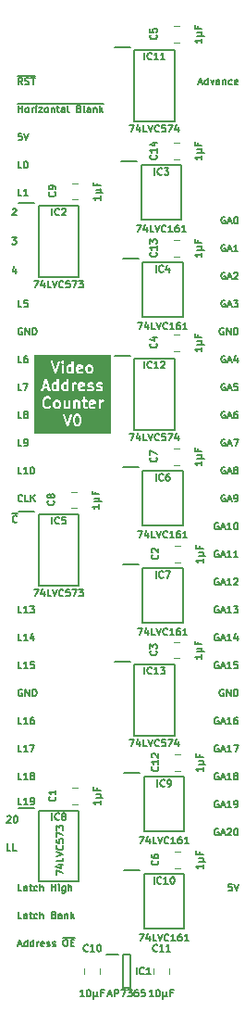
<source format=gbr>
%TF.GenerationSoftware,KiCad,Pcbnew,7.0.5*%
%TF.CreationDate,2024-01-25T17:04:26+02:00*%
%TF.ProjectId,Video Address Counter,56696465-6f20-4416-9464-726573732043,rev?*%
%TF.SameCoordinates,Original*%
%TF.FileFunction,Legend,Top*%
%TF.FilePolarity,Positive*%
%FSLAX46Y46*%
G04 Gerber Fmt 4.6, Leading zero omitted, Abs format (unit mm)*
G04 Created by KiCad (PCBNEW 7.0.5) date 2024-01-25 17:04:26*
%MOMM*%
%LPD*%
G01*
G04 APERTURE LIST*
%ADD10C,0.150000*%
%ADD11C,0.200000*%
%ADD12C,0.120000*%
G04 APERTURE END LIST*
D10*
X75151636Y-115408439D02*
X75181874Y-115378201D01*
X75181874Y-115378201D02*
X75242350Y-115347963D01*
X75242350Y-115347963D02*
X75393541Y-115347963D01*
X75393541Y-115347963D02*
X75454017Y-115378201D01*
X75454017Y-115378201D02*
X75484255Y-115408439D01*
X75484255Y-115408439D02*
X75514493Y-115468915D01*
X75514493Y-115468915D02*
X75514493Y-115529391D01*
X75514493Y-115529391D02*
X75484255Y-115620105D01*
X75484255Y-115620105D02*
X75121398Y-115982963D01*
X75121398Y-115982963D02*
X75514493Y-115982963D01*
X75907588Y-115347963D02*
X75968065Y-115347963D01*
X75968065Y-115347963D02*
X76028541Y-115378201D01*
X76028541Y-115378201D02*
X76058779Y-115408439D01*
X76058779Y-115408439D02*
X76089017Y-115468915D01*
X76089017Y-115468915D02*
X76119255Y-115589867D01*
X76119255Y-115589867D02*
X76119255Y-115741058D01*
X76119255Y-115741058D02*
X76089017Y-115862010D01*
X76089017Y-115862010D02*
X76058779Y-115922486D01*
X76058779Y-115922486D02*
X76028541Y-115952725D01*
X76028541Y-115952725D02*
X75968065Y-115982963D01*
X75968065Y-115982963D02*
X75907588Y-115982963D01*
X75907588Y-115982963D02*
X75847112Y-115952725D01*
X75847112Y-115952725D02*
X75816874Y-115922486D01*
X75816874Y-115922486D02*
X75786636Y-115862010D01*
X75786636Y-115862010D02*
X75756398Y-115741058D01*
X75756398Y-115741058D02*
X75756398Y-115589867D01*
X75756398Y-115589867D02*
X75786636Y-115468915D01*
X75786636Y-115468915D02*
X75816874Y-115408439D01*
X75816874Y-115408439D02*
X75847112Y-115378201D01*
X75847112Y-115378201D02*
X75907588Y-115347963D01*
X75484255Y-118522963D02*
X75181874Y-118522963D01*
X75181874Y-118522963D02*
X75181874Y-117887963D01*
X75998303Y-118522963D02*
X75695922Y-118522963D01*
X75695922Y-118522963D02*
X75695922Y-117887963D01*
X76500255Y-122205963D02*
X76197874Y-122205963D01*
X76197874Y-122205963D02*
X76197874Y-121570963D01*
X76984065Y-122205963D02*
X76984065Y-121873344D01*
X76984065Y-121873344D02*
X76953827Y-121812867D01*
X76953827Y-121812867D02*
X76893351Y-121782629D01*
X76893351Y-121782629D02*
X76772398Y-121782629D01*
X76772398Y-121782629D02*
X76711922Y-121812867D01*
X76984065Y-122175725D02*
X76923589Y-122205963D01*
X76923589Y-122205963D02*
X76772398Y-122205963D01*
X76772398Y-122205963D02*
X76711922Y-122175725D01*
X76711922Y-122175725D02*
X76681684Y-122115248D01*
X76681684Y-122115248D02*
X76681684Y-122054772D01*
X76681684Y-122054772D02*
X76711922Y-121994296D01*
X76711922Y-121994296D02*
X76772398Y-121964058D01*
X76772398Y-121964058D02*
X76923589Y-121964058D01*
X76923589Y-121964058D02*
X76984065Y-121933820D01*
X77195732Y-121782629D02*
X77437636Y-121782629D01*
X77286446Y-121570963D02*
X77286446Y-122115248D01*
X77286446Y-122115248D02*
X77316684Y-122175725D01*
X77316684Y-122175725D02*
X77377160Y-122205963D01*
X77377160Y-122205963D02*
X77437636Y-122205963D01*
X77921446Y-122175725D02*
X77860970Y-122205963D01*
X77860970Y-122205963D02*
X77740017Y-122205963D01*
X77740017Y-122205963D02*
X77679541Y-122175725D01*
X77679541Y-122175725D02*
X77649303Y-122145486D01*
X77649303Y-122145486D02*
X77619065Y-122085010D01*
X77619065Y-122085010D02*
X77619065Y-121903582D01*
X77619065Y-121903582D02*
X77649303Y-121843105D01*
X77649303Y-121843105D02*
X77679541Y-121812867D01*
X77679541Y-121812867D02*
X77740017Y-121782629D01*
X77740017Y-121782629D02*
X77860970Y-121782629D01*
X77860970Y-121782629D02*
X77921446Y-121812867D01*
X78193589Y-122205963D02*
X78193589Y-121570963D01*
X78465732Y-122205963D02*
X78465732Y-121873344D01*
X78465732Y-121873344D02*
X78435494Y-121812867D01*
X78435494Y-121812867D02*
X78375018Y-121782629D01*
X78375018Y-121782629D02*
X78284303Y-121782629D01*
X78284303Y-121782629D02*
X78223827Y-121812867D01*
X78223827Y-121812867D02*
X78193589Y-121843105D01*
X79251923Y-122205963D02*
X79251923Y-121570963D01*
X79251923Y-121873344D02*
X79614780Y-121873344D01*
X79614780Y-122205963D02*
X79614780Y-121570963D01*
X79917161Y-122205963D02*
X79917161Y-121782629D01*
X79917161Y-121570963D02*
X79886923Y-121601201D01*
X79886923Y-121601201D02*
X79917161Y-121631439D01*
X79917161Y-121631439D02*
X79947399Y-121601201D01*
X79947399Y-121601201D02*
X79917161Y-121570963D01*
X79917161Y-121570963D02*
X79917161Y-121631439D01*
X80491685Y-121782629D02*
X80491685Y-122296677D01*
X80491685Y-122296677D02*
X80461447Y-122357153D01*
X80461447Y-122357153D02*
X80431209Y-122387391D01*
X80431209Y-122387391D02*
X80370732Y-122417629D01*
X80370732Y-122417629D02*
X80280018Y-122417629D01*
X80280018Y-122417629D02*
X80219542Y-122387391D01*
X80491685Y-122175725D02*
X80431209Y-122205963D01*
X80431209Y-122205963D02*
X80310256Y-122205963D01*
X80310256Y-122205963D02*
X80249780Y-122175725D01*
X80249780Y-122175725D02*
X80219542Y-122145486D01*
X80219542Y-122145486D02*
X80189304Y-122085010D01*
X80189304Y-122085010D02*
X80189304Y-121903582D01*
X80189304Y-121903582D02*
X80219542Y-121843105D01*
X80219542Y-121843105D02*
X80249780Y-121812867D01*
X80249780Y-121812867D02*
X80310256Y-121782629D01*
X80310256Y-121782629D02*
X80431209Y-121782629D01*
X80431209Y-121782629D02*
X80491685Y-121812867D01*
X80794066Y-122205963D02*
X80794066Y-121570963D01*
X81066209Y-122205963D02*
X81066209Y-121873344D01*
X81066209Y-121873344D02*
X81035971Y-121812867D01*
X81035971Y-121812867D02*
X80975495Y-121782629D01*
X80975495Y-121782629D02*
X80884780Y-121782629D01*
X80884780Y-121782629D02*
X80824304Y-121812867D01*
X80824304Y-121812867D02*
X80794066Y-121843105D01*
X76500255Y-124745963D02*
X76197874Y-124745963D01*
X76197874Y-124745963D02*
X76197874Y-124110963D01*
X76984065Y-124745963D02*
X76984065Y-124413344D01*
X76984065Y-124413344D02*
X76953827Y-124352867D01*
X76953827Y-124352867D02*
X76893351Y-124322629D01*
X76893351Y-124322629D02*
X76772398Y-124322629D01*
X76772398Y-124322629D02*
X76711922Y-124352867D01*
X76984065Y-124715725D02*
X76923589Y-124745963D01*
X76923589Y-124745963D02*
X76772398Y-124745963D01*
X76772398Y-124745963D02*
X76711922Y-124715725D01*
X76711922Y-124715725D02*
X76681684Y-124655248D01*
X76681684Y-124655248D02*
X76681684Y-124594772D01*
X76681684Y-124594772D02*
X76711922Y-124534296D01*
X76711922Y-124534296D02*
X76772398Y-124504058D01*
X76772398Y-124504058D02*
X76923589Y-124504058D01*
X76923589Y-124504058D02*
X76984065Y-124473820D01*
X77195732Y-124322629D02*
X77437636Y-124322629D01*
X77286446Y-124110963D02*
X77286446Y-124655248D01*
X77286446Y-124655248D02*
X77316684Y-124715725D01*
X77316684Y-124715725D02*
X77377160Y-124745963D01*
X77377160Y-124745963D02*
X77437636Y-124745963D01*
X77921446Y-124715725D02*
X77860970Y-124745963D01*
X77860970Y-124745963D02*
X77740017Y-124745963D01*
X77740017Y-124745963D02*
X77679541Y-124715725D01*
X77679541Y-124715725D02*
X77649303Y-124685486D01*
X77649303Y-124685486D02*
X77619065Y-124625010D01*
X77619065Y-124625010D02*
X77619065Y-124443582D01*
X77619065Y-124443582D02*
X77649303Y-124383105D01*
X77649303Y-124383105D02*
X77679541Y-124352867D01*
X77679541Y-124352867D02*
X77740017Y-124322629D01*
X77740017Y-124322629D02*
X77860970Y-124322629D01*
X77860970Y-124322629D02*
X77921446Y-124352867D01*
X78193589Y-124745963D02*
X78193589Y-124110963D01*
X78465732Y-124745963D02*
X78465732Y-124413344D01*
X78465732Y-124413344D02*
X78435494Y-124352867D01*
X78435494Y-124352867D02*
X78375018Y-124322629D01*
X78375018Y-124322629D02*
X78284303Y-124322629D01*
X78284303Y-124322629D02*
X78223827Y-124352867D01*
X78223827Y-124352867D02*
X78193589Y-124383105D01*
X79463590Y-124413344D02*
X79554304Y-124443582D01*
X79554304Y-124443582D02*
X79584542Y-124473820D01*
X79584542Y-124473820D02*
X79614780Y-124534296D01*
X79614780Y-124534296D02*
X79614780Y-124625010D01*
X79614780Y-124625010D02*
X79584542Y-124685486D01*
X79584542Y-124685486D02*
X79554304Y-124715725D01*
X79554304Y-124715725D02*
X79493828Y-124745963D01*
X79493828Y-124745963D02*
X79251923Y-124745963D01*
X79251923Y-124745963D02*
X79251923Y-124110963D01*
X79251923Y-124110963D02*
X79463590Y-124110963D01*
X79463590Y-124110963D02*
X79524066Y-124141201D01*
X79524066Y-124141201D02*
X79554304Y-124171439D01*
X79554304Y-124171439D02*
X79584542Y-124231915D01*
X79584542Y-124231915D02*
X79584542Y-124292391D01*
X79584542Y-124292391D02*
X79554304Y-124352867D01*
X79554304Y-124352867D02*
X79524066Y-124383105D01*
X79524066Y-124383105D02*
X79463590Y-124413344D01*
X79463590Y-124413344D02*
X79251923Y-124413344D01*
X80159066Y-124745963D02*
X80159066Y-124413344D01*
X80159066Y-124413344D02*
X80128828Y-124352867D01*
X80128828Y-124352867D02*
X80068352Y-124322629D01*
X80068352Y-124322629D02*
X79947399Y-124322629D01*
X79947399Y-124322629D02*
X79886923Y-124352867D01*
X80159066Y-124715725D02*
X80098590Y-124745963D01*
X80098590Y-124745963D02*
X79947399Y-124745963D01*
X79947399Y-124745963D02*
X79886923Y-124715725D01*
X79886923Y-124715725D02*
X79856685Y-124655248D01*
X79856685Y-124655248D02*
X79856685Y-124594772D01*
X79856685Y-124594772D02*
X79886923Y-124534296D01*
X79886923Y-124534296D02*
X79947399Y-124504058D01*
X79947399Y-124504058D02*
X80098590Y-124504058D01*
X80098590Y-124504058D02*
X80159066Y-124473820D01*
X80461447Y-124322629D02*
X80461447Y-124745963D01*
X80461447Y-124383105D02*
X80491685Y-124352867D01*
X80491685Y-124352867D02*
X80552161Y-124322629D01*
X80552161Y-124322629D02*
X80642876Y-124322629D01*
X80642876Y-124322629D02*
X80703352Y-124352867D01*
X80703352Y-124352867D02*
X80733590Y-124413344D01*
X80733590Y-124413344D02*
X80733590Y-124745963D01*
X81035971Y-124745963D02*
X81035971Y-124110963D01*
X81096447Y-124504058D02*
X81277876Y-124745963D01*
X81277876Y-124322629D02*
X81035971Y-124564534D01*
X76500255Y-99345963D02*
X76197874Y-99345963D01*
X76197874Y-99345963D02*
X76197874Y-98710963D01*
X77044541Y-99345963D02*
X76681684Y-99345963D01*
X76863112Y-99345963D02*
X76863112Y-98710963D01*
X76863112Y-98710963D02*
X76802636Y-98801677D01*
X76802636Y-98801677D02*
X76742160Y-98862153D01*
X76742160Y-98862153D02*
X76681684Y-98892391D01*
X77588827Y-98922629D02*
X77588827Y-99345963D01*
X77437636Y-98680725D02*
X77286446Y-99134296D01*
X77286446Y-99134296D02*
X77679541Y-99134296D01*
X76500255Y-81565963D02*
X76197874Y-81565963D01*
X76197874Y-81565963D02*
X76197874Y-80930963D01*
X76742160Y-81565963D02*
X76863112Y-81565963D01*
X76863112Y-81565963D02*
X76923589Y-81535725D01*
X76923589Y-81535725D02*
X76953827Y-81505486D01*
X76953827Y-81505486D02*
X77014303Y-81414772D01*
X77014303Y-81414772D02*
X77044541Y-81293820D01*
X77044541Y-81293820D02*
X77044541Y-81051915D01*
X77044541Y-81051915D02*
X77014303Y-80991439D01*
X77014303Y-80991439D02*
X76984065Y-80961201D01*
X76984065Y-80961201D02*
X76923589Y-80930963D01*
X76923589Y-80930963D02*
X76802636Y-80930963D01*
X76802636Y-80930963D02*
X76742160Y-80961201D01*
X76742160Y-80961201D02*
X76711922Y-80991439D01*
X76711922Y-80991439D02*
X76681684Y-81051915D01*
X76681684Y-81051915D02*
X76681684Y-81203105D01*
X76681684Y-81203105D02*
X76711922Y-81263582D01*
X76711922Y-81263582D02*
X76742160Y-81293820D01*
X76742160Y-81293820D02*
X76802636Y-81324058D01*
X76802636Y-81324058D02*
X76923589Y-81324058D01*
X76923589Y-81324058D02*
X76984065Y-81293820D01*
X76984065Y-81293820D02*
X77014303Y-81263582D01*
X77014303Y-81263582D02*
X77044541Y-81203105D01*
X76500255Y-114331963D02*
X76197874Y-114331963D01*
X76197874Y-114331963D02*
X76197874Y-113696963D01*
X77044541Y-114331963D02*
X76681684Y-114331963D01*
X76863112Y-114331963D02*
X76863112Y-113696963D01*
X76863112Y-113696963D02*
X76802636Y-113787677D01*
X76802636Y-113787677D02*
X76742160Y-113848153D01*
X76742160Y-113848153D02*
X76681684Y-113878391D01*
X77346922Y-114331963D02*
X77467874Y-114331963D01*
X77467874Y-114331963D02*
X77528351Y-114301725D01*
X77528351Y-114301725D02*
X77558589Y-114271486D01*
X77558589Y-114271486D02*
X77619065Y-114180772D01*
X77619065Y-114180772D02*
X77649303Y-114059820D01*
X77649303Y-114059820D02*
X77649303Y-113817915D01*
X77649303Y-113817915D02*
X77619065Y-113757439D01*
X77619065Y-113757439D02*
X77588827Y-113727201D01*
X77588827Y-113727201D02*
X77528351Y-113696963D01*
X77528351Y-113696963D02*
X77407398Y-113696963D01*
X77407398Y-113696963D02*
X77346922Y-113727201D01*
X77346922Y-113727201D02*
X77316684Y-113757439D01*
X77316684Y-113757439D02*
X77286446Y-113817915D01*
X77286446Y-113817915D02*
X77286446Y-113969105D01*
X77286446Y-113969105D02*
X77316684Y-114029582D01*
X77316684Y-114029582D02*
X77346922Y-114059820D01*
X77346922Y-114059820D02*
X77407398Y-114090058D01*
X77407398Y-114090058D02*
X77528351Y-114090058D01*
X77528351Y-114090058D02*
X77588827Y-114059820D01*
X77588827Y-114059820D02*
X77619065Y-114029582D01*
X77619065Y-114029582D02*
X77649303Y-113969105D01*
X76500255Y-56165963D02*
X76197874Y-56165963D01*
X76197874Y-56165963D02*
X76197874Y-55530963D01*
X76832874Y-55530963D02*
X76893351Y-55530963D01*
X76893351Y-55530963D02*
X76953827Y-55561201D01*
X76953827Y-55561201D02*
X76984065Y-55591439D01*
X76984065Y-55591439D02*
X77014303Y-55651915D01*
X77014303Y-55651915D02*
X77044541Y-55772867D01*
X77044541Y-55772867D02*
X77044541Y-55924058D01*
X77044541Y-55924058D02*
X77014303Y-56045010D01*
X77014303Y-56045010D02*
X76984065Y-56105486D01*
X76984065Y-56105486D02*
X76953827Y-56135725D01*
X76953827Y-56135725D02*
X76893351Y-56165963D01*
X76893351Y-56165963D02*
X76832874Y-56165963D01*
X76832874Y-56165963D02*
X76772398Y-56135725D01*
X76772398Y-56135725D02*
X76742160Y-56105486D01*
X76742160Y-56105486D02*
X76711922Y-56045010D01*
X76711922Y-56045010D02*
X76681684Y-55924058D01*
X76681684Y-55924058D02*
X76681684Y-55772867D01*
X76681684Y-55772867D02*
X76711922Y-55651915D01*
X76711922Y-55651915D02*
X76742160Y-55591439D01*
X76742160Y-55591439D02*
X76772398Y-55561201D01*
X76772398Y-55561201D02*
X76832874Y-55530963D01*
X95727839Y-121570963D02*
X95425458Y-121570963D01*
X95425458Y-121570963D02*
X95395220Y-121873344D01*
X95395220Y-121873344D02*
X95425458Y-121843105D01*
X95425458Y-121843105D02*
X95485934Y-121812867D01*
X95485934Y-121812867D02*
X95637125Y-121812867D01*
X95637125Y-121812867D02*
X95697601Y-121843105D01*
X95697601Y-121843105D02*
X95727839Y-121873344D01*
X95727839Y-121873344D02*
X95758077Y-121933820D01*
X95758077Y-121933820D02*
X95758077Y-122085010D01*
X95758077Y-122085010D02*
X95727839Y-122145486D01*
X95727839Y-122145486D02*
X95697601Y-122175725D01*
X95697601Y-122175725D02*
X95637125Y-122205963D01*
X95637125Y-122205963D02*
X95485934Y-122205963D01*
X95485934Y-122205963D02*
X95425458Y-122175725D01*
X95425458Y-122175725D02*
X95395220Y-122145486D01*
X95939506Y-121570963D02*
X96151172Y-122205963D01*
X96151172Y-122205963D02*
X96362839Y-121570963D01*
X94518315Y-93661201D02*
X94457839Y-93630963D01*
X94457839Y-93630963D02*
X94367125Y-93630963D01*
X94367125Y-93630963D02*
X94276410Y-93661201D01*
X94276410Y-93661201D02*
X94215934Y-93721677D01*
X94215934Y-93721677D02*
X94185696Y-93782153D01*
X94185696Y-93782153D02*
X94155458Y-93903105D01*
X94155458Y-93903105D02*
X94155458Y-93993820D01*
X94155458Y-93993820D02*
X94185696Y-94114772D01*
X94185696Y-94114772D02*
X94215934Y-94175248D01*
X94215934Y-94175248D02*
X94276410Y-94235725D01*
X94276410Y-94235725D02*
X94367125Y-94265963D01*
X94367125Y-94265963D02*
X94427601Y-94265963D01*
X94427601Y-94265963D02*
X94518315Y-94235725D01*
X94518315Y-94235725D02*
X94548553Y-94205486D01*
X94548553Y-94205486D02*
X94548553Y-93993820D01*
X94548553Y-93993820D02*
X94427601Y-93993820D01*
X94790458Y-94084534D02*
X95092839Y-94084534D01*
X94729982Y-94265963D02*
X94941648Y-93630963D01*
X94941648Y-93630963D02*
X95153315Y-94265963D01*
X95697601Y-94265963D02*
X95334744Y-94265963D01*
X95516172Y-94265963D02*
X95516172Y-93630963D01*
X95516172Y-93630963D02*
X95455696Y-93721677D01*
X95455696Y-93721677D02*
X95395220Y-93782153D01*
X95395220Y-93782153D02*
X95334744Y-93812391D01*
X95939506Y-93691439D02*
X95969744Y-93661201D01*
X95969744Y-93661201D02*
X96030220Y-93630963D01*
X96030220Y-93630963D02*
X96181411Y-93630963D01*
X96181411Y-93630963D02*
X96241887Y-93661201D01*
X96241887Y-93661201D02*
X96272125Y-93691439D01*
X96272125Y-93691439D02*
X96302363Y-93751915D01*
X96302363Y-93751915D02*
X96302363Y-93812391D01*
X96302363Y-93812391D02*
X96272125Y-93903105D01*
X96272125Y-93903105D02*
X95909268Y-94265963D01*
X95909268Y-94265963D02*
X96302363Y-94265963D01*
X76530493Y-103821201D02*
X76470017Y-103790963D01*
X76470017Y-103790963D02*
X76379303Y-103790963D01*
X76379303Y-103790963D02*
X76288588Y-103821201D01*
X76288588Y-103821201D02*
X76228112Y-103881677D01*
X76228112Y-103881677D02*
X76197874Y-103942153D01*
X76197874Y-103942153D02*
X76167636Y-104063105D01*
X76167636Y-104063105D02*
X76167636Y-104153820D01*
X76167636Y-104153820D02*
X76197874Y-104274772D01*
X76197874Y-104274772D02*
X76228112Y-104335248D01*
X76228112Y-104335248D02*
X76288588Y-104395725D01*
X76288588Y-104395725D02*
X76379303Y-104425963D01*
X76379303Y-104425963D02*
X76439779Y-104425963D01*
X76439779Y-104425963D02*
X76530493Y-104395725D01*
X76530493Y-104395725D02*
X76560731Y-104365486D01*
X76560731Y-104365486D02*
X76560731Y-104153820D01*
X76560731Y-104153820D02*
X76439779Y-104153820D01*
X76832874Y-104425963D02*
X76832874Y-103790963D01*
X76832874Y-103790963D02*
X77195731Y-104425963D01*
X77195731Y-104425963D02*
X77195731Y-103790963D01*
X77498112Y-104425963D02*
X77498112Y-103790963D01*
X77498112Y-103790963D02*
X77649302Y-103790963D01*
X77649302Y-103790963D02*
X77740017Y-103821201D01*
X77740017Y-103821201D02*
X77800493Y-103881677D01*
X77800493Y-103881677D02*
X77830731Y-103942153D01*
X77830731Y-103942153D02*
X77860969Y-104063105D01*
X77860969Y-104063105D02*
X77860969Y-104153820D01*
X77860969Y-104153820D02*
X77830731Y-104274772D01*
X77830731Y-104274772D02*
X77800493Y-104335248D01*
X77800493Y-104335248D02*
X77740017Y-104395725D01*
X77740017Y-104395725D02*
X77649302Y-104425963D01*
X77649302Y-104425963D02*
X77498112Y-104425963D01*
X75962017Y-65394629D02*
X75962017Y-65817963D01*
X75810826Y-65152725D02*
X75659636Y-65606296D01*
X75659636Y-65606296D02*
X76052731Y-65606296D01*
X94518315Y-113981201D02*
X94457839Y-113950963D01*
X94457839Y-113950963D02*
X94367125Y-113950963D01*
X94367125Y-113950963D02*
X94276410Y-113981201D01*
X94276410Y-113981201D02*
X94215934Y-114041677D01*
X94215934Y-114041677D02*
X94185696Y-114102153D01*
X94185696Y-114102153D02*
X94155458Y-114223105D01*
X94155458Y-114223105D02*
X94155458Y-114313820D01*
X94155458Y-114313820D02*
X94185696Y-114434772D01*
X94185696Y-114434772D02*
X94215934Y-114495248D01*
X94215934Y-114495248D02*
X94276410Y-114555725D01*
X94276410Y-114555725D02*
X94367125Y-114585963D01*
X94367125Y-114585963D02*
X94427601Y-114585963D01*
X94427601Y-114585963D02*
X94518315Y-114555725D01*
X94518315Y-114555725D02*
X94548553Y-114525486D01*
X94548553Y-114525486D02*
X94548553Y-114313820D01*
X94548553Y-114313820D02*
X94427601Y-114313820D01*
X94790458Y-114404534D02*
X95092839Y-114404534D01*
X94729982Y-114585963D02*
X94941648Y-113950963D01*
X94941648Y-113950963D02*
X95153315Y-114585963D01*
X95697601Y-114585963D02*
X95334744Y-114585963D01*
X95516172Y-114585963D02*
X95516172Y-113950963D01*
X95516172Y-113950963D02*
X95455696Y-114041677D01*
X95455696Y-114041677D02*
X95395220Y-114102153D01*
X95395220Y-114102153D02*
X95334744Y-114132391D01*
X95999982Y-114585963D02*
X96120934Y-114585963D01*
X96120934Y-114585963D02*
X96181411Y-114555725D01*
X96181411Y-114555725D02*
X96211649Y-114525486D01*
X96211649Y-114525486D02*
X96272125Y-114434772D01*
X96272125Y-114434772D02*
X96302363Y-114313820D01*
X96302363Y-114313820D02*
X96302363Y-114071915D01*
X96302363Y-114071915D02*
X96272125Y-114011439D01*
X96272125Y-114011439D02*
X96241887Y-113981201D01*
X96241887Y-113981201D02*
X96181411Y-113950963D01*
X96181411Y-113950963D02*
X96060458Y-113950963D01*
X96060458Y-113950963D02*
X95999982Y-113981201D01*
X95999982Y-113981201D02*
X95969744Y-114011439D01*
X95969744Y-114011439D02*
X95939506Y-114071915D01*
X95939506Y-114071915D02*
X95939506Y-114223105D01*
X95939506Y-114223105D02*
X95969744Y-114283582D01*
X95969744Y-114283582D02*
X95999982Y-114313820D01*
X95999982Y-114313820D02*
X96060458Y-114344058D01*
X96060458Y-114344058D02*
X96181411Y-114344058D01*
X96181411Y-114344058D02*
X96241887Y-114313820D01*
X96241887Y-114313820D02*
X96272125Y-114283582D01*
X96272125Y-114283582D02*
X96302363Y-114223105D01*
X75629398Y-62515963D02*
X76022493Y-62515963D01*
X76022493Y-62515963D02*
X75810826Y-62757867D01*
X75810826Y-62757867D02*
X75901541Y-62757867D01*
X75901541Y-62757867D02*
X75962017Y-62788105D01*
X75962017Y-62788105D02*
X75992255Y-62818344D01*
X75992255Y-62818344D02*
X76022493Y-62878820D01*
X76022493Y-62878820D02*
X76022493Y-63030010D01*
X76022493Y-63030010D02*
X75992255Y-63090486D01*
X75992255Y-63090486D02*
X75962017Y-63120725D01*
X75962017Y-63120725D02*
X75901541Y-63150963D01*
X75901541Y-63150963D02*
X75720112Y-63150963D01*
X75720112Y-63150963D02*
X75659636Y-63120725D01*
X75659636Y-63120725D02*
X75629398Y-63090486D01*
X76052731Y-88490486D02*
X76022493Y-88520725D01*
X76022493Y-88520725D02*
X75931779Y-88550963D01*
X75931779Y-88550963D02*
X75871303Y-88550963D01*
X75871303Y-88550963D02*
X75780588Y-88520725D01*
X75780588Y-88520725D02*
X75720112Y-88460248D01*
X75720112Y-88460248D02*
X75689874Y-88399772D01*
X75689874Y-88399772D02*
X75659636Y-88278820D01*
X75659636Y-88278820D02*
X75659636Y-88188105D01*
X75659636Y-88188105D02*
X75689874Y-88067153D01*
X75689874Y-88067153D02*
X75720112Y-88006677D01*
X75720112Y-88006677D02*
X75780588Y-87946201D01*
X75780588Y-87946201D02*
X75871303Y-87915963D01*
X75871303Y-87915963D02*
X75931779Y-87915963D01*
X75931779Y-87915963D02*
X76022493Y-87946201D01*
X76022493Y-87946201D02*
X76052731Y-87976439D01*
X75602184Y-87739675D02*
X76110184Y-87739675D01*
X94518315Y-96201201D02*
X94457839Y-96170963D01*
X94457839Y-96170963D02*
X94367125Y-96170963D01*
X94367125Y-96170963D02*
X94276410Y-96201201D01*
X94276410Y-96201201D02*
X94215934Y-96261677D01*
X94215934Y-96261677D02*
X94185696Y-96322153D01*
X94185696Y-96322153D02*
X94155458Y-96443105D01*
X94155458Y-96443105D02*
X94155458Y-96533820D01*
X94155458Y-96533820D02*
X94185696Y-96654772D01*
X94185696Y-96654772D02*
X94215934Y-96715248D01*
X94215934Y-96715248D02*
X94276410Y-96775725D01*
X94276410Y-96775725D02*
X94367125Y-96805963D01*
X94367125Y-96805963D02*
X94427601Y-96805963D01*
X94427601Y-96805963D02*
X94518315Y-96775725D01*
X94518315Y-96775725D02*
X94548553Y-96745486D01*
X94548553Y-96745486D02*
X94548553Y-96533820D01*
X94548553Y-96533820D02*
X94427601Y-96533820D01*
X94790458Y-96624534D02*
X95092839Y-96624534D01*
X94729982Y-96805963D02*
X94941648Y-96170963D01*
X94941648Y-96170963D02*
X95153315Y-96805963D01*
X95697601Y-96805963D02*
X95334744Y-96805963D01*
X95516172Y-96805963D02*
X95516172Y-96170963D01*
X95516172Y-96170963D02*
X95455696Y-96261677D01*
X95455696Y-96261677D02*
X95395220Y-96322153D01*
X95395220Y-96322153D02*
X95334744Y-96352391D01*
X95909268Y-96170963D02*
X96302363Y-96170963D01*
X96302363Y-96170963D02*
X96090696Y-96412867D01*
X96090696Y-96412867D02*
X96181411Y-96412867D01*
X96181411Y-96412867D02*
X96241887Y-96443105D01*
X96241887Y-96443105D02*
X96272125Y-96473344D01*
X96272125Y-96473344D02*
X96302363Y-96533820D01*
X96302363Y-96533820D02*
X96302363Y-96685010D01*
X96302363Y-96685010D02*
X96272125Y-96745486D01*
X96272125Y-96745486D02*
X96241887Y-96775725D01*
X96241887Y-96775725D02*
X96181411Y-96805963D01*
X96181411Y-96805963D02*
X95999982Y-96805963D01*
X95999982Y-96805963D02*
X95939506Y-96775725D01*
X95939506Y-96775725D02*
X95909268Y-96745486D01*
X94518315Y-116521201D02*
X94457839Y-116490963D01*
X94457839Y-116490963D02*
X94367125Y-116490963D01*
X94367125Y-116490963D02*
X94276410Y-116521201D01*
X94276410Y-116521201D02*
X94215934Y-116581677D01*
X94215934Y-116581677D02*
X94185696Y-116642153D01*
X94185696Y-116642153D02*
X94155458Y-116763105D01*
X94155458Y-116763105D02*
X94155458Y-116853820D01*
X94155458Y-116853820D02*
X94185696Y-116974772D01*
X94185696Y-116974772D02*
X94215934Y-117035248D01*
X94215934Y-117035248D02*
X94276410Y-117095725D01*
X94276410Y-117095725D02*
X94367125Y-117125963D01*
X94367125Y-117125963D02*
X94427601Y-117125963D01*
X94427601Y-117125963D02*
X94518315Y-117095725D01*
X94518315Y-117095725D02*
X94548553Y-117065486D01*
X94548553Y-117065486D02*
X94548553Y-116853820D01*
X94548553Y-116853820D02*
X94427601Y-116853820D01*
X94790458Y-116944534D02*
X95092839Y-116944534D01*
X94729982Y-117125963D02*
X94941648Y-116490963D01*
X94941648Y-116490963D02*
X95153315Y-117125963D01*
X95334744Y-116551439D02*
X95364982Y-116521201D01*
X95364982Y-116521201D02*
X95425458Y-116490963D01*
X95425458Y-116490963D02*
X95576649Y-116490963D01*
X95576649Y-116490963D02*
X95637125Y-116521201D01*
X95637125Y-116521201D02*
X95667363Y-116551439D01*
X95667363Y-116551439D02*
X95697601Y-116611915D01*
X95697601Y-116611915D02*
X95697601Y-116672391D01*
X95697601Y-116672391D02*
X95667363Y-116763105D01*
X95667363Y-116763105D02*
X95304506Y-117125963D01*
X95304506Y-117125963D02*
X95697601Y-117125963D01*
X96090696Y-116490963D02*
X96151173Y-116490963D01*
X96151173Y-116490963D02*
X96211649Y-116521201D01*
X96211649Y-116521201D02*
X96241887Y-116551439D01*
X96241887Y-116551439D02*
X96272125Y-116611915D01*
X96272125Y-116611915D02*
X96302363Y-116732867D01*
X96302363Y-116732867D02*
X96302363Y-116884058D01*
X96302363Y-116884058D02*
X96272125Y-117005010D01*
X96272125Y-117005010D02*
X96241887Y-117065486D01*
X96241887Y-117065486D02*
X96211649Y-117095725D01*
X96211649Y-117095725D02*
X96151173Y-117125963D01*
X96151173Y-117125963D02*
X96090696Y-117125963D01*
X96090696Y-117125963D02*
X96030220Y-117095725D01*
X96030220Y-117095725D02*
X95999982Y-117065486D01*
X95999982Y-117065486D02*
X95969744Y-117005010D01*
X95969744Y-117005010D02*
X95939506Y-116884058D01*
X95939506Y-116884058D02*
X95939506Y-116732867D01*
X95939506Y-116732867D02*
X95969744Y-116611915D01*
X95969744Y-116611915D02*
X95999982Y-116551439D01*
X95999982Y-116551439D02*
X96030220Y-116521201D01*
X96030220Y-116521201D02*
X96090696Y-116490963D01*
X95123077Y-60641201D02*
X95062601Y-60610963D01*
X95062601Y-60610963D02*
X94971887Y-60610963D01*
X94971887Y-60610963D02*
X94881172Y-60641201D01*
X94881172Y-60641201D02*
X94820696Y-60701677D01*
X94820696Y-60701677D02*
X94790458Y-60762153D01*
X94790458Y-60762153D02*
X94760220Y-60883105D01*
X94760220Y-60883105D02*
X94760220Y-60973820D01*
X94760220Y-60973820D02*
X94790458Y-61094772D01*
X94790458Y-61094772D02*
X94820696Y-61155248D01*
X94820696Y-61155248D02*
X94881172Y-61215725D01*
X94881172Y-61215725D02*
X94971887Y-61245963D01*
X94971887Y-61245963D02*
X95032363Y-61245963D01*
X95032363Y-61245963D02*
X95123077Y-61215725D01*
X95123077Y-61215725D02*
X95153315Y-61185486D01*
X95153315Y-61185486D02*
X95153315Y-60973820D01*
X95153315Y-60973820D02*
X95032363Y-60973820D01*
X95395220Y-61064534D02*
X95697601Y-61064534D01*
X95334744Y-61245963D02*
X95546410Y-60610963D01*
X95546410Y-60610963D02*
X95758077Y-61245963D01*
X96090696Y-60610963D02*
X96151173Y-60610963D01*
X96151173Y-60610963D02*
X96211649Y-60641201D01*
X96211649Y-60641201D02*
X96241887Y-60671439D01*
X96241887Y-60671439D02*
X96272125Y-60731915D01*
X96272125Y-60731915D02*
X96302363Y-60852867D01*
X96302363Y-60852867D02*
X96302363Y-61004058D01*
X96302363Y-61004058D02*
X96272125Y-61125010D01*
X96272125Y-61125010D02*
X96241887Y-61185486D01*
X96241887Y-61185486D02*
X96211649Y-61215725D01*
X96211649Y-61215725D02*
X96151173Y-61245963D01*
X96151173Y-61245963D02*
X96090696Y-61245963D01*
X96090696Y-61245963D02*
X96030220Y-61215725D01*
X96030220Y-61215725D02*
X95999982Y-61185486D01*
X95999982Y-61185486D02*
X95969744Y-61125010D01*
X95969744Y-61125010D02*
X95939506Y-61004058D01*
X95939506Y-61004058D02*
X95939506Y-60852867D01*
X95939506Y-60852867D02*
X95969744Y-60731915D01*
X95969744Y-60731915D02*
X95999982Y-60671439D01*
X95999982Y-60671439D02*
X96030220Y-60641201D01*
X96030220Y-60641201D02*
X96090696Y-60610963D01*
X76500255Y-112045963D02*
X76197874Y-112045963D01*
X76197874Y-112045963D02*
X76197874Y-111410963D01*
X77044541Y-112045963D02*
X76681684Y-112045963D01*
X76863112Y-112045963D02*
X76863112Y-111410963D01*
X76863112Y-111410963D02*
X76802636Y-111501677D01*
X76802636Y-111501677D02*
X76742160Y-111562153D01*
X76742160Y-111562153D02*
X76681684Y-111592391D01*
X77407398Y-111683105D02*
X77346922Y-111652867D01*
X77346922Y-111652867D02*
X77316684Y-111622629D01*
X77316684Y-111622629D02*
X77286446Y-111562153D01*
X77286446Y-111562153D02*
X77286446Y-111531915D01*
X77286446Y-111531915D02*
X77316684Y-111471439D01*
X77316684Y-111471439D02*
X77346922Y-111441201D01*
X77346922Y-111441201D02*
X77407398Y-111410963D01*
X77407398Y-111410963D02*
X77528351Y-111410963D01*
X77528351Y-111410963D02*
X77588827Y-111441201D01*
X77588827Y-111441201D02*
X77619065Y-111471439D01*
X77619065Y-111471439D02*
X77649303Y-111531915D01*
X77649303Y-111531915D02*
X77649303Y-111562153D01*
X77649303Y-111562153D02*
X77619065Y-111622629D01*
X77619065Y-111622629D02*
X77588827Y-111652867D01*
X77588827Y-111652867D02*
X77528351Y-111683105D01*
X77528351Y-111683105D02*
X77407398Y-111683105D01*
X77407398Y-111683105D02*
X77346922Y-111713344D01*
X77346922Y-111713344D02*
X77316684Y-111743582D01*
X77316684Y-111743582D02*
X77286446Y-111804058D01*
X77286446Y-111804058D02*
X77286446Y-111925010D01*
X77286446Y-111925010D02*
X77316684Y-111985486D01*
X77316684Y-111985486D02*
X77346922Y-112015725D01*
X77346922Y-112015725D02*
X77407398Y-112045963D01*
X77407398Y-112045963D02*
X77528351Y-112045963D01*
X77528351Y-112045963D02*
X77588827Y-112015725D01*
X77588827Y-112015725D02*
X77619065Y-111985486D01*
X77619065Y-111985486D02*
X77649303Y-111925010D01*
X77649303Y-111925010D02*
X77649303Y-111804058D01*
X77649303Y-111804058D02*
X77619065Y-111743582D01*
X77619065Y-111743582D02*
X77588827Y-111713344D01*
X77588827Y-111713344D02*
X77528351Y-111683105D01*
X95123077Y-75881201D02*
X95062601Y-75850963D01*
X95062601Y-75850963D02*
X94971887Y-75850963D01*
X94971887Y-75850963D02*
X94881172Y-75881201D01*
X94881172Y-75881201D02*
X94820696Y-75941677D01*
X94820696Y-75941677D02*
X94790458Y-76002153D01*
X94790458Y-76002153D02*
X94760220Y-76123105D01*
X94760220Y-76123105D02*
X94760220Y-76213820D01*
X94760220Y-76213820D02*
X94790458Y-76334772D01*
X94790458Y-76334772D02*
X94820696Y-76395248D01*
X94820696Y-76395248D02*
X94881172Y-76455725D01*
X94881172Y-76455725D02*
X94971887Y-76485963D01*
X94971887Y-76485963D02*
X95032363Y-76485963D01*
X95032363Y-76485963D02*
X95123077Y-76455725D01*
X95123077Y-76455725D02*
X95153315Y-76425486D01*
X95153315Y-76425486D02*
X95153315Y-76213820D01*
X95153315Y-76213820D02*
X95032363Y-76213820D01*
X95395220Y-76304534D02*
X95697601Y-76304534D01*
X95334744Y-76485963D02*
X95546410Y-75850963D01*
X95546410Y-75850963D02*
X95758077Y-76485963D01*
X96272125Y-75850963D02*
X95969744Y-75850963D01*
X95969744Y-75850963D02*
X95939506Y-76153344D01*
X95939506Y-76153344D02*
X95969744Y-76123105D01*
X95969744Y-76123105D02*
X96030220Y-76092867D01*
X96030220Y-76092867D02*
X96181411Y-76092867D01*
X96181411Y-76092867D02*
X96241887Y-76123105D01*
X96241887Y-76123105D02*
X96272125Y-76153344D01*
X96272125Y-76153344D02*
X96302363Y-76213820D01*
X96302363Y-76213820D02*
X96302363Y-76365010D01*
X96302363Y-76365010D02*
X96272125Y-76425486D01*
X96272125Y-76425486D02*
X96241887Y-76455725D01*
X96241887Y-76455725D02*
X96181411Y-76485963D01*
X96181411Y-76485963D02*
X96030220Y-76485963D01*
X96030220Y-76485963D02*
X95969744Y-76455725D01*
X95969744Y-76455725D02*
X95939506Y-76425486D01*
X76500255Y-106965963D02*
X76197874Y-106965963D01*
X76197874Y-106965963D02*
X76197874Y-106330963D01*
X77044541Y-106965963D02*
X76681684Y-106965963D01*
X76863112Y-106965963D02*
X76863112Y-106330963D01*
X76863112Y-106330963D02*
X76802636Y-106421677D01*
X76802636Y-106421677D02*
X76742160Y-106482153D01*
X76742160Y-106482153D02*
X76681684Y-106512391D01*
X77588827Y-106330963D02*
X77467874Y-106330963D01*
X77467874Y-106330963D02*
X77407398Y-106361201D01*
X77407398Y-106361201D02*
X77377160Y-106391439D01*
X77377160Y-106391439D02*
X77316684Y-106482153D01*
X77316684Y-106482153D02*
X77286446Y-106603105D01*
X77286446Y-106603105D02*
X77286446Y-106845010D01*
X77286446Y-106845010D02*
X77316684Y-106905486D01*
X77316684Y-106905486D02*
X77346922Y-106935725D01*
X77346922Y-106935725D02*
X77407398Y-106965963D01*
X77407398Y-106965963D02*
X77528351Y-106965963D01*
X77528351Y-106965963D02*
X77588827Y-106935725D01*
X77588827Y-106935725D02*
X77619065Y-106905486D01*
X77619065Y-106905486D02*
X77649303Y-106845010D01*
X77649303Y-106845010D02*
X77649303Y-106693820D01*
X77649303Y-106693820D02*
X77619065Y-106633344D01*
X77619065Y-106633344D02*
X77588827Y-106603105D01*
X77588827Y-106603105D02*
X77528351Y-106572867D01*
X77528351Y-106572867D02*
X77407398Y-106572867D01*
X77407398Y-106572867D02*
X77346922Y-106603105D01*
X77346922Y-106603105D02*
X77316684Y-106633344D01*
X77316684Y-106633344D02*
X77286446Y-106693820D01*
X95123077Y-80961201D02*
X95062601Y-80930963D01*
X95062601Y-80930963D02*
X94971887Y-80930963D01*
X94971887Y-80930963D02*
X94881172Y-80961201D01*
X94881172Y-80961201D02*
X94820696Y-81021677D01*
X94820696Y-81021677D02*
X94790458Y-81082153D01*
X94790458Y-81082153D02*
X94760220Y-81203105D01*
X94760220Y-81203105D02*
X94760220Y-81293820D01*
X94760220Y-81293820D02*
X94790458Y-81414772D01*
X94790458Y-81414772D02*
X94820696Y-81475248D01*
X94820696Y-81475248D02*
X94881172Y-81535725D01*
X94881172Y-81535725D02*
X94971887Y-81565963D01*
X94971887Y-81565963D02*
X95032363Y-81565963D01*
X95032363Y-81565963D02*
X95123077Y-81535725D01*
X95123077Y-81535725D02*
X95153315Y-81505486D01*
X95153315Y-81505486D02*
X95153315Y-81293820D01*
X95153315Y-81293820D02*
X95032363Y-81293820D01*
X95395220Y-81384534D02*
X95697601Y-81384534D01*
X95334744Y-81565963D02*
X95546410Y-80930963D01*
X95546410Y-80930963D02*
X95758077Y-81565963D01*
X95909268Y-80930963D02*
X96332601Y-80930963D01*
X96332601Y-80930963D02*
X96060458Y-81565963D01*
X95123077Y-83501201D02*
X95062601Y-83470963D01*
X95062601Y-83470963D02*
X94971887Y-83470963D01*
X94971887Y-83470963D02*
X94881172Y-83501201D01*
X94881172Y-83501201D02*
X94820696Y-83561677D01*
X94820696Y-83561677D02*
X94790458Y-83622153D01*
X94790458Y-83622153D02*
X94760220Y-83743105D01*
X94760220Y-83743105D02*
X94760220Y-83833820D01*
X94760220Y-83833820D02*
X94790458Y-83954772D01*
X94790458Y-83954772D02*
X94820696Y-84015248D01*
X94820696Y-84015248D02*
X94881172Y-84075725D01*
X94881172Y-84075725D02*
X94971887Y-84105963D01*
X94971887Y-84105963D02*
X95032363Y-84105963D01*
X95032363Y-84105963D02*
X95123077Y-84075725D01*
X95123077Y-84075725D02*
X95153315Y-84045486D01*
X95153315Y-84045486D02*
X95153315Y-83833820D01*
X95153315Y-83833820D02*
X95032363Y-83833820D01*
X95395220Y-83924534D02*
X95697601Y-83924534D01*
X95334744Y-84105963D02*
X95546410Y-83470963D01*
X95546410Y-83470963D02*
X95758077Y-84105963D01*
X96060458Y-83743105D02*
X95999982Y-83712867D01*
X95999982Y-83712867D02*
X95969744Y-83682629D01*
X95969744Y-83682629D02*
X95939506Y-83622153D01*
X95939506Y-83622153D02*
X95939506Y-83591915D01*
X95939506Y-83591915D02*
X95969744Y-83531439D01*
X95969744Y-83531439D02*
X95999982Y-83501201D01*
X95999982Y-83501201D02*
X96060458Y-83470963D01*
X96060458Y-83470963D02*
X96181411Y-83470963D01*
X96181411Y-83470963D02*
X96241887Y-83501201D01*
X96241887Y-83501201D02*
X96272125Y-83531439D01*
X96272125Y-83531439D02*
X96302363Y-83591915D01*
X96302363Y-83591915D02*
X96302363Y-83622153D01*
X96302363Y-83622153D02*
X96272125Y-83682629D01*
X96272125Y-83682629D02*
X96241887Y-83712867D01*
X96241887Y-83712867D02*
X96181411Y-83743105D01*
X96181411Y-83743105D02*
X96060458Y-83743105D01*
X96060458Y-83743105D02*
X95999982Y-83773344D01*
X95999982Y-83773344D02*
X95969744Y-83803582D01*
X95969744Y-83803582D02*
X95939506Y-83864058D01*
X95939506Y-83864058D02*
X95939506Y-83985010D01*
X95939506Y-83985010D02*
X95969744Y-84045486D01*
X95969744Y-84045486D02*
X95999982Y-84075725D01*
X95999982Y-84075725D02*
X96060458Y-84105963D01*
X96060458Y-84105963D02*
X96181411Y-84105963D01*
X96181411Y-84105963D02*
X96241887Y-84075725D01*
X96241887Y-84075725D02*
X96272125Y-84045486D01*
X96272125Y-84045486D02*
X96302363Y-83985010D01*
X96302363Y-83985010D02*
X96302363Y-83864058D01*
X96302363Y-83864058D02*
X96272125Y-83803582D01*
X96272125Y-83803582D02*
X96241887Y-83773344D01*
X96241887Y-83773344D02*
X96181411Y-83743105D01*
X76560731Y-86585486D02*
X76530493Y-86615725D01*
X76530493Y-86615725D02*
X76439779Y-86645963D01*
X76439779Y-86645963D02*
X76379303Y-86645963D01*
X76379303Y-86645963D02*
X76288588Y-86615725D01*
X76288588Y-86615725D02*
X76228112Y-86555248D01*
X76228112Y-86555248D02*
X76197874Y-86494772D01*
X76197874Y-86494772D02*
X76167636Y-86373820D01*
X76167636Y-86373820D02*
X76167636Y-86283105D01*
X76167636Y-86283105D02*
X76197874Y-86162153D01*
X76197874Y-86162153D02*
X76228112Y-86101677D01*
X76228112Y-86101677D02*
X76288588Y-86041201D01*
X76288588Y-86041201D02*
X76379303Y-86010963D01*
X76379303Y-86010963D02*
X76439779Y-86010963D01*
X76439779Y-86010963D02*
X76530493Y-86041201D01*
X76530493Y-86041201D02*
X76560731Y-86071439D01*
X77135255Y-86645963D02*
X76832874Y-86645963D01*
X76832874Y-86645963D02*
X76832874Y-86010963D01*
X77346922Y-86645963D02*
X77346922Y-86010963D01*
X77709779Y-86645963D02*
X77437636Y-86283105D01*
X77709779Y-86010963D02*
X77346922Y-86373820D01*
X94518315Y-98741201D02*
X94457839Y-98710963D01*
X94457839Y-98710963D02*
X94367125Y-98710963D01*
X94367125Y-98710963D02*
X94276410Y-98741201D01*
X94276410Y-98741201D02*
X94215934Y-98801677D01*
X94215934Y-98801677D02*
X94185696Y-98862153D01*
X94185696Y-98862153D02*
X94155458Y-98983105D01*
X94155458Y-98983105D02*
X94155458Y-99073820D01*
X94155458Y-99073820D02*
X94185696Y-99194772D01*
X94185696Y-99194772D02*
X94215934Y-99255248D01*
X94215934Y-99255248D02*
X94276410Y-99315725D01*
X94276410Y-99315725D02*
X94367125Y-99345963D01*
X94367125Y-99345963D02*
X94427601Y-99345963D01*
X94427601Y-99345963D02*
X94518315Y-99315725D01*
X94518315Y-99315725D02*
X94548553Y-99285486D01*
X94548553Y-99285486D02*
X94548553Y-99073820D01*
X94548553Y-99073820D02*
X94427601Y-99073820D01*
X94790458Y-99164534D02*
X95092839Y-99164534D01*
X94729982Y-99345963D02*
X94941648Y-98710963D01*
X94941648Y-98710963D02*
X95153315Y-99345963D01*
X95697601Y-99345963D02*
X95334744Y-99345963D01*
X95516172Y-99345963D02*
X95516172Y-98710963D01*
X95516172Y-98710963D02*
X95455696Y-98801677D01*
X95455696Y-98801677D02*
X95395220Y-98862153D01*
X95395220Y-98862153D02*
X95334744Y-98892391D01*
X96241887Y-98922629D02*
X96241887Y-99345963D01*
X96090696Y-98680725D02*
X95939506Y-99134296D01*
X95939506Y-99134296D02*
X96332601Y-99134296D01*
X76500255Y-58705963D02*
X76197874Y-58705963D01*
X76197874Y-58705963D02*
X76197874Y-58070963D01*
X77044541Y-58705963D02*
X76681684Y-58705963D01*
X76863112Y-58705963D02*
X76863112Y-58070963D01*
X76863112Y-58070963D02*
X76802636Y-58161677D01*
X76802636Y-58161677D02*
X76742160Y-58222153D01*
X76742160Y-58222153D02*
X76681684Y-58252391D01*
D11*
G36*
X81667192Y-78832023D02*
G01*
X81691862Y-78856693D01*
X81727313Y-78927595D01*
X81769285Y-79095481D01*
X81769285Y-79308954D01*
X81727313Y-79476841D01*
X81691862Y-79547743D01*
X81667191Y-79572414D01*
X81607584Y-79602219D01*
X81559558Y-79602219D01*
X81499951Y-79572415D01*
X81475280Y-79547743D01*
X81439828Y-79476840D01*
X81397857Y-79308954D01*
X81397857Y-79095483D01*
X81439828Y-78927595D01*
X81475280Y-78856692D01*
X81499949Y-78832023D01*
X81559558Y-78802219D01*
X81607584Y-78802219D01*
X81667192Y-78832023D01*
G37*
G36*
X79833858Y-77555356D02*
G01*
X79858528Y-77580026D01*
X79888332Y-77639634D01*
X79888332Y-77878136D01*
X79858528Y-77937743D01*
X79833857Y-77962414D01*
X79774250Y-77992219D01*
X79678605Y-77992219D01*
X79618998Y-77962415D01*
X79594327Y-77937743D01*
X79564523Y-77878135D01*
X79564523Y-77639634D01*
X79594327Y-77580025D01*
X79618997Y-77555356D01*
X79678605Y-77525552D01*
X79774250Y-77525552D01*
X79833858Y-77555356D01*
G37*
G36*
X83104273Y-77547706D02*
G01*
X83121724Y-77582607D01*
X82850238Y-77636904D01*
X82850238Y-77592015D01*
X82872392Y-77547706D01*
X82916701Y-77525552D01*
X83059965Y-77525552D01*
X83104273Y-77547706D01*
G37*
G36*
X78801970Y-76096504D02*
G01*
X78603266Y-76096504D01*
X78702617Y-75798446D01*
X78801970Y-76096504D01*
G37*
G36*
X79697856Y-75924974D02*
G01*
X79697856Y-76372796D01*
X79679012Y-76382219D01*
X79535748Y-76382219D01*
X79476141Y-76352415D01*
X79451470Y-76327743D01*
X79421666Y-76268135D01*
X79421666Y-76029634D01*
X79451470Y-75970025D01*
X79476139Y-75945356D01*
X79535748Y-75915552D01*
X79679012Y-75915552D01*
X79697856Y-75924974D01*
G37*
G36*
X80602618Y-75924974D02*
G01*
X80602618Y-76372796D01*
X80583774Y-76382219D01*
X80440510Y-76382219D01*
X80380903Y-76352415D01*
X80356232Y-76327743D01*
X80326428Y-76268135D01*
X80326428Y-76029634D01*
X80356232Y-75970025D01*
X80380902Y-75945356D01*
X80440510Y-75915552D01*
X80583774Y-75915552D01*
X80602618Y-75924974D01*
G37*
G36*
X82104273Y-75937706D02*
G01*
X82121724Y-75972607D01*
X81850238Y-76026904D01*
X81850238Y-75982015D01*
X81872392Y-75937706D01*
X81916701Y-75915552D01*
X82059965Y-75915552D01*
X82104273Y-75937706D01*
G37*
G36*
X81054999Y-74314974D02*
G01*
X81054999Y-74762796D01*
X81036155Y-74772219D01*
X80892891Y-74772219D01*
X80833284Y-74742415D01*
X80808613Y-74717743D01*
X80778809Y-74658135D01*
X80778809Y-74419634D01*
X80808613Y-74360025D01*
X80833283Y-74335356D01*
X80892891Y-74305552D01*
X81036155Y-74305552D01*
X81054999Y-74314974D01*
G37*
G36*
X81937606Y-74327706D02*
G01*
X81955057Y-74362607D01*
X81683571Y-74416904D01*
X81683571Y-74372015D01*
X81705725Y-74327706D01*
X81750034Y-74305552D01*
X81893298Y-74305552D01*
X81937606Y-74327706D01*
G37*
G36*
X82810049Y-74335356D02*
G01*
X82834719Y-74360026D01*
X82864523Y-74419634D01*
X82864523Y-74658136D01*
X82834719Y-74717743D01*
X82810048Y-74742414D01*
X82750441Y-74772219D01*
X82654796Y-74772219D01*
X82595189Y-74742415D01*
X82570518Y-74717743D01*
X82540714Y-74658135D01*
X82540714Y-74419634D01*
X82570518Y-74360025D01*
X82595187Y-74335356D01*
X82654796Y-74305552D01*
X82750441Y-74305552D01*
X82810049Y-74335356D01*
G37*
G36*
X84628810Y-80442857D02*
G01*
X77681190Y-80442857D01*
X77681190Y-78705986D01*
X80241322Y-78705986D01*
X80578220Y-79716679D01*
X80577813Y-79727949D01*
X80587328Y-79744002D01*
X80588488Y-79747482D01*
X80594622Y-79756309D01*
X80607756Y-79778467D01*
X80611232Y-79780209D01*
X80613450Y-79783400D01*
X80637241Y-79793242D01*
X80660258Y-79804776D01*
X80664121Y-79804362D01*
X80667715Y-79805849D01*
X80693045Y-79801266D01*
X80718650Y-79798526D01*
X80721680Y-79796086D01*
X80725502Y-79795395D01*
X80744328Y-79777851D01*
X80764392Y-79761698D01*
X80765621Y-79758009D01*
X80768465Y-79755360D01*
X80774821Y-79730409D01*
X80912613Y-79317033D01*
X81193721Y-79317033D01*
X81197857Y-79333576D01*
X81197857Y-79335645D01*
X81201336Y-79347495D01*
X81244141Y-79518715D01*
X81242902Y-79530200D01*
X81251123Y-79546643D01*
X81251949Y-79549945D01*
X81257534Y-79559465D01*
X81298044Y-79640484D01*
X81301621Y-79656927D01*
X81321104Y-79676410D01*
X81339873Y-79696588D01*
X81341765Y-79697071D01*
X81361137Y-79716444D01*
X81369730Y-79730911D01*
X81394368Y-79743230D01*
X81418559Y-79756440D01*
X81420508Y-79756300D01*
X81486413Y-79789253D01*
X81506589Y-79802219D01*
X81527024Y-79802219D01*
X81547140Y-79805839D01*
X81555868Y-79802219D01*
X81625805Y-79802219D01*
X81649648Y-79804793D01*
X81667924Y-79795654D01*
X81687537Y-79789896D01*
X81693725Y-79782754D01*
X81759933Y-79749650D01*
X81776377Y-79746073D01*
X81795862Y-79726587D01*
X81816036Y-79707822D01*
X81816520Y-79705928D01*
X81835893Y-79686555D01*
X81850358Y-79677964D01*
X81862675Y-79653329D01*
X81875887Y-79629133D01*
X81875747Y-79627185D01*
X81903142Y-79572395D01*
X81911559Y-79564482D01*
X81916018Y-79546643D01*
X81917539Y-79543603D01*
X81919492Y-79532748D01*
X81962308Y-79361485D01*
X81969285Y-79350629D01*
X81969285Y-79333578D01*
X81969787Y-79331570D01*
X81969285Y-79319223D01*
X81969285Y-79099629D01*
X81973421Y-79087404D01*
X81969285Y-79070859D01*
X81969285Y-79068792D01*
X81965805Y-79056941D01*
X81923000Y-78885720D01*
X81924240Y-78874236D01*
X81916018Y-78857792D01*
X81915193Y-78854492D01*
X81909609Y-78844975D01*
X81869096Y-78763949D01*
X81865520Y-78747509D01*
X81846045Y-78728034D01*
X81827269Y-78707848D01*
X81825374Y-78707363D01*
X81806004Y-78687993D01*
X81797412Y-78673527D01*
X81772777Y-78661209D01*
X81748582Y-78647998D01*
X81746632Y-78648137D01*
X81680731Y-78615186D01*
X81660553Y-78602219D01*
X81640117Y-78602219D01*
X81620002Y-78598599D01*
X81611274Y-78602219D01*
X81541336Y-78602219D01*
X81517493Y-78599645D01*
X81499215Y-78608783D01*
X81479605Y-78614542D01*
X81473417Y-78621683D01*
X81407206Y-78654788D01*
X81390766Y-78658365D01*
X81371291Y-78677839D01*
X81351105Y-78696616D01*
X81350620Y-78698510D01*
X81331250Y-78717880D01*
X81316784Y-78726473D01*
X81304466Y-78751107D01*
X81291255Y-78775303D01*
X81291394Y-78777252D01*
X81264000Y-78832040D01*
X81255583Y-78839955D01*
X81251123Y-78857794D01*
X81249603Y-78860835D01*
X81247650Y-78871686D01*
X81204833Y-79042951D01*
X81197857Y-79053808D01*
X81197857Y-79070859D01*
X81197355Y-79072867D01*
X81197857Y-79085213D01*
X81197857Y-79304807D01*
X81193721Y-79317033D01*
X80912613Y-79317033D01*
X81111557Y-78720201D01*
X81113138Y-78676490D01*
X81083195Y-78625972D01*
X81030693Y-78599662D01*
X80972301Y-78605913D01*
X80926559Y-78642740D01*
X80678809Y-79385990D01*
X80435797Y-78656955D01*
X80410835Y-78621038D01*
X80356570Y-78598589D01*
X80298783Y-78609042D01*
X80255819Y-78649078D01*
X80241322Y-78705986D01*
X77681190Y-78705986D01*
X77681190Y-77659414D01*
X78360387Y-77659414D01*
X78364523Y-77675958D01*
X78364523Y-77678026D01*
X78368002Y-77689876D01*
X78410807Y-77861096D01*
X78409568Y-77872581D01*
X78417789Y-77889024D01*
X78418615Y-77892326D01*
X78424200Y-77901846D01*
X78464710Y-77982865D01*
X78468287Y-77999308D01*
X78487769Y-78018790D01*
X78506539Y-78038969D01*
X78508431Y-78039452D01*
X78580476Y-78111498D01*
X78595520Y-78130183D01*
X78614905Y-78136644D01*
X78632845Y-78146441D01*
X78642271Y-78145766D01*
X78754337Y-78183121D01*
X78768493Y-78192219D01*
X78796048Y-78192219D01*
X78823585Y-78193215D01*
X78825265Y-78192219D01*
X78880554Y-78192219D01*
X78896861Y-78196373D01*
X78923000Y-78187659D01*
X78949441Y-78179896D01*
X78950720Y-78178419D01*
X79062459Y-78141172D01*
X79085900Y-78136073D01*
X79100352Y-78121620D01*
X79117132Y-78109959D01*
X79120743Y-78101228D01*
X79164449Y-78057522D01*
X79185410Y-78019133D01*
X79181220Y-77960557D01*
X79146027Y-77913546D01*
X79091004Y-77893023D01*
X79033621Y-77905507D01*
X78981932Y-77957196D01*
X78876867Y-77992219D01*
X78814083Y-77992219D01*
X78709017Y-77957197D01*
X78641946Y-77890124D01*
X78606494Y-77819221D01*
X78564523Y-77651336D01*
X78564523Y-77627216D01*
X79360903Y-77627216D01*
X79364523Y-77635944D01*
X79364523Y-77896356D01*
X79361949Y-77920200D01*
X79371087Y-77938476D01*
X79376846Y-77958089D01*
X79383987Y-77964277D01*
X79417091Y-78030484D01*
X79420668Y-78046927D01*
X79440151Y-78066410D01*
X79458920Y-78086588D01*
X79460812Y-78087071D01*
X79480184Y-78106444D01*
X79488777Y-78120911D01*
X79513415Y-78133230D01*
X79537606Y-78146440D01*
X79539555Y-78146300D01*
X79605460Y-78179253D01*
X79625636Y-78192219D01*
X79646071Y-78192219D01*
X79666187Y-78195839D01*
X79674915Y-78192219D01*
X79792471Y-78192219D01*
X79816314Y-78194793D01*
X79834590Y-78185654D01*
X79854203Y-78179896D01*
X79860391Y-78172754D01*
X79926599Y-78139650D01*
X79943043Y-78136073D01*
X79962528Y-78116587D01*
X79982702Y-78097822D01*
X79983186Y-78095928D01*
X80002559Y-78076555D01*
X80017024Y-78067964D01*
X80029341Y-78043329D01*
X80042553Y-78019133D01*
X80042413Y-78017185D01*
X80067096Y-77967819D01*
X80314330Y-77967819D01*
X80323468Y-77986096D01*
X80329227Y-78005708D01*
X80336367Y-78011895D01*
X80363687Y-78066535D01*
X80363550Y-78070420D01*
X80376694Y-78092550D01*
X80381510Y-78102182D01*
X80384013Y-78104873D01*
X80393539Y-78120911D01*
X80403621Y-78125952D01*
X80411301Y-78134208D01*
X80429377Y-78138830D01*
X80510222Y-78179253D01*
X80530398Y-78192219D01*
X80550833Y-78192219D01*
X80570949Y-78195839D01*
X80579677Y-78192219D01*
X80697233Y-78192219D01*
X80721076Y-78194793D01*
X80739352Y-78185654D01*
X80758965Y-78179896D01*
X80765153Y-78172754D01*
X80778190Y-78166235D01*
X80802180Y-78187023D01*
X80860307Y-78195380D01*
X80913726Y-78170985D01*
X80945475Y-78121582D01*
X80945475Y-78022502D01*
X80947315Y-78019133D01*
X80945475Y-77993409D01*
X80945475Y-77498636D01*
X81219826Y-77498636D01*
X81221666Y-77524365D01*
X81221666Y-78106598D01*
X81233989Y-78148566D01*
X81278371Y-78187023D01*
X81336498Y-78195380D01*
X81389917Y-78170985D01*
X81421666Y-78121582D01*
X81421666Y-77562211D01*
X81428520Y-77555356D01*
X81488129Y-77525552D01*
X81583774Y-77525552D01*
X81628082Y-77547706D01*
X81650237Y-77592014D01*
X81650237Y-78106598D01*
X81662560Y-78148566D01*
X81706942Y-78187023D01*
X81765069Y-78195380D01*
X81818488Y-78170985D01*
X81850237Y-78121582D01*
X81850237Y-77573793D01*
X81852811Y-77549950D01*
X81843672Y-77531672D01*
X81837914Y-77512062D01*
X81830772Y-77505874D01*
X81803453Y-77451236D01*
X81803591Y-77447351D01*
X81799453Y-77440384D01*
X81980410Y-77440384D01*
X82004805Y-77493803D01*
X82054208Y-77525552D01*
X82126428Y-77525552D01*
X82126428Y-77943975D01*
X82123854Y-77967819D01*
X82132992Y-77986096D01*
X82138751Y-78005708D01*
X82145891Y-78011895D01*
X82173211Y-78066535D01*
X82173074Y-78070420D01*
X82186218Y-78092550D01*
X82191034Y-78102182D01*
X82193537Y-78104873D01*
X82203063Y-78120911D01*
X82213145Y-78125952D01*
X82220825Y-78134208D01*
X82238901Y-78138830D01*
X82319746Y-78179253D01*
X82339922Y-78192219D01*
X82360357Y-78192219D01*
X82380473Y-78195839D01*
X82389201Y-78192219D01*
X82478902Y-78192219D01*
X82520870Y-78179896D01*
X82559327Y-78135514D01*
X82567684Y-78077387D01*
X82543289Y-78023968D01*
X82493886Y-77992219D01*
X82392891Y-77992219D01*
X82348582Y-77970064D01*
X82326428Y-77925755D01*
X82326428Y-77579597D01*
X82646618Y-77579597D01*
X82650238Y-77588325D01*
X82650238Y-77732463D01*
X82648784Y-77735023D01*
X82650238Y-77761625D01*
X82650238Y-77943975D01*
X82647664Y-77967819D01*
X82656802Y-77986096D01*
X82662561Y-78005708D01*
X82669701Y-78011895D01*
X82697021Y-78066535D01*
X82696884Y-78070420D01*
X82710028Y-78092550D01*
X82714844Y-78102182D01*
X82717347Y-78104873D01*
X82726873Y-78120911D01*
X82736955Y-78125952D01*
X82744635Y-78134208D01*
X82762711Y-78138830D01*
X82843556Y-78179253D01*
X82863732Y-78192219D01*
X82884167Y-78192219D01*
X82904283Y-78195839D01*
X82913011Y-78192219D01*
X83078186Y-78192219D01*
X83102029Y-78194793D01*
X83120305Y-78185654D01*
X83139918Y-78179896D01*
X83146106Y-78172754D01*
X83236391Y-78127612D01*
X83268417Y-78097822D01*
X83282966Y-78040927D01*
X83264446Y-77985199D01*
X83218736Y-77948329D01*
X83160350Y-77942026D01*
X83059965Y-77992219D01*
X82916701Y-77992219D01*
X82872392Y-77970064D01*
X82850238Y-77925755D01*
X82850238Y-77840865D01*
X83229196Y-77765073D01*
X83241260Y-77766808D01*
X83257417Y-77759429D01*
X83260139Y-77758885D01*
X83270449Y-77753477D01*
X83294679Y-77742413D01*
X83296270Y-77739937D01*
X83298875Y-77738571D01*
X83312025Y-77715421D01*
X83326428Y-77693010D01*
X83326427Y-77690066D01*
X83327881Y-77687509D01*
X83326428Y-77660925D01*
X83326428Y-77627216D01*
X83551380Y-77627216D01*
X83555000Y-77635944D01*
X83555000Y-78106598D01*
X83567323Y-78148566D01*
X83611705Y-78187023D01*
X83669832Y-78195380D01*
X83723251Y-78170985D01*
X83755000Y-78121582D01*
X83755000Y-77639634D01*
X83784804Y-77580025D01*
X83809474Y-77555356D01*
X83869082Y-77525552D01*
X83955093Y-77525552D01*
X83997061Y-77513229D01*
X84035518Y-77468847D01*
X84043875Y-77410720D01*
X84019480Y-77357301D01*
X83970077Y-77325552D01*
X83850860Y-77325552D01*
X83827017Y-77322978D01*
X83808739Y-77332116D01*
X83789129Y-77337875D01*
X83782941Y-77345016D01*
X83739708Y-77366632D01*
X83698295Y-77330748D01*
X83640168Y-77322391D01*
X83586749Y-77346786D01*
X83555000Y-77396189D01*
X83555000Y-77607100D01*
X83551380Y-77627216D01*
X83326428Y-77627216D01*
X83326428Y-77573793D01*
X83329002Y-77549950D01*
X83319863Y-77531672D01*
X83314105Y-77512062D01*
X83306963Y-77505874D01*
X83279644Y-77451236D01*
X83279782Y-77447351D01*
X83266632Y-77425211D01*
X83261821Y-77415589D01*
X83259320Y-77412900D01*
X83249793Y-77396860D01*
X83239711Y-77391819D01*
X83232031Y-77383562D01*
X83213950Y-77378938D01*
X83133112Y-77338519D01*
X83112934Y-77325552D01*
X83092498Y-77325552D01*
X83072383Y-77321932D01*
X83063655Y-77325552D01*
X82898479Y-77325552D01*
X82874636Y-77322978D01*
X82856358Y-77332116D01*
X82836748Y-77337875D01*
X82830560Y-77345016D01*
X82775922Y-77372335D01*
X82772037Y-77372198D01*
X82749897Y-77385347D01*
X82740275Y-77390159D01*
X82737586Y-77392659D01*
X82721546Y-77402187D01*
X82716505Y-77412268D01*
X82708248Y-77419949D01*
X82703624Y-77438029D01*
X82663205Y-77518867D01*
X82650238Y-77539046D01*
X82650238Y-77559481D01*
X82646618Y-77579597D01*
X82326428Y-77579597D01*
X82326428Y-77525552D01*
X82478902Y-77525552D01*
X82520870Y-77513229D01*
X82559327Y-77468847D01*
X82567684Y-77410720D01*
X82543289Y-77357301D01*
X82493886Y-77325552D01*
X82326428Y-77325552D01*
X82326428Y-77077840D01*
X82314105Y-77035872D01*
X82269723Y-76997415D01*
X82211596Y-76989058D01*
X82158177Y-77013453D01*
X82126428Y-77062856D01*
X82126428Y-77325552D01*
X82069192Y-77325552D01*
X82027224Y-77337875D01*
X81988767Y-77382257D01*
X81980410Y-77440384D01*
X81799453Y-77440384D01*
X81790441Y-77425211D01*
X81785630Y-77415589D01*
X81783129Y-77412900D01*
X81773602Y-77396860D01*
X81763520Y-77391819D01*
X81755840Y-77383562D01*
X81737759Y-77378938D01*
X81656921Y-77338519D01*
X81636743Y-77325552D01*
X81616307Y-77325552D01*
X81596192Y-77321932D01*
X81587464Y-77325552D01*
X81469907Y-77325552D01*
X81446064Y-77322978D01*
X81427786Y-77332116D01*
X81408176Y-77337875D01*
X81401988Y-77345016D01*
X81388950Y-77351534D01*
X81364961Y-77330748D01*
X81306834Y-77322391D01*
X81253415Y-77346786D01*
X81221666Y-77396189D01*
X81221666Y-77495266D01*
X81219826Y-77498636D01*
X80945475Y-77498636D01*
X80945475Y-77411173D01*
X80933152Y-77369205D01*
X80888770Y-77330748D01*
X80830643Y-77322391D01*
X80777224Y-77346786D01*
X80745475Y-77396189D01*
X80745475Y-77955559D01*
X80738619Y-77962414D01*
X80679012Y-77992219D01*
X80583367Y-77992219D01*
X80539058Y-77970064D01*
X80516904Y-77925755D01*
X80516904Y-77411173D01*
X80504581Y-77369205D01*
X80460199Y-77330748D01*
X80402072Y-77322391D01*
X80348653Y-77346786D01*
X80316904Y-77396189D01*
X80316904Y-77943975D01*
X80314330Y-77967819D01*
X80067096Y-77967819D01*
X80075366Y-77951280D01*
X80088332Y-77931105D01*
X80088332Y-77910669D01*
X80091952Y-77890554D01*
X80088332Y-77881825D01*
X80088332Y-77621412D01*
X80090906Y-77597569D01*
X80081767Y-77579291D01*
X80076009Y-77559681D01*
X80068867Y-77553493D01*
X80035762Y-77487282D01*
X80032186Y-77470842D01*
X80012711Y-77451367D01*
X79993935Y-77431181D01*
X79992040Y-77430696D01*
X79972670Y-77411326D01*
X79964078Y-77396860D01*
X79939443Y-77384542D01*
X79915248Y-77371331D01*
X79913298Y-77371470D01*
X79847397Y-77338519D01*
X79827219Y-77325552D01*
X79806783Y-77325552D01*
X79786668Y-77321932D01*
X79777940Y-77325552D01*
X79660383Y-77325552D01*
X79636540Y-77322978D01*
X79618262Y-77332116D01*
X79598652Y-77337875D01*
X79592464Y-77345016D01*
X79526253Y-77378121D01*
X79509813Y-77381698D01*
X79490338Y-77401172D01*
X79470152Y-77419949D01*
X79469667Y-77421843D01*
X79450297Y-77441213D01*
X79435831Y-77449806D01*
X79423513Y-77474440D01*
X79410302Y-77498636D01*
X79410441Y-77500585D01*
X79377490Y-77566486D01*
X79364523Y-77586665D01*
X79364523Y-77607100D01*
X79360903Y-77627216D01*
X78564523Y-77627216D01*
X78564523Y-77533101D01*
X78606494Y-77365214D01*
X78641946Y-77294311D01*
X78709016Y-77227241D01*
X78814082Y-77192219D01*
X78876866Y-77192219D01*
X78981933Y-77227241D01*
X79023027Y-77268335D01*
X79061416Y-77289297D01*
X79119992Y-77285107D01*
X79167003Y-77249915D01*
X79187526Y-77194892D01*
X79175043Y-77137509D01*
X79110467Y-77072933D01*
X79095429Y-77054255D01*
X79076043Y-77047793D01*
X79058105Y-77037998D01*
X79048680Y-77038672D01*
X78936612Y-77001316D01*
X78922457Y-76992219D01*
X78894902Y-76992219D01*
X78867364Y-76991223D01*
X78865684Y-76992219D01*
X78810394Y-76992219D01*
X78794089Y-76988065D01*
X78767948Y-76996778D01*
X78741509Y-77004542D01*
X78740229Y-77006018D01*
X78628491Y-77043264D01*
X78605051Y-77048364D01*
X78590598Y-77062816D01*
X78573818Y-77074479D01*
X78570206Y-77083208D01*
X78497915Y-77155500D01*
X78483450Y-77164092D01*
X78471132Y-77188726D01*
X78457921Y-77212922D01*
X78458060Y-77214871D01*
X78430666Y-77269659D01*
X78422249Y-77277574D01*
X78417788Y-77295414D01*
X78416269Y-77298454D01*
X78414316Y-77309305D01*
X78371499Y-77480570D01*
X78364523Y-77491427D01*
X78364523Y-77508477D01*
X78364021Y-77510486D01*
X78364523Y-77522832D01*
X78364523Y-77647188D01*
X78360387Y-77659414D01*
X77681190Y-77659414D01*
X77681190Y-76507949D01*
X78268289Y-76507949D01*
X78298232Y-76558467D01*
X78350734Y-76584776D01*
X78409126Y-76578526D01*
X78454868Y-76541698D01*
X78536599Y-76296504D01*
X78868637Y-76296504D01*
X78945630Y-76527482D01*
X78970592Y-76563400D01*
X79024857Y-76585849D01*
X79082644Y-76575395D01*
X79125607Y-76535360D01*
X79140105Y-76478452D01*
X79043061Y-76187322D01*
X79043874Y-76181672D01*
X79033892Y-76159815D01*
X78986359Y-76017216D01*
X79218046Y-76017216D01*
X79221666Y-76025944D01*
X79221666Y-76286356D01*
X79219092Y-76310200D01*
X79228230Y-76328476D01*
X79233989Y-76348089D01*
X79241130Y-76354277D01*
X79274234Y-76420484D01*
X79277811Y-76436927D01*
X79297294Y-76456410D01*
X79316063Y-76476588D01*
X79317955Y-76477071D01*
X79337327Y-76496444D01*
X79345920Y-76510911D01*
X79370558Y-76523230D01*
X79394749Y-76536440D01*
X79396698Y-76536300D01*
X79462603Y-76569253D01*
X79482779Y-76582219D01*
X79503214Y-76582219D01*
X79523330Y-76585839D01*
X79532058Y-76582219D01*
X79697233Y-76582219D01*
X79721076Y-76584793D01*
X79739352Y-76575654D01*
X79749532Y-76572665D01*
X79754561Y-76577023D01*
X79812688Y-76585380D01*
X79866107Y-76560985D01*
X79897856Y-76511582D01*
X79897856Y-76447183D01*
X79902013Y-76430927D01*
X79897856Y-76418418D01*
X79897856Y-76017216D01*
X80122808Y-76017216D01*
X80126428Y-76025944D01*
X80126428Y-76286356D01*
X80123854Y-76310200D01*
X80132992Y-76328476D01*
X80138751Y-76348089D01*
X80145892Y-76354277D01*
X80178996Y-76420484D01*
X80182573Y-76436927D01*
X80202056Y-76456410D01*
X80220825Y-76476588D01*
X80222717Y-76477071D01*
X80242089Y-76496444D01*
X80250682Y-76510911D01*
X80275320Y-76523230D01*
X80299511Y-76536440D01*
X80301460Y-76536300D01*
X80367365Y-76569253D01*
X80387541Y-76582219D01*
X80407976Y-76582219D01*
X80428092Y-76585839D01*
X80436820Y-76582219D01*
X80601995Y-76582219D01*
X80625838Y-76584793D01*
X80644114Y-76575654D01*
X80654294Y-76572665D01*
X80659323Y-76577023D01*
X80717450Y-76585380D01*
X80770869Y-76560985D01*
X80802618Y-76511582D01*
X80802618Y-76447183D01*
X80806775Y-76430927D01*
X80802618Y-76418418D01*
X80802618Y-76017216D01*
X81075189Y-76017216D01*
X81078809Y-76025944D01*
X81078809Y-76496598D01*
X81091132Y-76538566D01*
X81135514Y-76577023D01*
X81193641Y-76585380D01*
X81247060Y-76560985D01*
X81278809Y-76511582D01*
X81278809Y-76029634D01*
X81308613Y-75970025D01*
X81309041Y-75969597D01*
X81646618Y-75969597D01*
X81650238Y-75978325D01*
X81650238Y-76122463D01*
X81648784Y-76125023D01*
X81650238Y-76151625D01*
X81650238Y-76333975D01*
X81647664Y-76357819D01*
X81656802Y-76376096D01*
X81662561Y-76395708D01*
X81669701Y-76401895D01*
X81697021Y-76456535D01*
X81696884Y-76460420D01*
X81710028Y-76482550D01*
X81714844Y-76492182D01*
X81717347Y-76494873D01*
X81726873Y-76510911D01*
X81736955Y-76515952D01*
X81744635Y-76524208D01*
X81762711Y-76528830D01*
X81843556Y-76569253D01*
X81863732Y-76582219D01*
X81884167Y-76582219D01*
X81904283Y-76585839D01*
X81913011Y-76582219D01*
X82078186Y-76582219D01*
X82102029Y-76584793D01*
X82120305Y-76575654D01*
X82139918Y-76569896D01*
X82146106Y-76562754D01*
X82236391Y-76517612D01*
X82268417Y-76487822D01*
X82282966Y-76430927D01*
X82264446Y-76375199D01*
X82218736Y-76338329D01*
X82160350Y-76332026D01*
X82059965Y-76382219D01*
X81916701Y-76382219D01*
X81872392Y-76360064D01*
X81850238Y-76315755D01*
X81850238Y-76230865D01*
X82229196Y-76155073D01*
X82241260Y-76156808D01*
X82257417Y-76149429D01*
X82260139Y-76148885D01*
X82270449Y-76143477D01*
X82294679Y-76132413D01*
X82296270Y-76129937D01*
X82298875Y-76128571D01*
X82312025Y-76105421D01*
X82326428Y-76083010D01*
X82326427Y-76080066D01*
X82327881Y-76077509D01*
X82326428Y-76050925D01*
X82326428Y-75969597D01*
X82503761Y-75969597D01*
X82507381Y-75978325D01*
X82507381Y-76000642D01*
X82504807Y-76024486D01*
X82513945Y-76042762D01*
X82519704Y-76062375D01*
X82526845Y-76068563D01*
X82554164Y-76123200D01*
X82554027Y-76127086D01*
X82567177Y-76149226D01*
X82571988Y-76158848D01*
X82574488Y-76161536D01*
X82584016Y-76177577D01*
X82594098Y-76182618D01*
X82601778Y-76190874D01*
X82619854Y-76195496D01*
X82700699Y-76235919D01*
X82720875Y-76248885D01*
X82741310Y-76248885D01*
X82761426Y-76252505D01*
X82770154Y-76248885D01*
X82869489Y-76248885D01*
X82913797Y-76271039D01*
X82935952Y-76315348D01*
X82935952Y-76315754D01*
X82913797Y-76360064D01*
X82869489Y-76382219D01*
X82726225Y-76382219D01*
X82639241Y-76338727D01*
X82596193Y-76330980D01*
X82541948Y-76353478D01*
X82508478Y-76401731D01*
X82506408Y-76460420D01*
X82536397Y-76510911D01*
X82653080Y-76569253D01*
X82673256Y-76582219D01*
X82693691Y-76582219D01*
X82713807Y-76585839D01*
X82722535Y-76582219D01*
X82887710Y-76582219D01*
X82911553Y-76584793D01*
X82929829Y-76575654D01*
X82949442Y-76569896D01*
X82955630Y-76562754D01*
X83010267Y-76535435D01*
X83014154Y-76535573D01*
X83036296Y-76522421D01*
X83045915Y-76517612D01*
X83048602Y-76515111D01*
X83064644Y-76505584D01*
X83069685Y-76495501D01*
X83077941Y-76487822D01*
X83082563Y-76469744D01*
X83122984Y-76388901D01*
X83135952Y-76368724D01*
X83135952Y-76348288D01*
X83139572Y-76328173D01*
X83135952Y-76319445D01*
X83135952Y-76297126D01*
X83138526Y-76273283D01*
X83129387Y-76255005D01*
X83123629Y-76235395D01*
X83116487Y-76229207D01*
X83089168Y-76174569D01*
X83089306Y-76170684D01*
X83076156Y-76148544D01*
X83071345Y-76138922D01*
X83068844Y-76136233D01*
X83059317Y-76120193D01*
X83049235Y-76115152D01*
X83041555Y-76106895D01*
X83023474Y-76102271D01*
X82942636Y-76061852D01*
X82922458Y-76048885D01*
X82902022Y-76048885D01*
X82881907Y-76045265D01*
X82873179Y-76048885D01*
X82773844Y-76048885D01*
X82729535Y-76026730D01*
X82707381Y-75982421D01*
X82707381Y-75982015D01*
X82713590Y-75969597D01*
X83313285Y-75969597D01*
X83316905Y-75978325D01*
X83316905Y-76000642D01*
X83314331Y-76024486D01*
X83323469Y-76042762D01*
X83329228Y-76062375D01*
X83336369Y-76068563D01*
X83363688Y-76123200D01*
X83363551Y-76127086D01*
X83376701Y-76149226D01*
X83381512Y-76158848D01*
X83384012Y-76161536D01*
X83393540Y-76177577D01*
X83403622Y-76182618D01*
X83411302Y-76190874D01*
X83429378Y-76195496D01*
X83510223Y-76235919D01*
X83530399Y-76248885D01*
X83550834Y-76248885D01*
X83570950Y-76252505D01*
X83579678Y-76248885D01*
X83679013Y-76248885D01*
X83723321Y-76271039D01*
X83745476Y-76315348D01*
X83745476Y-76315754D01*
X83723321Y-76360064D01*
X83679013Y-76382219D01*
X83535749Y-76382219D01*
X83448765Y-76338727D01*
X83405717Y-76330980D01*
X83351472Y-76353478D01*
X83318002Y-76401731D01*
X83315932Y-76460420D01*
X83345921Y-76510911D01*
X83462604Y-76569253D01*
X83482780Y-76582219D01*
X83503215Y-76582219D01*
X83523331Y-76585839D01*
X83532059Y-76582219D01*
X83697234Y-76582219D01*
X83721077Y-76584793D01*
X83739353Y-76575654D01*
X83758966Y-76569896D01*
X83765154Y-76562754D01*
X83819791Y-76535435D01*
X83823678Y-76535573D01*
X83845820Y-76522421D01*
X83855439Y-76517612D01*
X83858126Y-76515111D01*
X83874168Y-76505584D01*
X83879209Y-76495501D01*
X83887465Y-76487822D01*
X83892087Y-76469744D01*
X83932508Y-76388901D01*
X83945476Y-76368724D01*
X83945476Y-76348288D01*
X83949096Y-76328173D01*
X83945476Y-76319445D01*
X83945476Y-76297126D01*
X83948050Y-76273283D01*
X83938911Y-76255005D01*
X83933153Y-76235395D01*
X83926011Y-76229207D01*
X83898692Y-76174569D01*
X83898830Y-76170684D01*
X83885680Y-76148544D01*
X83880869Y-76138922D01*
X83878368Y-76136233D01*
X83868841Y-76120193D01*
X83858759Y-76115152D01*
X83851079Y-76106895D01*
X83832998Y-76102271D01*
X83752160Y-76061852D01*
X83731982Y-76048885D01*
X83711546Y-76048885D01*
X83691431Y-76045265D01*
X83682703Y-76048885D01*
X83583368Y-76048885D01*
X83539059Y-76026730D01*
X83516905Y-75982421D01*
X83516905Y-75982015D01*
X83539059Y-75937706D01*
X83583368Y-75915552D01*
X83679013Y-75915552D01*
X83765996Y-75959044D01*
X83809045Y-75966791D01*
X83863290Y-75944293D01*
X83896760Y-75896040D01*
X83898830Y-75837351D01*
X83868841Y-75786860D01*
X83752160Y-75728519D01*
X83731982Y-75715552D01*
X83711546Y-75715552D01*
X83691431Y-75711932D01*
X83682703Y-75715552D01*
X83565146Y-75715552D01*
X83541303Y-75712978D01*
X83523025Y-75722116D01*
X83503415Y-75727875D01*
X83497227Y-75735016D01*
X83442589Y-75762335D01*
X83438704Y-75762198D01*
X83416564Y-75775347D01*
X83406942Y-75780159D01*
X83404253Y-75782659D01*
X83388213Y-75792187D01*
X83383172Y-75802268D01*
X83374915Y-75809949D01*
X83370291Y-75828029D01*
X83329872Y-75908867D01*
X83316905Y-75929046D01*
X83316905Y-75949481D01*
X83313285Y-75969597D01*
X82713590Y-75969597D01*
X82729535Y-75937706D01*
X82773844Y-75915552D01*
X82869489Y-75915552D01*
X82956472Y-75959044D01*
X82999521Y-75966791D01*
X83053766Y-75944293D01*
X83087236Y-75896040D01*
X83089306Y-75837351D01*
X83059317Y-75786860D01*
X82942636Y-75728519D01*
X82922458Y-75715552D01*
X82902022Y-75715552D01*
X82881907Y-75711932D01*
X82873179Y-75715552D01*
X82755622Y-75715552D01*
X82731779Y-75712978D01*
X82713501Y-75722116D01*
X82693891Y-75727875D01*
X82687703Y-75735016D01*
X82633065Y-75762335D01*
X82629180Y-75762198D01*
X82607040Y-75775347D01*
X82597418Y-75780159D01*
X82594729Y-75782659D01*
X82578689Y-75792187D01*
X82573648Y-75802268D01*
X82565391Y-75809949D01*
X82560767Y-75828029D01*
X82520348Y-75908867D01*
X82507381Y-75929046D01*
X82507381Y-75949481D01*
X82503761Y-75969597D01*
X82326428Y-75969597D01*
X82326428Y-75963793D01*
X82329002Y-75939950D01*
X82319863Y-75921672D01*
X82314105Y-75902062D01*
X82306963Y-75895874D01*
X82279644Y-75841236D01*
X82279782Y-75837351D01*
X82266632Y-75815211D01*
X82261821Y-75805589D01*
X82259320Y-75802900D01*
X82249793Y-75786860D01*
X82239711Y-75781819D01*
X82232031Y-75773562D01*
X82213950Y-75768938D01*
X82133112Y-75728519D01*
X82112934Y-75715552D01*
X82092498Y-75715552D01*
X82072383Y-75711932D01*
X82063655Y-75715552D01*
X81898479Y-75715552D01*
X81874636Y-75712978D01*
X81856358Y-75722116D01*
X81836748Y-75727875D01*
X81830560Y-75735016D01*
X81775922Y-75762335D01*
X81772037Y-75762198D01*
X81749897Y-75775347D01*
X81740275Y-75780159D01*
X81737586Y-75782659D01*
X81721546Y-75792187D01*
X81716505Y-75802268D01*
X81708248Y-75809949D01*
X81703624Y-75828029D01*
X81663205Y-75908867D01*
X81650238Y-75929046D01*
X81650238Y-75949481D01*
X81646618Y-75969597D01*
X81309041Y-75969597D01*
X81333282Y-75945356D01*
X81392891Y-75915552D01*
X81478902Y-75915552D01*
X81520870Y-75903229D01*
X81559327Y-75858847D01*
X81567684Y-75800720D01*
X81543289Y-75747301D01*
X81493886Y-75715552D01*
X81374669Y-75715552D01*
X81350826Y-75712978D01*
X81332548Y-75722116D01*
X81312938Y-75727875D01*
X81306750Y-75735016D01*
X81263517Y-75756632D01*
X81222104Y-75720748D01*
X81163977Y-75712391D01*
X81110558Y-75736786D01*
X81078809Y-75786189D01*
X81078809Y-75997100D01*
X81075189Y-76017216D01*
X80802618Y-76017216D01*
X80802618Y-75864937D01*
X80803591Y-75837351D01*
X80802618Y-75835712D01*
X80802618Y-75467840D01*
X80790295Y-75425872D01*
X80745913Y-75387415D01*
X80687786Y-75379058D01*
X80634367Y-75403453D01*
X80602618Y-75452856D01*
X80602618Y-75713088D01*
X80596192Y-75711932D01*
X80587464Y-75715552D01*
X80422288Y-75715552D01*
X80398445Y-75712978D01*
X80380167Y-75722116D01*
X80360557Y-75727875D01*
X80354369Y-75735016D01*
X80288158Y-75768121D01*
X80271718Y-75771698D01*
X80252243Y-75791172D01*
X80232057Y-75809949D01*
X80231572Y-75811843D01*
X80212202Y-75831213D01*
X80197736Y-75839806D01*
X80185418Y-75864440D01*
X80172207Y-75888636D01*
X80172346Y-75890585D01*
X80139395Y-75956486D01*
X80126428Y-75976665D01*
X80126428Y-75997100D01*
X80122808Y-76017216D01*
X79897856Y-76017216D01*
X79897856Y-75864937D01*
X79898829Y-75837351D01*
X79897856Y-75835712D01*
X79897856Y-75467840D01*
X79885533Y-75425872D01*
X79841151Y-75387415D01*
X79783024Y-75379058D01*
X79729605Y-75403453D01*
X79697856Y-75452856D01*
X79697856Y-75713088D01*
X79691430Y-75711932D01*
X79682702Y-75715552D01*
X79517526Y-75715552D01*
X79493683Y-75712978D01*
X79475405Y-75722116D01*
X79455795Y-75727875D01*
X79449607Y-75735016D01*
X79383396Y-75768121D01*
X79366956Y-75771698D01*
X79347481Y-75791172D01*
X79327295Y-75809949D01*
X79326810Y-75811843D01*
X79307440Y-75831213D01*
X79292974Y-75839806D01*
X79280656Y-75864440D01*
X79267445Y-75888636D01*
X79267584Y-75890585D01*
X79234633Y-75956486D01*
X79221666Y-75976665D01*
X79221666Y-75997100D01*
X79218046Y-76017216D01*
X78986359Y-76017216D01*
X78803206Y-75467757D01*
X78803614Y-75456490D01*
X78794100Y-75440439D01*
X78792939Y-75436955D01*
X78786797Y-75428118D01*
X78773671Y-75405972D01*
X78770195Y-75404230D01*
X78767977Y-75401038D01*
X78744180Y-75391193D01*
X78721169Y-75379662D01*
X78717305Y-75380075D01*
X78713712Y-75378589D01*
X78688368Y-75383173D01*
X78662777Y-75385913D01*
X78659749Y-75388350D01*
X78655925Y-75389042D01*
X78637087Y-75406595D01*
X78617035Y-75422740D01*
X78615806Y-75426426D01*
X78612961Y-75429078D01*
X78606603Y-75454035D01*
X78375938Y-76146031D01*
X78369719Y-76153209D01*
X78366816Y-76173396D01*
X78269870Y-76464237D01*
X78268289Y-76507949D01*
X77681190Y-76507949D01*
X77681190Y-73875986D01*
X79146084Y-73875986D01*
X79482982Y-74886679D01*
X79482575Y-74897949D01*
X79492090Y-74914002D01*
X79493250Y-74917482D01*
X79499384Y-74926309D01*
X79512518Y-74948467D01*
X79515994Y-74950209D01*
X79518212Y-74953400D01*
X79542003Y-74963242D01*
X79565020Y-74974776D01*
X79568883Y-74974362D01*
X79572477Y-74975849D01*
X79597807Y-74971266D01*
X79623412Y-74968526D01*
X79626442Y-74966086D01*
X79630264Y-74965395D01*
X79649090Y-74947851D01*
X79669154Y-74931698D01*
X79670383Y-74928009D01*
X79673227Y-74925360D01*
X79679583Y-74900409D01*
X79684187Y-74886598D01*
X80150238Y-74886598D01*
X80162561Y-74928566D01*
X80206943Y-74967023D01*
X80265070Y-74975380D01*
X80318489Y-74950985D01*
X80350238Y-74901582D01*
X80350238Y-74407216D01*
X80575189Y-74407216D01*
X80578809Y-74415944D01*
X80578808Y-74676356D01*
X80576235Y-74700200D01*
X80585373Y-74718476D01*
X80591132Y-74738089D01*
X80598273Y-74744277D01*
X80631377Y-74810484D01*
X80634954Y-74826927D01*
X80654437Y-74846410D01*
X80673206Y-74866588D01*
X80675098Y-74867071D01*
X80694470Y-74886444D01*
X80703063Y-74900911D01*
X80727701Y-74913230D01*
X80751892Y-74926440D01*
X80753841Y-74926300D01*
X80819746Y-74959253D01*
X80839922Y-74972219D01*
X80860357Y-74972219D01*
X80880473Y-74975839D01*
X80889201Y-74972219D01*
X81054376Y-74972219D01*
X81078219Y-74974793D01*
X81096495Y-74965654D01*
X81106675Y-74962665D01*
X81111704Y-74967023D01*
X81169831Y-74975380D01*
X81223250Y-74950985D01*
X81254999Y-74901582D01*
X81254999Y-74837183D01*
X81259156Y-74820927D01*
X81254999Y-74808418D01*
X81254999Y-74359597D01*
X81479951Y-74359597D01*
X81483571Y-74368325D01*
X81483571Y-74512463D01*
X81482117Y-74515023D01*
X81483571Y-74541625D01*
X81483571Y-74723975D01*
X81480997Y-74747819D01*
X81490135Y-74766096D01*
X81495894Y-74785708D01*
X81503034Y-74791895D01*
X81530354Y-74846535D01*
X81530217Y-74850420D01*
X81543361Y-74872550D01*
X81548177Y-74882182D01*
X81550680Y-74884873D01*
X81560206Y-74900911D01*
X81570288Y-74905952D01*
X81577968Y-74914208D01*
X81596044Y-74918830D01*
X81676889Y-74959253D01*
X81697065Y-74972219D01*
X81717500Y-74972219D01*
X81737616Y-74975839D01*
X81746344Y-74972219D01*
X81911519Y-74972219D01*
X81935362Y-74974793D01*
X81953638Y-74965654D01*
X81973251Y-74959896D01*
X81979439Y-74952754D01*
X82069724Y-74907612D01*
X82101750Y-74877822D01*
X82116299Y-74820927D01*
X82097779Y-74765199D01*
X82052069Y-74728329D01*
X81993683Y-74722026D01*
X81893298Y-74772219D01*
X81750034Y-74772219D01*
X81705725Y-74750064D01*
X81683571Y-74705755D01*
X81683571Y-74620865D01*
X82062529Y-74545073D01*
X82074593Y-74546808D01*
X82090750Y-74539429D01*
X82093472Y-74538885D01*
X82103782Y-74533477D01*
X82128012Y-74522413D01*
X82129603Y-74519937D01*
X82132208Y-74518571D01*
X82145358Y-74495421D01*
X82159761Y-74473010D01*
X82159761Y-74470066D01*
X82161214Y-74467509D01*
X82159760Y-74440925D01*
X82159760Y-74407216D01*
X82337094Y-74407216D01*
X82340714Y-74415944D01*
X82340714Y-74676356D01*
X82338140Y-74700200D01*
X82347278Y-74718476D01*
X82353037Y-74738089D01*
X82360178Y-74744277D01*
X82393282Y-74810484D01*
X82396859Y-74826927D01*
X82416342Y-74846410D01*
X82435111Y-74866588D01*
X82437003Y-74867071D01*
X82456375Y-74886444D01*
X82464968Y-74900911D01*
X82489606Y-74913230D01*
X82513797Y-74926440D01*
X82515746Y-74926300D01*
X82581651Y-74959253D01*
X82601827Y-74972219D01*
X82622262Y-74972219D01*
X82642378Y-74975839D01*
X82651106Y-74972219D01*
X82768662Y-74972219D01*
X82792505Y-74974793D01*
X82810781Y-74965654D01*
X82830394Y-74959896D01*
X82836582Y-74952754D01*
X82902790Y-74919650D01*
X82919234Y-74916073D01*
X82938719Y-74896587D01*
X82958893Y-74877822D01*
X82959377Y-74875928D01*
X82978750Y-74856555D01*
X82993215Y-74847964D01*
X83005532Y-74823329D01*
X83018744Y-74799133D01*
X83018604Y-74797185D01*
X83051557Y-74731280D01*
X83064523Y-74711105D01*
X83064523Y-74690669D01*
X83068143Y-74670554D01*
X83064523Y-74661825D01*
X83064523Y-74401412D01*
X83067097Y-74377569D01*
X83057958Y-74359291D01*
X83052200Y-74339681D01*
X83045058Y-74333493D01*
X83011953Y-74267282D01*
X83008377Y-74250842D01*
X82988902Y-74231367D01*
X82970126Y-74211181D01*
X82968231Y-74210696D01*
X82948861Y-74191326D01*
X82940269Y-74176860D01*
X82915634Y-74164542D01*
X82891439Y-74151331D01*
X82889489Y-74151470D01*
X82823588Y-74118519D01*
X82803410Y-74105552D01*
X82782974Y-74105552D01*
X82762859Y-74101932D01*
X82754131Y-74105552D01*
X82636574Y-74105552D01*
X82612731Y-74102978D01*
X82594453Y-74112116D01*
X82574843Y-74117875D01*
X82568655Y-74125016D01*
X82502444Y-74158121D01*
X82486004Y-74161698D01*
X82466529Y-74181172D01*
X82446343Y-74199949D01*
X82445858Y-74201843D01*
X82426488Y-74221213D01*
X82412022Y-74229806D01*
X82399704Y-74254440D01*
X82386493Y-74278636D01*
X82386632Y-74280585D01*
X82353681Y-74346486D01*
X82340714Y-74366665D01*
X82340714Y-74387100D01*
X82337094Y-74407216D01*
X82159760Y-74407216D01*
X82159761Y-74353793D01*
X82162335Y-74329950D01*
X82153196Y-74311672D01*
X82147438Y-74292062D01*
X82140296Y-74285874D01*
X82112977Y-74231236D01*
X82113115Y-74227351D01*
X82099965Y-74205211D01*
X82095154Y-74195589D01*
X82092653Y-74192900D01*
X82083126Y-74176860D01*
X82073044Y-74171819D01*
X82065364Y-74163562D01*
X82047283Y-74158938D01*
X81966445Y-74118519D01*
X81946267Y-74105552D01*
X81925831Y-74105552D01*
X81905716Y-74101932D01*
X81896988Y-74105552D01*
X81731812Y-74105552D01*
X81707969Y-74102978D01*
X81689691Y-74112116D01*
X81670081Y-74117875D01*
X81663893Y-74125016D01*
X81609255Y-74152335D01*
X81605370Y-74152198D01*
X81583230Y-74165347D01*
X81573608Y-74170159D01*
X81570919Y-74172659D01*
X81554879Y-74182187D01*
X81549838Y-74192268D01*
X81541581Y-74199949D01*
X81536957Y-74218029D01*
X81496538Y-74298867D01*
X81483571Y-74319046D01*
X81483571Y-74339481D01*
X81479951Y-74359597D01*
X81254999Y-74359597D01*
X81254999Y-74254937D01*
X81255972Y-74227351D01*
X81254999Y-74225712D01*
X81254999Y-73857840D01*
X81242676Y-73815872D01*
X81198294Y-73777415D01*
X81140167Y-73769058D01*
X81086748Y-73793453D01*
X81054999Y-73842856D01*
X81054999Y-74103088D01*
X81048573Y-74101932D01*
X81039845Y-74105552D01*
X80874669Y-74105552D01*
X80850826Y-74102978D01*
X80832548Y-74112116D01*
X80812938Y-74117875D01*
X80806750Y-74125016D01*
X80740539Y-74158121D01*
X80724099Y-74161698D01*
X80704624Y-74181172D01*
X80684438Y-74199949D01*
X80683953Y-74201843D01*
X80664583Y-74221213D01*
X80650117Y-74229806D01*
X80637799Y-74254440D01*
X80624588Y-74278636D01*
X80624727Y-74280585D01*
X80591776Y-74346486D01*
X80578809Y-74366665D01*
X80578809Y-74387100D01*
X80575189Y-74407216D01*
X80350238Y-74407216D01*
X80350238Y-74191173D01*
X80337915Y-74149205D01*
X80293533Y-74110748D01*
X80235406Y-74102391D01*
X80181987Y-74126786D01*
X80150238Y-74176189D01*
X80150238Y-74886598D01*
X79684187Y-74886598D01*
X80008918Y-73912403D01*
X80098662Y-73912403D01*
X80103383Y-73934106D01*
X80104968Y-73956260D01*
X80109528Y-73962352D01*
X80111146Y-73969786D01*
X80126847Y-73985487D01*
X80140161Y-74003272D01*
X80147291Y-74005931D01*
X80161478Y-74020118D01*
X80162561Y-74023804D01*
X80176626Y-74035991D01*
X80187780Y-74050891D01*
X80198387Y-74054847D01*
X80206943Y-74062261D01*
X80218149Y-74063872D01*
X80228084Y-74069297D01*
X80235672Y-74068754D01*
X80242803Y-74071414D01*
X80253865Y-74069007D01*
X80265070Y-74070618D01*
X80275369Y-74065914D01*
X80286660Y-74065107D01*
X80292750Y-74060547D01*
X80300186Y-74058930D01*
X80308189Y-74050926D01*
X80318489Y-74046223D01*
X80324610Y-74036697D01*
X80333671Y-74029915D01*
X80336330Y-74022785D01*
X80363510Y-73995605D01*
X80381290Y-73982296D01*
X80389050Y-73961489D01*
X80399697Y-73941992D01*
X80399154Y-73934401D01*
X80401813Y-73927273D01*
X80397091Y-73905569D01*
X80395507Y-73883416D01*
X80390947Y-73877325D01*
X80389330Y-73869890D01*
X80373624Y-73854184D01*
X80360315Y-73836405D01*
X80353185Y-73833745D01*
X80338997Y-73819557D01*
X80337915Y-73815872D01*
X80323847Y-73803682D01*
X80312696Y-73788786D01*
X80302090Y-73784830D01*
X80293533Y-73777415D01*
X80282326Y-73775803D01*
X80272392Y-73770379D01*
X80264801Y-73770921D01*
X80257673Y-73768263D01*
X80246612Y-73770669D01*
X80235406Y-73769058D01*
X80225108Y-73773760D01*
X80213816Y-73774568D01*
X80207723Y-73779128D01*
X80200290Y-73780746D01*
X80192286Y-73788749D01*
X80181987Y-73793453D01*
X80175866Y-73802976D01*
X80166804Y-73809761D01*
X80164144Y-73816891D01*
X80136969Y-73844066D01*
X80119185Y-73857380D01*
X80111422Y-73878192D01*
X80100779Y-73897684D01*
X80101321Y-73905272D01*
X80098662Y-73912403D01*
X80008918Y-73912403D01*
X80016319Y-73890201D01*
X80017900Y-73846490D01*
X79987957Y-73795972D01*
X79935455Y-73769662D01*
X79877063Y-73775913D01*
X79831321Y-73812740D01*
X79583571Y-74555990D01*
X79340559Y-73826955D01*
X79315597Y-73791038D01*
X79261332Y-73768589D01*
X79203545Y-73779042D01*
X79160581Y-73819078D01*
X79146084Y-73875986D01*
X77681190Y-73875986D01*
X77681190Y-73227143D01*
X84628810Y-73227143D01*
X84628810Y-80442857D01*
G37*
D10*
X76500255Y-68865963D02*
X76197874Y-68865963D01*
X76197874Y-68865963D02*
X76197874Y-68230963D01*
X77014303Y-68230963D02*
X76711922Y-68230963D01*
X76711922Y-68230963D02*
X76681684Y-68533344D01*
X76681684Y-68533344D02*
X76711922Y-68503105D01*
X76711922Y-68503105D02*
X76772398Y-68472867D01*
X76772398Y-68472867D02*
X76923589Y-68472867D01*
X76923589Y-68472867D02*
X76984065Y-68503105D01*
X76984065Y-68503105D02*
X77014303Y-68533344D01*
X77014303Y-68533344D02*
X77044541Y-68593820D01*
X77044541Y-68593820D02*
X77044541Y-68745010D01*
X77044541Y-68745010D02*
X77014303Y-68805486D01*
X77014303Y-68805486D02*
X76984065Y-68835725D01*
X76984065Y-68835725D02*
X76923589Y-68865963D01*
X76923589Y-68865963D02*
X76772398Y-68865963D01*
X76772398Y-68865963D02*
X76711922Y-68835725D01*
X76711922Y-68835725D02*
X76681684Y-68805486D01*
X94971887Y-70801201D02*
X94911411Y-70770963D01*
X94911411Y-70770963D02*
X94820697Y-70770963D01*
X94820697Y-70770963D02*
X94729982Y-70801201D01*
X94729982Y-70801201D02*
X94669506Y-70861677D01*
X94669506Y-70861677D02*
X94639268Y-70922153D01*
X94639268Y-70922153D02*
X94609030Y-71043105D01*
X94609030Y-71043105D02*
X94609030Y-71133820D01*
X94609030Y-71133820D02*
X94639268Y-71254772D01*
X94639268Y-71254772D02*
X94669506Y-71315248D01*
X94669506Y-71315248D02*
X94729982Y-71375725D01*
X94729982Y-71375725D02*
X94820697Y-71405963D01*
X94820697Y-71405963D02*
X94881173Y-71405963D01*
X94881173Y-71405963D02*
X94971887Y-71375725D01*
X94971887Y-71375725D02*
X95002125Y-71345486D01*
X95002125Y-71345486D02*
X95002125Y-71133820D01*
X95002125Y-71133820D02*
X94881173Y-71133820D01*
X95274268Y-71405963D02*
X95274268Y-70770963D01*
X95274268Y-70770963D02*
X95637125Y-71405963D01*
X95637125Y-71405963D02*
X95637125Y-70770963D01*
X95939506Y-71405963D02*
X95939506Y-70770963D01*
X95939506Y-70770963D02*
X96090696Y-70770963D01*
X96090696Y-70770963D02*
X96181411Y-70801201D01*
X96181411Y-70801201D02*
X96241887Y-70861677D01*
X96241887Y-70861677D02*
X96272125Y-70922153D01*
X96272125Y-70922153D02*
X96302363Y-71043105D01*
X96302363Y-71043105D02*
X96302363Y-71133820D01*
X96302363Y-71133820D02*
X96272125Y-71254772D01*
X96272125Y-71254772D02*
X96241887Y-71315248D01*
X96241887Y-71315248D02*
X96181411Y-71375725D01*
X96181411Y-71375725D02*
X96090696Y-71405963D01*
X96090696Y-71405963D02*
X95939506Y-71405963D01*
X94518315Y-101281201D02*
X94457839Y-101250963D01*
X94457839Y-101250963D02*
X94367125Y-101250963D01*
X94367125Y-101250963D02*
X94276410Y-101281201D01*
X94276410Y-101281201D02*
X94215934Y-101341677D01*
X94215934Y-101341677D02*
X94185696Y-101402153D01*
X94185696Y-101402153D02*
X94155458Y-101523105D01*
X94155458Y-101523105D02*
X94155458Y-101613820D01*
X94155458Y-101613820D02*
X94185696Y-101734772D01*
X94185696Y-101734772D02*
X94215934Y-101795248D01*
X94215934Y-101795248D02*
X94276410Y-101855725D01*
X94276410Y-101855725D02*
X94367125Y-101885963D01*
X94367125Y-101885963D02*
X94427601Y-101885963D01*
X94427601Y-101885963D02*
X94518315Y-101855725D01*
X94518315Y-101855725D02*
X94548553Y-101825486D01*
X94548553Y-101825486D02*
X94548553Y-101613820D01*
X94548553Y-101613820D02*
X94427601Y-101613820D01*
X94790458Y-101704534D02*
X95092839Y-101704534D01*
X94729982Y-101885963D02*
X94941648Y-101250963D01*
X94941648Y-101250963D02*
X95153315Y-101885963D01*
X95697601Y-101885963D02*
X95334744Y-101885963D01*
X95516172Y-101885963D02*
X95516172Y-101250963D01*
X95516172Y-101250963D02*
X95455696Y-101341677D01*
X95455696Y-101341677D02*
X95395220Y-101402153D01*
X95395220Y-101402153D02*
X95334744Y-101432391D01*
X96272125Y-101250963D02*
X95969744Y-101250963D01*
X95969744Y-101250963D02*
X95939506Y-101553344D01*
X95939506Y-101553344D02*
X95969744Y-101523105D01*
X95969744Y-101523105D02*
X96030220Y-101492867D01*
X96030220Y-101492867D02*
X96181411Y-101492867D01*
X96181411Y-101492867D02*
X96241887Y-101523105D01*
X96241887Y-101523105D02*
X96272125Y-101553344D01*
X96272125Y-101553344D02*
X96302363Y-101613820D01*
X96302363Y-101613820D02*
X96302363Y-101765010D01*
X96302363Y-101765010D02*
X96272125Y-101825486D01*
X96272125Y-101825486D02*
X96241887Y-101855725D01*
X96241887Y-101855725D02*
X96181411Y-101885963D01*
X96181411Y-101885963D02*
X96030220Y-101885963D01*
X96030220Y-101885963D02*
X95969744Y-101855725D01*
X95969744Y-101855725D02*
X95939506Y-101825486D01*
X76530493Y-70801201D02*
X76470017Y-70770963D01*
X76470017Y-70770963D02*
X76379303Y-70770963D01*
X76379303Y-70770963D02*
X76288588Y-70801201D01*
X76288588Y-70801201D02*
X76228112Y-70861677D01*
X76228112Y-70861677D02*
X76197874Y-70922153D01*
X76197874Y-70922153D02*
X76167636Y-71043105D01*
X76167636Y-71043105D02*
X76167636Y-71133820D01*
X76167636Y-71133820D02*
X76197874Y-71254772D01*
X76197874Y-71254772D02*
X76228112Y-71315248D01*
X76228112Y-71315248D02*
X76288588Y-71375725D01*
X76288588Y-71375725D02*
X76379303Y-71405963D01*
X76379303Y-71405963D02*
X76439779Y-71405963D01*
X76439779Y-71405963D02*
X76530493Y-71375725D01*
X76530493Y-71375725D02*
X76560731Y-71345486D01*
X76560731Y-71345486D02*
X76560731Y-71133820D01*
X76560731Y-71133820D02*
X76439779Y-71133820D01*
X76832874Y-71405963D02*
X76832874Y-70770963D01*
X76832874Y-70770963D02*
X77195731Y-71405963D01*
X77195731Y-71405963D02*
X77195731Y-70770963D01*
X77498112Y-71405963D02*
X77498112Y-70770963D01*
X77498112Y-70770963D02*
X77649302Y-70770963D01*
X77649302Y-70770963D02*
X77740017Y-70801201D01*
X77740017Y-70801201D02*
X77800493Y-70861677D01*
X77800493Y-70861677D02*
X77830731Y-70922153D01*
X77830731Y-70922153D02*
X77860969Y-71043105D01*
X77860969Y-71043105D02*
X77860969Y-71133820D01*
X77860969Y-71133820D02*
X77830731Y-71254772D01*
X77830731Y-71254772D02*
X77800493Y-71315248D01*
X77800493Y-71315248D02*
X77740017Y-71375725D01*
X77740017Y-71375725D02*
X77649302Y-71405963D01*
X77649302Y-71405963D02*
X77498112Y-71405963D01*
X76560731Y-48545963D02*
X76349064Y-48243582D01*
X76197874Y-48545963D02*
X76197874Y-47910963D01*
X76197874Y-47910963D02*
X76439779Y-47910963D01*
X76439779Y-47910963D02*
X76500255Y-47941201D01*
X76500255Y-47941201D02*
X76530493Y-47971439D01*
X76530493Y-47971439D02*
X76560731Y-48031915D01*
X76560731Y-48031915D02*
X76560731Y-48122629D01*
X76560731Y-48122629D02*
X76530493Y-48183105D01*
X76530493Y-48183105D02*
X76500255Y-48213344D01*
X76500255Y-48213344D02*
X76439779Y-48243582D01*
X76439779Y-48243582D02*
X76197874Y-48243582D01*
X76802636Y-48515725D02*
X76893350Y-48545963D01*
X76893350Y-48545963D02*
X77044541Y-48545963D01*
X77044541Y-48545963D02*
X77105017Y-48515725D01*
X77105017Y-48515725D02*
X77135255Y-48485486D01*
X77135255Y-48485486D02*
X77165493Y-48425010D01*
X77165493Y-48425010D02*
X77165493Y-48364534D01*
X77165493Y-48364534D02*
X77135255Y-48304058D01*
X77135255Y-48304058D02*
X77105017Y-48273820D01*
X77105017Y-48273820D02*
X77044541Y-48243582D01*
X77044541Y-48243582D02*
X76923588Y-48213344D01*
X76923588Y-48213344D02*
X76863112Y-48183105D01*
X76863112Y-48183105D02*
X76832874Y-48152867D01*
X76832874Y-48152867D02*
X76802636Y-48092391D01*
X76802636Y-48092391D02*
X76802636Y-48031915D01*
X76802636Y-48031915D02*
X76832874Y-47971439D01*
X76832874Y-47971439D02*
X76863112Y-47941201D01*
X76863112Y-47941201D02*
X76923588Y-47910963D01*
X76923588Y-47910963D02*
X77074779Y-47910963D01*
X77074779Y-47910963D02*
X77165493Y-47941201D01*
X77346922Y-47910963D02*
X77709779Y-47910963D01*
X77528350Y-48545963D02*
X77528350Y-47910963D01*
X76110184Y-47734675D02*
X77706756Y-47734675D01*
X92704028Y-48364534D02*
X93006409Y-48364534D01*
X92643552Y-48545963D02*
X92855218Y-47910963D01*
X92855218Y-47910963D02*
X93066885Y-48545963D01*
X93550695Y-48545963D02*
X93550695Y-47910963D01*
X93550695Y-48515725D02*
X93490219Y-48545963D01*
X93490219Y-48545963D02*
X93369266Y-48545963D01*
X93369266Y-48545963D02*
X93308790Y-48515725D01*
X93308790Y-48515725D02*
X93278552Y-48485486D01*
X93278552Y-48485486D02*
X93248314Y-48425010D01*
X93248314Y-48425010D02*
X93248314Y-48243582D01*
X93248314Y-48243582D02*
X93278552Y-48183105D01*
X93278552Y-48183105D02*
X93308790Y-48152867D01*
X93308790Y-48152867D02*
X93369266Y-48122629D01*
X93369266Y-48122629D02*
X93490219Y-48122629D01*
X93490219Y-48122629D02*
X93550695Y-48152867D01*
X93792600Y-48122629D02*
X93943790Y-48545963D01*
X93943790Y-48545963D02*
X94094981Y-48122629D01*
X94609029Y-48545963D02*
X94609029Y-48213344D01*
X94609029Y-48213344D02*
X94578791Y-48152867D01*
X94578791Y-48152867D02*
X94518315Y-48122629D01*
X94518315Y-48122629D02*
X94397362Y-48122629D01*
X94397362Y-48122629D02*
X94336886Y-48152867D01*
X94609029Y-48515725D02*
X94548553Y-48545963D01*
X94548553Y-48545963D02*
X94397362Y-48545963D01*
X94397362Y-48545963D02*
X94336886Y-48515725D01*
X94336886Y-48515725D02*
X94306648Y-48455248D01*
X94306648Y-48455248D02*
X94306648Y-48394772D01*
X94306648Y-48394772D02*
X94336886Y-48334296D01*
X94336886Y-48334296D02*
X94397362Y-48304058D01*
X94397362Y-48304058D02*
X94548553Y-48304058D01*
X94548553Y-48304058D02*
X94609029Y-48273820D01*
X94911410Y-48122629D02*
X94911410Y-48545963D01*
X94911410Y-48183105D02*
X94941648Y-48152867D01*
X94941648Y-48152867D02*
X95002124Y-48122629D01*
X95002124Y-48122629D02*
X95092839Y-48122629D01*
X95092839Y-48122629D02*
X95153315Y-48152867D01*
X95153315Y-48152867D02*
X95183553Y-48213344D01*
X95183553Y-48213344D02*
X95183553Y-48545963D01*
X95758077Y-48515725D02*
X95697601Y-48545963D01*
X95697601Y-48545963D02*
X95576648Y-48545963D01*
X95576648Y-48545963D02*
X95516172Y-48515725D01*
X95516172Y-48515725D02*
X95485934Y-48485486D01*
X95485934Y-48485486D02*
X95455696Y-48425010D01*
X95455696Y-48425010D02*
X95455696Y-48243582D01*
X95455696Y-48243582D02*
X95485934Y-48183105D01*
X95485934Y-48183105D02*
X95516172Y-48152867D01*
X95516172Y-48152867D02*
X95576648Y-48122629D01*
X95576648Y-48122629D02*
X95697601Y-48122629D01*
X95697601Y-48122629D02*
X95758077Y-48152867D01*
X96272125Y-48515725D02*
X96211649Y-48545963D01*
X96211649Y-48545963D02*
X96090696Y-48545963D01*
X96090696Y-48545963D02*
X96030220Y-48515725D01*
X96030220Y-48515725D02*
X95999982Y-48455248D01*
X95999982Y-48455248D02*
X95999982Y-48213344D01*
X95999982Y-48213344D02*
X96030220Y-48152867D01*
X96030220Y-48152867D02*
X96090696Y-48122629D01*
X96090696Y-48122629D02*
X96211649Y-48122629D01*
X96211649Y-48122629D02*
X96272125Y-48152867D01*
X96272125Y-48152867D02*
X96302363Y-48213344D01*
X96302363Y-48213344D02*
X96302363Y-48273820D01*
X96302363Y-48273820D02*
X95999982Y-48334296D01*
X76500255Y-84105963D02*
X76197874Y-84105963D01*
X76197874Y-84105963D02*
X76197874Y-83470963D01*
X77044541Y-84105963D02*
X76681684Y-84105963D01*
X76863112Y-84105963D02*
X76863112Y-83470963D01*
X76863112Y-83470963D02*
X76802636Y-83561677D01*
X76802636Y-83561677D02*
X76742160Y-83622153D01*
X76742160Y-83622153D02*
X76681684Y-83652391D01*
X77437636Y-83470963D02*
X77498113Y-83470963D01*
X77498113Y-83470963D02*
X77558589Y-83501201D01*
X77558589Y-83501201D02*
X77588827Y-83531439D01*
X77588827Y-83531439D02*
X77619065Y-83591915D01*
X77619065Y-83591915D02*
X77649303Y-83712867D01*
X77649303Y-83712867D02*
X77649303Y-83864058D01*
X77649303Y-83864058D02*
X77619065Y-83985010D01*
X77619065Y-83985010D02*
X77588827Y-84045486D01*
X77588827Y-84045486D02*
X77558589Y-84075725D01*
X77558589Y-84075725D02*
X77498113Y-84105963D01*
X77498113Y-84105963D02*
X77437636Y-84105963D01*
X77437636Y-84105963D02*
X77377160Y-84075725D01*
X77377160Y-84075725D02*
X77346922Y-84045486D01*
X77346922Y-84045486D02*
X77316684Y-83985010D01*
X77316684Y-83985010D02*
X77286446Y-83864058D01*
X77286446Y-83864058D02*
X77286446Y-83712867D01*
X77286446Y-83712867D02*
X77316684Y-83591915D01*
X77316684Y-83591915D02*
X77346922Y-83531439D01*
X77346922Y-83531439D02*
X77377160Y-83501201D01*
X77377160Y-83501201D02*
X77437636Y-83470963D01*
X94518315Y-88581201D02*
X94457839Y-88550963D01*
X94457839Y-88550963D02*
X94367125Y-88550963D01*
X94367125Y-88550963D02*
X94276410Y-88581201D01*
X94276410Y-88581201D02*
X94215934Y-88641677D01*
X94215934Y-88641677D02*
X94185696Y-88702153D01*
X94185696Y-88702153D02*
X94155458Y-88823105D01*
X94155458Y-88823105D02*
X94155458Y-88913820D01*
X94155458Y-88913820D02*
X94185696Y-89034772D01*
X94185696Y-89034772D02*
X94215934Y-89095248D01*
X94215934Y-89095248D02*
X94276410Y-89155725D01*
X94276410Y-89155725D02*
X94367125Y-89185963D01*
X94367125Y-89185963D02*
X94427601Y-89185963D01*
X94427601Y-89185963D02*
X94518315Y-89155725D01*
X94518315Y-89155725D02*
X94548553Y-89125486D01*
X94548553Y-89125486D02*
X94548553Y-88913820D01*
X94548553Y-88913820D02*
X94427601Y-88913820D01*
X94790458Y-89004534D02*
X95092839Y-89004534D01*
X94729982Y-89185963D02*
X94941648Y-88550963D01*
X94941648Y-88550963D02*
X95153315Y-89185963D01*
X95697601Y-89185963D02*
X95334744Y-89185963D01*
X95516172Y-89185963D02*
X95516172Y-88550963D01*
X95516172Y-88550963D02*
X95455696Y-88641677D01*
X95455696Y-88641677D02*
X95395220Y-88702153D01*
X95395220Y-88702153D02*
X95334744Y-88732391D01*
X96090696Y-88550963D02*
X96151173Y-88550963D01*
X96151173Y-88550963D02*
X96211649Y-88581201D01*
X96211649Y-88581201D02*
X96241887Y-88611439D01*
X96241887Y-88611439D02*
X96272125Y-88671915D01*
X96272125Y-88671915D02*
X96302363Y-88792867D01*
X96302363Y-88792867D02*
X96302363Y-88944058D01*
X96302363Y-88944058D02*
X96272125Y-89065010D01*
X96272125Y-89065010D02*
X96241887Y-89125486D01*
X96241887Y-89125486D02*
X96211649Y-89155725D01*
X96211649Y-89155725D02*
X96151173Y-89185963D01*
X96151173Y-89185963D02*
X96090696Y-89185963D01*
X96090696Y-89185963D02*
X96030220Y-89155725D01*
X96030220Y-89155725D02*
X95999982Y-89125486D01*
X95999982Y-89125486D02*
X95969744Y-89065010D01*
X95969744Y-89065010D02*
X95939506Y-88944058D01*
X95939506Y-88944058D02*
X95939506Y-88792867D01*
X95939506Y-88792867D02*
X95969744Y-88671915D01*
X95969744Y-88671915D02*
X95999982Y-88611439D01*
X95999982Y-88611439D02*
X96030220Y-88581201D01*
X96030220Y-88581201D02*
X96090696Y-88550963D01*
X95123077Y-63181201D02*
X95062601Y-63150963D01*
X95062601Y-63150963D02*
X94971887Y-63150963D01*
X94971887Y-63150963D02*
X94881172Y-63181201D01*
X94881172Y-63181201D02*
X94820696Y-63241677D01*
X94820696Y-63241677D02*
X94790458Y-63302153D01*
X94790458Y-63302153D02*
X94760220Y-63423105D01*
X94760220Y-63423105D02*
X94760220Y-63513820D01*
X94760220Y-63513820D02*
X94790458Y-63634772D01*
X94790458Y-63634772D02*
X94820696Y-63695248D01*
X94820696Y-63695248D02*
X94881172Y-63755725D01*
X94881172Y-63755725D02*
X94971887Y-63785963D01*
X94971887Y-63785963D02*
X95032363Y-63785963D01*
X95032363Y-63785963D02*
X95123077Y-63755725D01*
X95123077Y-63755725D02*
X95153315Y-63725486D01*
X95153315Y-63725486D02*
X95153315Y-63513820D01*
X95153315Y-63513820D02*
X95032363Y-63513820D01*
X95395220Y-63604534D02*
X95697601Y-63604534D01*
X95334744Y-63785963D02*
X95546410Y-63150963D01*
X95546410Y-63150963D02*
X95758077Y-63785963D01*
X96302363Y-63785963D02*
X95939506Y-63785963D01*
X96120934Y-63785963D02*
X96120934Y-63150963D01*
X96120934Y-63150963D02*
X96060458Y-63241677D01*
X96060458Y-63241677D02*
X95999982Y-63302153D01*
X95999982Y-63302153D02*
X95939506Y-63332391D01*
X76500255Y-79025963D02*
X76197874Y-79025963D01*
X76197874Y-79025963D02*
X76197874Y-78390963D01*
X76802636Y-78663105D02*
X76742160Y-78632867D01*
X76742160Y-78632867D02*
X76711922Y-78602629D01*
X76711922Y-78602629D02*
X76681684Y-78542153D01*
X76681684Y-78542153D02*
X76681684Y-78511915D01*
X76681684Y-78511915D02*
X76711922Y-78451439D01*
X76711922Y-78451439D02*
X76742160Y-78421201D01*
X76742160Y-78421201D02*
X76802636Y-78390963D01*
X76802636Y-78390963D02*
X76923589Y-78390963D01*
X76923589Y-78390963D02*
X76984065Y-78421201D01*
X76984065Y-78421201D02*
X77014303Y-78451439D01*
X77014303Y-78451439D02*
X77044541Y-78511915D01*
X77044541Y-78511915D02*
X77044541Y-78542153D01*
X77044541Y-78542153D02*
X77014303Y-78602629D01*
X77014303Y-78602629D02*
X76984065Y-78632867D01*
X76984065Y-78632867D02*
X76923589Y-78663105D01*
X76923589Y-78663105D02*
X76802636Y-78663105D01*
X76802636Y-78663105D02*
X76742160Y-78693344D01*
X76742160Y-78693344D02*
X76711922Y-78723582D01*
X76711922Y-78723582D02*
X76681684Y-78784058D01*
X76681684Y-78784058D02*
X76681684Y-78905010D01*
X76681684Y-78905010D02*
X76711922Y-78965486D01*
X76711922Y-78965486D02*
X76742160Y-78995725D01*
X76742160Y-78995725D02*
X76802636Y-79025963D01*
X76802636Y-79025963D02*
X76923589Y-79025963D01*
X76923589Y-79025963D02*
X76984065Y-78995725D01*
X76984065Y-78995725D02*
X77014303Y-78965486D01*
X77014303Y-78965486D02*
X77044541Y-78905010D01*
X77044541Y-78905010D02*
X77044541Y-78784058D01*
X77044541Y-78784058D02*
X77014303Y-78723582D01*
X77014303Y-78723582D02*
X76984065Y-78693344D01*
X76984065Y-78693344D02*
X76923589Y-78663105D01*
X95123077Y-78421201D02*
X95062601Y-78390963D01*
X95062601Y-78390963D02*
X94971887Y-78390963D01*
X94971887Y-78390963D02*
X94881172Y-78421201D01*
X94881172Y-78421201D02*
X94820696Y-78481677D01*
X94820696Y-78481677D02*
X94790458Y-78542153D01*
X94790458Y-78542153D02*
X94760220Y-78663105D01*
X94760220Y-78663105D02*
X94760220Y-78753820D01*
X94760220Y-78753820D02*
X94790458Y-78874772D01*
X94790458Y-78874772D02*
X94820696Y-78935248D01*
X94820696Y-78935248D02*
X94881172Y-78995725D01*
X94881172Y-78995725D02*
X94971887Y-79025963D01*
X94971887Y-79025963D02*
X95032363Y-79025963D01*
X95032363Y-79025963D02*
X95123077Y-78995725D01*
X95123077Y-78995725D02*
X95153315Y-78965486D01*
X95153315Y-78965486D02*
X95153315Y-78753820D01*
X95153315Y-78753820D02*
X95032363Y-78753820D01*
X95395220Y-78844534D02*
X95697601Y-78844534D01*
X95334744Y-79025963D02*
X95546410Y-78390963D01*
X95546410Y-78390963D02*
X95758077Y-79025963D01*
X96241887Y-78390963D02*
X96120934Y-78390963D01*
X96120934Y-78390963D02*
X96060458Y-78421201D01*
X96060458Y-78421201D02*
X96030220Y-78451439D01*
X96030220Y-78451439D02*
X95969744Y-78542153D01*
X95969744Y-78542153D02*
X95939506Y-78663105D01*
X95939506Y-78663105D02*
X95939506Y-78905010D01*
X95939506Y-78905010D02*
X95969744Y-78965486D01*
X95969744Y-78965486D02*
X95999982Y-78995725D01*
X95999982Y-78995725D02*
X96060458Y-79025963D01*
X96060458Y-79025963D02*
X96181411Y-79025963D01*
X96181411Y-79025963D02*
X96241887Y-78995725D01*
X96241887Y-78995725D02*
X96272125Y-78965486D01*
X96272125Y-78965486D02*
X96302363Y-78905010D01*
X96302363Y-78905010D02*
X96302363Y-78753820D01*
X96302363Y-78753820D02*
X96272125Y-78693344D01*
X96272125Y-78693344D02*
X96241887Y-78663105D01*
X96241887Y-78663105D02*
X96181411Y-78632867D01*
X96181411Y-78632867D02*
X96060458Y-78632867D01*
X96060458Y-78632867D02*
X95999982Y-78663105D01*
X95999982Y-78663105D02*
X95969744Y-78693344D01*
X95969744Y-78693344D02*
X95939506Y-78753820D01*
X76500255Y-109505963D02*
X76197874Y-109505963D01*
X76197874Y-109505963D02*
X76197874Y-108870963D01*
X77044541Y-109505963D02*
X76681684Y-109505963D01*
X76863112Y-109505963D02*
X76863112Y-108870963D01*
X76863112Y-108870963D02*
X76802636Y-108961677D01*
X76802636Y-108961677D02*
X76742160Y-109022153D01*
X76742160Y-109022153D02*
X76681684Y-109052391D01*
X77256208Y-108870963D02*
X77679541Y-108870963D01*
X77679541Y-108870963D02*
X77407398Y-109505963D01*
X76500255Y-52990963D02*
X76197874Y-52990963D01*
X76197874Y-52990963D02*
X76167636Y-53293344D01*
X76167636Y-53293344D02*
X76197874Y-53263105D01*
X76197874Y-53263105D02*
X76258350Y-53232867D01*
X76258350Y-53232867D02*
X76409541Y-53232867D01*
X76409541Y-53232867D02*
X76470017Y-53263105D01*
X76470017Y-53263105D02*
X76500255Y-53293344D01*
X76500255Y-53293344D02*
X76530493Y-53353820D01*
X76530493Y-53353820D02*
X76530493Y-53505010D01*
X76530493Y-53505010D02*
X76500255Y-53565486D01*
X76500255Y-53565486D02*
X76470017Y-53595725D01*
X76470017Y-53595725D02*
X76409541Y-53625963D01*
X76409541Y-53625963D02*
X76258350Y-53625963D01*
X76258350Y-53625963D02*
X76197874Y-53595725D01*
X76197874Y-53595725D02*
X76167636Y-53565486D01*
X76711922Y-52990963D02*
X76923588Y-53625963D01*
X76923588Y-53625963D02*
X77135255Y-52990963D01*
X75659636Y-59909439D02*
X75689874Y-59879201D01*
X75689874Y-59879201D02*
X75750350Y-59848963D01*
X75750350Y-59848963D02*
X75901541Y-59848963D01*
X75901541Y-59848963D02*
X75962017Y-59879201D01*
X75962017Y-59879201D02*
X75992255Y-59909439D01*
X75992255Y-59909439D02*
X76022493Y-59969915D01*
X76022493Y-59969915D02*
X76022493Y-60030391D01*
X76022493Y-60030391D02*
X75992255Y-60121105D01*
X75992255Y-60121105D02*
X75629398Y-60483963D01*
X75629398Y-60483963D02*
X76022493Y-60483963D01*
X76197874Y-51085963D02*
X76197874Y-50450963D01*
X76197874Y-50753344D02*
X76560731Y-50753344D01*
X76560731Y-51085963D02*
X76560731Y-50450963D01*
X76953826Y-51085963D02*
X76893350Y-51055725D01*
X76893350Y-51055725D02*
X76863112Y-51025486D01*
X76863112Y-51025486D02*
X76832874Y-50965010D01*
X76832874Y-50965010D02*
X76832874Y-50783582D01*
X76832874Y-50783582D02*
X76863112Y-50723105D01*
X76863112Y-50723105D02*
X76893350Y-50692867D01*
X76893350Y-50692867D02*
X76953826Y-50662629D01*
X76953826Y-50662629D02*
X77044541Y-50662629D01*
X77044541Y-50662629D02*
X77105017Y-50692867D01*
X77105017Y-50692867D02*
X77135255Y-50723105D01*
X77135255Y-50723105D02*
X77165493Y-50783582D01*
X77165493Y-50783582D02*
X77165493Y-50965010D01*
X77165493Y-50965010D02*
X77135255Y-51025486D01*
X77135255Y-51025486D02*
X77105017Y-51055725D01*
X77105017Y-51055725D02*
X77044541Y-51085963D01*
X77044541Y-51085963D02*
X76953826Y-51085963D01*
X77437636Y-51085963D02*
X77437636Y-50662629D01*
X77437636Y-50783582D02*
X77467874Y-50723105D01*
X77467874Y-50723105D02*
X77498112Y-50692867D01*
X77498112Y-50692867D02*
X77558588Y-50662629D01*
X77558588Y-50662629D02*
X77619065Y-50662629D01*
X77830731Y-51085963D02*
X77830731Y-50662629D01*
X77830731Y-50450963D02*
X77800493Y-50481201D01*
X77800493Y-50481201D02*
X77830731Y-50511439D01*
X77830731Y-50511439D02*
X77860969Y-50481201D01*
X77860969Y-50481201D02*
X77830731Y-50450963D01*
X77830731Y-50450963D02*
X77830731Y-50511439D01*
X78072636Y-50662629D02*
X78405255Y-50662629D01*
X78405255Y-50662629D02*
X78072636Y-51085963D01*
X78072636Y-51085963D02*
X78405255Y-51085963D01*
X78737874Y-51085963D02*
X78677398Y-51055725D01*
X78677398Y-51055725D02*
X78647160Y-51025486D01*
X78647160Y-51025486D02*
X78616922Y-50965010D01*
X78616922Y-50965010D02*
X78616922Y-50783582D01*
X78616922Y-50783582D02*
X78647160Y-50723105D01*
X78647160Y-50723105D02*
X78677398Y-50692867D01*
X78677398Y-50692867D02*
X78737874Y-50662629D01*
X78737874Y-50662629D02*
X78828589Y-50662629D01*
X78828589Y-50662629D02*
X78889065Y-50692867D01*
X78889065Y-50692867D02*
X78919303Y-50723105D01*
X78919303Y-50723105D02*
X78949541Y-50783582D01*
X78949541Y-50783582D02*
X78949541Y-50965010D01*
X78949541Y-50965010D02*
X78919303Y-51025486D01*
X78919303Y-51025486D02*
X78889065Y-51055725D01*
X78889065Y-51055725D02*
X78828589Y-51085963D01*
X78828589Y-51085963D02*
X78737874Y-51085963D01*
X79221684Y-50662629D02*
X79221684Y-51085963D01*
X79221684Y-50723105D02*
X79251922Y-50692867D01*
X79251922Y-50692867D02*
X79312398Y-50662629D01*
X79312398Y-50662629D02*
X79403113Y-50662629D01*
X79403113Y-50662629D02*
X79463589Y-50692867D01*
X79463589Y-50692867D02*
X79493827Y-50753344D01*
X79493827Y-50753344D02*
X79493827Y-51085963D01*
X79705494Y-50662629D02*
X79947398Y-50662629D01*
X79796208Y-50450963D02*
X79796208Y-50995248D01*
X79796208Y-50995248D02*
X79826446Y-51055725D01*
X79826446Y-51055725D02*
X79886922Y-51085963D01*
X79886922Y-51085963D02*
X79947398Y-51085963D01*
X80431208Y-51085963D02*
X80431208Y-50753344D01*
X80431208Y-50753344D02*
X80400970Y-50692867D01*
X80400970Y-50692867D02*
X80340494Y-50662629D01*
X80340494Y-50662629D02*
X80219541Y-50662629D01*
X80219541Y-50662629D02*
X80159065Y-50692867D01*
X80431208Y-51055725D02*
X80370732Y-51085963D01*
X80370732Y-51085963D02*
X80219541Y-51085963D01*
X80219541Y-51085963D02*
X80159065Y-51055725D01*
X80159065Y-51055725D02*
X80128827Y-50995248D01*
X80128827Y-50995248D02*
X80128827Y-50934772D01*
X80128827Y-50934772D02*
X80159065Y-50874296D01*
X80159065Y-50874296D02*
X80219541Y-50844058D01*
X80219541Y-50844058D02*
X80370732Y-50844058D01*
X80370732Y-50844058D02*
X80431208Y-50813820D01*
X80824303Y-51085963D02*
X80763827Y-51055725D01*
X80763827Y-51055725D02*
X80733589Y-50995248D01*
X80733589Y-50995248D02*
X80733589Y-50450963D01*
X81761685Y-50753344D02*
X81852399Y-50783582D01*
X81852399Y-50783582D02*
X81882637Y-50813820D01*
X81882637Y-50813820D02*
X81912875Y-50874296D01*
X81912875Y-50874296D02*
X81912875Y-50965010D01*
X81912875Y-50965010D02*
X81882637Y-51025486D01*
X81882637Y-51025486D02*
X81852399Y-51055725D01*
X81852399Y-51055725D02*
X81791923Y-51085963D01*
X81791923Y-51085963D02*
X81550018Y-51085963D01*
X81550018Y-51085963D02*
X81550018Y-50450963D01*
X81550018Y-50450963D02*
X81761685Y-50450963D01*
X81761685Y-50450963D02*
X81822161Y-50481201D01*
X81822161Y-50481201D02*
X81852399Y-50511439D01*
X81852399Y-50511439D02*
X81882637Y-50571915D01*
X81882637Y-50571915D02*
X81882637Y-50632391D01*
X81882637Y-50632391D02*
X81852399Y-50692867D01*
X81852399Y-50692867D02*
X81822161Y-50723105D01*
X81822161Y-50723105D02*
X81761685Y-50753344D01*
X81761685Y-50753344D02*
X81550018Y-50753344D01*
X82275732Y-51085963D02*
X82215256Y-51055725D01*
X82215256Y-51055725D02*
X82185018Y-50995248D01*
X82185018Y-50995248D02*
X82185018Y-50450963D01*
X82789780Y-51085963D02*
X82789780Y-50753344D01*
X82789780Y-50753344D02*
X82759542Y-50692867D01*
X82759542Y-50692867D02*
X82699066Y-50662629D01*
X82699066Y-50662629D02*
X82578113Y-50662629D01*
X82578113Y-50662629D02*
X82517637Y-50692867D01*
X82789780Y-51055725D02*
X82729304Y-51085963D01*
X82729304Y-51085963D02*
X82578113Y-51085963D01*
X82578113Y-51085963D02*
X82517637Y-51055725D01*
X82517637Y-51055725D02*
X82487399Y-50995248D01*
X82487399Y-50995248D02*
X82487399Y-50934772D01*
X82487399Y-50934772D02*
X82517637Y-50874296D01*
X82517637Y-50874296D02*
X82578113Y-50844058D01*
X82578113Y-50844058D02*
X82729304Y-50844058D01*
X82729304Y-50844058D02*
X82789780Y-50813820D01*
X83092161Y-50662629D02*
X83092161Y-51085963D01*
X83092161Y-50723105D02*
X83122399Y-50692867D01*
X83122399Y-50692867D02*
X83182875Y-50662629D01*
X83182875Y-50662629D02*
X83273590Y-50662629D01*
X83273590Y-50662629D02*
X83334066Y-50692867D01*
X83334066Y-50692867D02*
X83364304Y-50753344D01*
X83364304Y-50753344D02*
X83364304Y-51085963D01*
X83666685Y-51085963D02*
X83666685Y-50450963D01*
X83727161Y-50844058D02*
X83908590Y-51085963D01*
X83908590Y-50662629D02*
X83666685Y-50904534D01*
X76110184Y-50274675D02*
X83966043Y-50274675D01*
X76500255Y-76485963D02*
X76197874Y-76485963D01*
X76197874Y-76485963D02*
X76197874Y-75850963D01*
X76651446Y-75850963D02*
X77074779Y-75850963D01*
X77074779Y-75850963D02*
X76802636Y-76485963D01*
X94518315Y-111441201D02*
X94457839Y-111410963D01*
X94457839Y-111410963D02*
X94367125Y-111410963D01*
X94367125Y-111410963D02*
X94276410Y-111441201D01*
X94276410Y-111441201D02*
X94215934Y-111501677D01*
X94215934Y-111501677D02*
X94185696Y-111562153D01*
X94185696Y-111562153D02*
X94155458Y-111683105D01*
X94155458Y-111683105D02*
X94155458Y-111773820D01*
X94155458Y-111773820D02*
X94185696Y-111894772D01*
X94185696Y-111894772D02*
X94215934Y-111955248D01*
X94215934Y-111955248D02*
X94276410Y-112015725D01*
X94276410Y-112015725D02*
X94367125Y-112045963D01*
X94367125Y-112045963D02*
X94427601Y-112045963D01*
X94427601Y-112045963D02*
X94518315Y-112015725D01*
X94518315Y-112015725D02*
X94548553Y-111985486D01*
X94548553Y-111985486D02*
X94548553Y-111773820D01*
X94548553Y-111773820D02*
X94427601Y-111773820D01*
X94790458Y-111864534D02*
X95092839Y-111864534D01*
X94729982Y-112045963D02*
X94941648Y-111410963D01*
X94941648Y-111410963D02*
X95153315Y-112045963D01*
X95697601Y-112045963D02*
X95334744Y-112045963D01*
X95516172Y-112045963D02*
X95516172Y-111410963D01*
X95516172Y-111410963D02*
X95455696Y-111501677D01*
X95455696Y-111501677D02*
X95395220Y-111562153D01*
X95395220Y-111562153D02*
X95334744Y-111592391D01*
X96060458Y-111683105D02*
X95999982Y-111652867D01*
X95999982Y-111652867D02*
X95969744Y-111622629D01*
X95969744Y-111622629D02*
X95939506Y-111562153D01*
X95939506Y-111562153D02*
X95939506Y-111531915D01*
X95939506Y-111531915D02*
X95969744Y-111471439D01*
X95969744Y-111471439D02*
X95999982Y-111441201D01*
X95999982Y-111441201D02*
X96060458Y-111410963D01*
X96060458Y-111410963D02*
X96181411Y-111410963D01*
X96181411Y-111410963D02*
X96241887Y-111441201D01*
X96241887Y-111441201D02*
X96272125Y-111471439D01*
X96272125Y-111471439D02*
X96302363Y-111531915D01*
X96302363Y-111531915D02*
X96302363Y-111562153D01*
X96302363Y-111562153D02*
X96272125Y-111622629D01*
X96272125Y-111622629D02*
X96241887Y-111652867D01*
X96241887Y-111652867D02*
X96181411Y-111683105D01*
X96181411Y-111683105D02*
X96060458Y-111683105D01*
X96060458Y-111683105D02*
X95999982Y-111713344D01*
X95999982Y-111713344D02*
X95969744Y-111743582D01*
X95969744Y-111743582D02*
X95939506Y-111804058D01*
X95939506Y-111804058D02*
X95939506Y-111925010D01*
X95939506Y-111925010D02*
X95969744Y-111985486D01*
X95969744Y-111985486D02*
X95999982Y-112015725D01*
X95999982Y-112015725D02*
X96060458Y-112045963D01*
X96060458Y-112045963D02*
X96181411Y-112045963D01*
X96181411Y-112045963D02*
X96241887Y-112015725D01*
X96241887Y-112015725D02*
X96272125Y-111985486D01*
X96272125Y-111985486D02*
X96302363Y-111925010D01*
X96302363Y-111925010D02*
X96302363Y-111804058D01*
X96302363Y-111804058D02*
X96272125Y-111743582D01*
X96272125Y-111743582D02*
X96241887Y-111713344D01*
X96241887Y-111713344D02*
X96181411Y-111683105D01*
X95123077Y-73341201D02*
X95062601Y-73310963D01*
X95062601Y-73310963D02*
X94971887Y-73310963D01*
X94971887Y-73310963D02*
X94881172Y-73341201D01*
X94881172Y-73341201D02*
X94820696Y-73401677D01*
X94820696Y-73401677D02*
X94790458Y-73462153D01*
X94790458Y-73462153D02*
X94760220Y-73583105D01*
X94760220Y-73583105D02*
X94760220Y-73673820D01*
X94760220Y-73673820D02*
X94790458Y-73794772D01*
X94790458Y-73794772D02*
X94820696Y-73855248D01*
X94820696Y-73855248D02*
X94881172Y-73915725D01*
X94881172Y-73915725D02*
X94971887Y-73945963D01*
X94971887Y-73945963D02*
X95032363Y-73945963D01*
X95032363Y-73945963D02*
X95123077Y-73915725D01*
X95123077Y-73915725D02*
X95153315Y-73885486D01*
X95153315Y-73885486D02*
X95153315Y-73673820D01*
X95153315Y-73673820D02*
X95032363Y-73673820D01*
X95395220Y-73764534D02*
X95697601Y-73764534D01*
X95334744Y-73945963D02*
X95546410Y-73310963D01*
X95546410Y-73310963D02*
X95758077Y-73945963D01*
X96241887Y-73522629D02*
X96241887Y-73945963D01*
X96090696Y-73280725D02*
X95939506Y-73734296D01*
X95939506Y-73734296D02*
X96332601Y-73734296D01*
X94518315Y-91121201D02*
X94457839Y-91090963D01*
X94457839Y-91090963D02*
X94367125Y-91090963D01*
X94367125Y-91090963D02*
X94276410Y-91121201D01*
X94276410Y-91121201D02*
X94215934Y-91181677D01*
X94215934Y-91181677D02*
X94185696Y-91242153D01*
X94185696Y-91242153D02*
X94155458Y-91363105D01*
X94155458Y-91363105D02*
X94155458Y-91453820D01*
X94155458Y-91453820D02*
X94185696Y-91574772D01*
X94185696Y-91574772D02*
X94215934Y-91635248D01*
X94215934Y-91635248D02*
X94276410Y-91695725D01*
X94276410Y-91695725D02*
X94367125Y-91725963D01*
X94367125Y-91725963D02*
X94427601Y-91725963D01*
X94427601Y-91725963D02*
X94518315Y-91695725D01*
X94518315Y-91695725D02*
X94548553Y-91665486D01*
X94548553Y-91665486D02*
X94548553Y-91453820D01*
X94548553Y-91453820D02*
X94427601Y-91453820D01*
X94790458Y-91544534D02*
X95092839Y-91544534D01*
X94729982Y-91725963D02*
X94941648Y-91090963D01*
X94941648Y-91090963D02*
X95153315Y-91725963D01*
X95697601Y-91725963D02*
X95334744Y-91725963D01*
X95516172Y-91725963D02*
X95516172Y-91090963D01*
X95516172Y-91090963D02*
X95455696Y-91181677D01*
X95455696Y-91181677D02*
X95395220Y-91242153D01*
X95395220Y-91242153D02*
X95334744Y-91272391D01*
X96302363Y-91725963D02*
X95939506Y-91725963D01*
X96120934Y-91725963D02*
X96120934Y-91090963D01*
X96120934Y-91090963D02*
X96060458Y-91181677D01*
X96060458Y-91181677D02*
X95999982Y-91242153D01*
X95999982Y-91242153D02*
X95939506Y-91272391D01*
X76167636Y-127104534D02*
X76470017Y-127104534D01*
X76107160Y-127285963D02*
X76318826Y-126650963D01*
X76318826Y-126650963D02*
X76530493Y-127285963D01*
X77014303Y-127285963D02*
X77014303Y-126650963D01*
X77014303Y-127255725D02*
X76953827Y-127285963D01*
X76953827Y-127285963D02*
X76832874Y-127285963D01*
X76832874Y-127285963D02*
X76772398Y-127255725D01*
X76772398Y-127255725D02*
X76742160Y-127225486D01*
X76742160Y-127225486D02*
X76711922Y-127165010D01*
X76711922Y-127165010D02*
X76711922Y-126983582D01*
X76711922Y-126983582D02*
X76742160Y-126923105D01*
X76742160Y-126923105D02*
X76772398Y-126892867D01*
X76772398Y-126892867D02*
X76832874Y-126862629D01*
X76832874Y-126862629D02*
X76953827Y-126862629D01*
X76953827Y-126862629D02*
X77014303Y-126892867D01*
X77588827Y-127285963D02*
X77588827Y-126650963D01*
X77588827Y-127255725D02*
X77528351Y-127285963D01*
X77528351Y-127285963D02*
X77407398Y-127285963D01*
X77407398Y-127285963D02*
X77346922Y-127255725D01*
X77346922Y-127255725D02*
X77316684Y-127225486D01*
X77316684Y-127225486D02*
X77286446Y-127165010D01*
X77286446Y-127165010D02*
X77286446Y-126983582D01*
X77286446Y-126983582D02*
X77316684Y-126923105D01*
X77316684Y-126923105D02*
X77346922Y-126892867D01*
X77346922Y-126892867D02*
X77407398Y-126862629D01*
X77407398Y-126862629D02*
X77528351Y-126862629D01*
X77528351Y-126862629D02*
X77588827Y-126892867D01*
X77891208Y-127285963D02*
X77891208Y-126862629D01*
X77891208Y-126983582D02*
X77921446Y-126923105D01*
X77921446Y-126923105D02*
X77951684Y-126892867D01*
X77951684Y-126892867D02*
X78012160Y-126862629D01*
X78012160Y-126862629D02*
X78072637Y-126862629D01*
X78526208Y-127255725D02*
X78465732Y-127285963D01*
X78465732Y-127285963D02*
X78344779Y-127285963D01*
X78344779Y-127285963D02*
X78284303Y-127255725D01*
X78284303Y-127255725D02*
X78254065Y-127195248D01*
X78254065Y-127195248D02*
X78254065Y-126953344D01*
X78254065Y-126953344D02*
X78284303Y-126892867D01*
X78284303Y-126892867D02*
X78344779Y-126862629D01*
X78344779Y-126862629D02*
X78465732Y-126862629D01*
X78465732Y-126862629D02*
X78526208Y-126892867D01*
X78526208Y-126892867D02*
X78556446Y-126953344D01*
X78556446Y-126953344D02*
X78556446Y-127013820D01*
X78556446Y-127013820D02*
X78254065Y-127074296D01*
X78798351Y-127255725D02*
X78858827Y-127285963D01*
X78858827Y-127285963D02*
X78979779Y-127285963D01*
X78979779Y-127285963D02*
X79040256Y-127255725D01*
X79040256Y-127255725D02*
X79070494Y-127195248D01*
X79070494Y-127195248D02*
X79070494Y-127165010D01*
X79070494Y-127165010D02*
X79040256Y-127104534D01*
X79040256Y-127104534D02*
X78979779Y-127074296D01*
X78979779Y-127074296D02*
X78889065Y-127074296D01*
X78889065Y-127074296D02*
X78828589Y-127044058D01*
X78828589Y-127044058D02*
X78798351Y-126983582D01*
X78798351Y-126983582D02*
X78798351Y-126953344D01*
X78798351Y-126953344D02*
X78828589Y-126892867D01*
X78828589Y-126892867D02*
X78889065Y-126862629D01*
X78889065Y-126862629D02*
X78979779Y-126862629D01*
X78979779Y-126862629D02*
X79040256Y-126892867D01*
X79312399Y-127255725D02*
X79372875Y-127285963D01*
X79372875Y-127285963D02*
X79493827Y-127285963D01*
X79493827Y-127285963D02*
X79554304Y-127255725D01*
X79554304Y-127255725D02*
X79584542Y-127195248D01*
X79584542Y-127195248D02*
X79584542Y-127165010D01*
X79584542Y-127165010D02*
X79554304Y-127104534D01*
X79554304Y-127104534D02*
X79493827Y-127074296D01*
X79493827Y-127074296D02*
X79403113Y-127074296D01*
X79403113Y-127074296D02*
X79342637Y-127044058D01*
X79342637Y-127044058D02*
X79312399Y-126983582D01*
X79312399Y-126983582D02*
X79312399Y-126953344D01*
X79312399Y-126953344D02*
X79342637Y-126892867D01*
X79342637Y-126892867D02*
X79403113Y-126862629D01*
X79403113Y-126862629D02*
X79493827Y-126862629D01*
X79493827Y-126862629D02*
X79554304Y-126892867D01*
X80461447Y-126650963D02*
X80582400Y-126650963D01*
X80582400Y-126650963D02*
X80642876Y-126681201D01*
X80642876Y-126681201D02*
X80703352Y-126741677D01*
X80703352Y-126741677D02*
X80733590Y-126862629D01*
X80733590Y-126862629D02*
X80733590Y-127074296D01*
X80733590Y-127074296D02*
X80703352Y-127195248D01*
X80703352Y-127195248D02*
X80642876Y-127255725D01*
X80642876Y-127255725D02*
X80582400Y-127285963D01*
X80582400Y-127285963D02*
X80461447Y-127285963D01*
X80461447Y-127285963D02*
X80400971Y-127255725D01*
X80400971Y-127255725D02*
X80340495Y-127195248D01*
X80340495Y-127195248D02*
X80310257Y-127074296D01*
X80310257Y-127074296D02*
X80310257Y-126862629D01*
X80310257Y-126862629D02*
X80340495Y-126741677D01*
X80340495Y-126741677D02*
X80400971Y-126681201D01*
X80400971Y-126681201D02*
X80461447Y-126650963D01*
X81005733Y-126953344D02*
X81217400Y-126953344D01*
X81308114Y-127285963D02*
X81005733Y-127285963D01*
X81005733Y-127285963D02*
X81005733Y-126650963D01*
X81005733Y-126650963D02*
X81308114Y-126650963D01*
X80252805Y-126474675D02*
X81365567Y-126474675D01*
X94518315Y-106361201D02*
X94457839Y-106330963D01*
X94457839Y-106330963D02*
X94367125Y-106330963D01*
X94367125Y-106330963D02*
X94276410Y-106361201D01*
X94276410Y-106361201D02*
X94215934Y-106421677D01*
X94215934Y-106421677D02*
X94185696Y-106482153D01*
X94185696Y-106482153D02*
X94155458Y-106603105D01*
X94155458Y-106603105D02*
X94155458Y-106693820D01*
X94155458Y-106693820D02*
X94185696Y-106814772D01*
X94185696Y-106814772D02*
X94215934Y-106875248D01*
X94215934Y-106875248D02*
X94276410Y-106935725D01*
X94276410Y-106935725D02*
X94367125Y-106965963D01*
X94367125Y-106965963D02*
X94427601Y-106965963D01*
X94427601Y-106965963D02*
X94518315Y-106935725D01*
X94518315Y-106935725D02*
X94548553Y-106905486D01*
X94548553Y-106905486D02*
X94548553Y-106693820D01*
X94548553Y-106693820D02*
X94427601Y-106693820D01*
X94790458Y-106784534D02*
X95092839Y-106784534D01*
X94729982Y-106965963D02*
X94941648Y-106330963D01*
X94941648Y-106330963D02*
X95153315Y-106965963D01*
X95697601Y-106965963D02*
X95334744Y-106965963D01*
X95516172Y-106965963D02*
X95516172Y-106330963D01*
X95516172Y-106330963D02*
X95455696Y-106421677D01*
X95455696Y-106421677D02*
X95395220Y-106482153D01*
X95395220Y-106482153D02*
X95334744Y-106512391D01*
X96241887Y-106330963D02*
X96120934Y-106330963D01*
X96120934Y-106330963D02*
X96060458Y-106361201D01*
X96060458Y-106361201D02*
X96030220Y-106391439D01*
X96030220Y-106391439D02*
X95969744Y-106482153D01*
X95969744Y-106482153D02*
X95939506Y-106603105D01*
X95939506Y-106603105D02*
X95939506Y-106845010D01*
X95939506Y-106845010D02*
X95969744Y-106905486D01*
X95969744Y-106905486D02*
X95999982Y-106935725D01*
X95999982Y-106935725D02*
X96060458Y-106965963D01*
X96060458Y-106965963D02*
X96181411Y-106965963D01*
X96181411Y-106965963D02*
X96241887Y-106935725D01*
X96241887Y-106935725D02*
X96272125Y-106905486D01*
X96272125Y-106905486D02*
X96302363Y-106845010D01*
X96302363Y-106845010D02*
X96302363Y-106693820D01*
X96302363Y-106693820D02*
X96272125Y-106633344D01*
X96272125Y-106633344D02*
X96241887Y-106603105D01*
X96241887Y-106603105D02*
X96181411Y-106572867D01*
X96181411Y-106572867D02*
X96060458Y-106572867D01*
X96060458Y-106572867D02*
X95999982Y-106603105D01*
X95999982Y-106603105D02*
X95969744Y-106633344D01*
X95969744Y-106633344D02*
X95939506Y-106693820D01*
X76500255Y-101885963D02*
X76197874Y-101885963D01*
X76197874Y-101885963D02*
X76197874Y-101250963D01*
X77044541Y-101885963D02*
X76681684Y-101885963D01*
X76863112Y-101885963D02*
X76863112Y-101250963D01*
X76863112Y-101250963D02*
X76802636Y-101341677D01*
X76802636Y-101341677D02*
X76742160Y-101402153D01*
X76742160Y-101402153D02*
X76681684Y-101432391D01*
X77619065Y-101250963D02*
X77316684Y-101250963D01*
X77316684Y-101250963D02*
X77286446Y-101553344D01*
X77286446Y-101553344D02*
X77316684Y-101523105D01*
X77316684Y-101523105D02*
X77377160Y-101492867D01*
X77377160Y-101492867D02*
X77528351Y-101492867D01*
X77528351Y-101492867D02*
X77588827Y-101523105D01*
X77588827Y-101523105D02*
X77619065Y-101553344D01*
X77619065Y-101553344D02*
X77649303Y-101613820D01*
X77649303Y-101613820D02*
X77649303Y-101765010D01*
X77649303Y-101765010D02*
X77619065Y-101825486D01*
X77619065Y-101825486D02*
X77588827Y-101855725D01*
X77588827Y-101855725D02*
X77528351Y-101885963D01*
X77528351Y-101885963D02*
X77377160Y-101885963D01*
X77377160Y-101885963D02*
X77316684Y-101855725D01*
X77316684Y-101855725D02*
X77286446Y-101825486D01*
X95123077Y-86041201D02*
X95062601Y-86010963D01*
X95062601Y-86010963D02*
X94971887Y-86010963D01*
X94971887Y-86010963D02*
X94881172Y-86041201D01*
X94881172Y-86041201D02*
X94820696Y-86101677D01*
X94820696Y-86101677D02*
X94790458Y-86162153D01*
X94790458Y-86162153D02*
X94760220Y-86283105D01*
X94760220Y-86283105D02*
X94760220Y-86373820D01*
X94760220Y-86373820D02*
X94790458Y-86494772D01*
X94790458Y-86494772D02*
X94820696Y-86555248D01*
X94820696Y-86555248D02*
X94881172Y-86615725D01*
X94881172Y-86615725D02*
X94971887Y-86645963D01*
X94971887Y-86645963D02*
X95032363Y-86645963D01*
X95032363Y-86645963D02*
X95123077Y-86615725D01*
X95123077Y-86615725D02*
X95153315Y-86585486D01*
X95153315Y-86585486D02*
X95153315Y-86373820D01*
X95153315Y-86373820D02*
X95032363Y-86373820D01*
X95395220Y-86464534D02*
X95697601Y-86464534D01*
X95334744Y-86645963D02*
X95546410Y-86010963D01*
X95546410Y-86010963D02*
X95758077Y-86645963D01*
X95999982Y-86645963D02*
X96120934Y-86645963D01*
X96120934Y-86645963D02*
X96181411Y-86615725D01*
X96181411Y-86615725D02*
X96211649Y-86585486D01*
X96211649Y-86585486D02*
X96272125Y-86494772D01*
X96272125Y-86494772D02*
X96302363Y-86373820D01*
X96302363Y-86373820D02*
X96302363Y-86131915D01*
X96302363Y-86131915D02*
X96272125Y-86071439D01*
X96272125Y-86071439D02*
X96241887Y-86041201D01*
X96241887Y-86041201D02*
X96181411Y-86010963D01*
X96181411Y-86010963D02*
X96060458Y-86010963D01*
X96060458Y-86010963D02*
X95999982Y-86041201D01*
X95999982Y-86041201D02*
X95969744Y-86071439D01*
X95969744Y-86071439D02*
X95939506Y-86131915D01*
X95939506Y-86131915D02*
X95939506Y-86283105D01*
X95939506Y-86283105D02*
X95969744Y-86343582D01*
X95969744Y-86343582D02*
X95999982Y-86373820D01*
X95999982Y-86373820D02*
X96060458Y-86404058D01*
X96060458Y-86404058D02*
X96181411Y-86404058D01*
X96181411Y-86404058D02*
X96241887Y-86373820D01*
X96241887Y-86373820D02*
X96272125Y-86343582D01*
X96272125Y-86343582D02*
X96302363Y-86283105D01*
X94518315Y-108901201D02*
X94457839Y-108870963D01*
X94457839Y-108870963D02*
X94367125Y-108870963D01*
X94367125Y-108870963D02*
X94276410Y-108901201D01*
X94276410Y-108901201D02*
X94215934Y-108961677D01*
X94215934Y-108961677D02*
X94185696Y-109022153D01*
X94185696Y-109022153D02*
X94155458Y-109143105D01*
X94155458Y-109143105D02*
X94155458Y-109233820D01*
X94155458Y-109233820D02*
X94185696Y-109354772D01*
X94185696Y-109354772D02*
X94215934Y-109415248D01*
X94215934Y-109415248D02*
X94276410Y-109475725D01*
X94276410Y-109475725D02*
X94367125Y-109505963D01*
X94367125Y-109505963D02*
X94427601Y-109505963D01*
X94427601Y-109505963D02*
X94518315Y-109475725D01*
X94518315Y-109475725D02*
X94548553Y-109445486D01*
X94548553Y-109445486D02*
X94548553Y-109233820D01*
X94548553Y-109233820D02*
X94427601Y-109233820D01*
X94790458Y-109324534D02*
X95092839Y-109324534D01*
X94729982Y-109505963D02*
X94941648Y-108870963D01*
X94941648Y-108870963D02*
X95153315Y-109505963D01*
X95697601Y-109505963D02*
X95334744Y-109505963D01*
X95516172Y-109505963D02*
X95516172Y-108870963D01*
X95516172Y-108870963D02*
X95455696Y-108961677D01*
X95455696Y-108961677D02*
X95395220Y-109022153D01*
X95395220Y-109022153D02*
X95334744Y-109052391D01*
X95909268Y-108870963D02*
X96332601Y-108870963D01*
X96332601Y-108870963D02*
X96060458Y-109505963D01*
X76500255Y-73945963D02*
X76197874Y-73945963D01*
X76197874Y-73945963D02*
X76197874Y-73310963D01*
X76984065Y-73310963D02*
X76863112Y-73310963D01*
X76863112Y-73310963D02*
X76802636Y-73341201D01*
X76802636Y-73341201D02*
X76772398Y-73371439D01*
X76772398Y-73371439D02*
X76711922Y-73462153D01*
X76711922Y-73462153D02*
X76681684Y-73583105D01*
X76681684Y-73583105D02*
X76681684Y-73825010D01*
X76681684Y-73825010D02*
X76711922Y-73885486D01*
X76711922Y-73885486D02*
X76742160Y-73915725D01*
X76742160Y-73915725D02*
X76802636Y-73945963D01*
X76802636Y-73945963D02*
X76923589Y-73945963D01*
X76923589Y-73945963D02*
X76984065Y-73915725D01*
X76984065Y-73915725D02*
X77014303Y-73885486D01*
X77014303Y-73885486D02*
X77044541Y-73825010D01*
X77044541Y-73825010D02*
X77044541Y-73673820D01*
X77044541Y-73673820D02*
X77014303Y-73613344D01*
X77014303Y-73613344D02*
X76984065Y-73583105D01*
X76984065Y-73583105D02*
X76923589Y-73552867D01*
X76923589Y-73552867D02*
X76802636Y-73552867D01*
X76802636Y-73552867D02*
X76742160Y-73583105D01*
X76742160Y-73583105D02*
X76711922Y-73613344D01*
X76711922Y-73613344D02*
X76681684Y-73673820D01*
X95123077Y-65721201D02*
X95062601Y-65690963D01*
X95062601Y-65690963D02*
X94971887Y-65690963D01*
X94971887Y-65690963D02*
X94881172Y-65721201D01*
X94881172Y-65721201D02*
X94820696Y-65781677D01*
X94820696Y-65781677D02*
X94790458Y-65842153D01*
X94790458Y-65842153D02*
X94760220Y-65963105D01*
X94760220Y-65963105D02*
X94760220Y-66053820D01*
X94760220Y-66053820D02*
X94790458Y-66174772D01*
X94790458Y-66174772D02*
X94820696Y-66235248D01*
X94820696Y-66235248D02*
X94881172Y-66295725D01*
X94881172Y-66295725D02*
X94971887Y-66325963D01*
X94971887Y-66325963D02*
X95032363Y-66325963D01*
X95032363Y-66325963D02*
X95123077Y-66295725D01*
X95123077Y-66295725D02*
X95153315Y-66265486D01*
X95153315Y-66265486D02*
X95153315Y-66053820D01*
X95153315Y-66053820D02*
X95032363Y-66053820D01*
X95395220Y-66144534D02*
X95697601Y-66144534D01*
X95334744Y-66325963D02*
X95546410Y-65690963D01*
X95546410Y-65690963D02*
X95758077Y-66325963D01*
X95939506Y-65751439D02*
X95969744Y-65721201D01*
X95969744Y-65721201D02*
X96030220Y-65690963D01*
X96030220Y-65690963D02*
X96181411Y-65690963D01*
X96181411Y-65690963D02*
X96241887Y-65721201D01*
X96241887Y-65721201D02*
X96272125Y-65751439D01*
X96272125Y-65751439D02*
X96302363Y-65811915D01*
X96302363Y-65811915D02*
X96302363Y-65872391D01*
X96302363Y-65872391D02*
X96272125Y-65963105D01*
X96272125Y-65963105D02*
X95909268Y-66325963D01*
X95909268Y-66325963D02*
X96302363Y-66325963D01*
X94971887Y-103821201D02*
X94911411Y-103790963D01*
X94911411Y-103790963D02*
X94820697Y-103790963D01*
X94820697Y-103790963D02*
X94729982Y-103821201D01*
X94729982Y-103821201D02*
X94669506Y-103881677D01*
X94669506Y-103881677D02*
X94639268Y-103942153D01*
X94639268Y-103942153D02*
X94609030Y-104063105D01*
X94609030Y-104063105D02*
X94609030Y-104153820D01*
X94609030Y-104153820D02*
X94639268Y-104274772D01*
X94639268Y-104274772D02*
X94669506Y-104335248D01*
X94669506Y-104335248D02*
X94729982Y-104395725D01*
X94729982Y-104395725D02*
X94820697Y-104425963D01*
X94820697Y-104425963D02*
X94881173Y-104425963D01*
X94881173Y-104425963D02*
X94971887Y-104395725D01*
X94971887Y-104395725D02*
X95002125Y-104365486D01*
X95002125Y-104365486D02*
X95002125Y-104153820D01*
X95002125Y-104153820D02*
X94881173Y-104153820D01*
X95274268Y-104425963D02*
X95274268Y-103790963D01*
X95274268Y-103790963D02*
X95637125Y-104425963D01*
X95637125Y-104425963D02*
X95637125Y-103790963D01*
X95939506Y-104425963D02*
X95939506Y-103790963D01*
X95939506Y-103790963D02*
X96090696Y-103790963D01*
X96090696Y-103790963D02*
X96181411Y-103821201D01*
X96181411Y-103821201D02*
X96241887Y-103881677D01*
X96241887Y-103881677D02*
X96272125Y-103942153D01*
X96272125Y-103942153D02*
X96302363Y-104063105D01*
X96302363Y-104063105D02*
X96302363Y-104153820D01*
X96302363Y-104153820D02*
X96272125Y-104274772D01*
X96272125Y-104274772D02*
X96241887Y-104335248D01*
X96241887Y-104335248D02*
X96181411Y-104395725D01*
X96181411Y-104395725D02*
X96090696Y-104425963D01*
X96090696Y-104425963D02*
X95939506Y-104425963D01*
X76500255Y-96805963D02*
X76197874Y-96805963D01*
X76197874Y-96805963D02*
X76197874Y-96170963D01*
X77044541Y-96805963D02*
X76681684Y-96805963D01*
X76863112Y-96805963D02*
X76863112Y-96170963D01*
X76863112Y-96170963D02*
X76802636Y-96261677D01*
X76802636Y-96261677D02*
X76742160Y-96322153D01*
X76742160Y-96322153D02*
X76681684Y-96352391D01*
X77256208Y-96170963D02*
X77649303Y-96170963D01*
X77649303Y-96170963D02*
X77437636Y-96412867D01*
X77437636Y-96412867D02*
X77528351Y-96412867D01*
X77528351Y-96412867D02*
X77588827Y-96443105D01*
X77588827Y-96443105D02*
X77619065Y-96473344D01*
X77619065Y-96473344D02*
X77649303Y-96533820D01*
X77649303Y-96533820D02*
X77649303Y-96685010D01*
X77649303Y-96685010D02*
X77619065Y-96745486D01*
X77619065Y-96745486D02*
X77588827Y-96775725D01*
X77588827Y-96775725D02*
X77528351Y-96805963D01*
X77528351Y-96805963D02*
X77346922Y-96805963D01*
X77346922Y-96805963D02*
X77286446Y-96775725D01*
X77286446Y-96775725D02*
X77256208Y-96745486D01*
X95123077Y-68261201D02*
X95062601Y-68230963D01*
X95062601Y-68230963D02*
X94971887Y-68230963D01*
X94971887Y-68230963D02*
X94881172Y-68261201D01*
X94881172Y-68261201D02*
X94820696Y-68321677D01*
X94820696Y-68321677D02*
X94790458Y-68382153D01*
X94790458Y-68382153D02*
X94760220Y-68503105D01*
X94760220Y-68503105D02*
X94760220Y-68593820D01*
X94760220Y-68593820D02*
X94790458Y-68714772D01*
X94790458Y-68714772D02*
X94820696Y-68775248D01*
X94820696Y-68775248D02*
X94881172Y-68835725D01*
X94881172Y-68835725D02*
X94971887Y-68865963D01*
X94971887Y-68865963D02*
X95032363Y-68865963D01*
X95032363Y-68865963D02*
X95123077Y-68835725D01*
X95123077Y-68835725D02*
X95153315Y-68805486D01*
X95153315Y-68805486D02*
X95153315Y-68593820D01*
X95153315Y-68593820D02*
X95032363Y-68593820D01*
X95395220Y-68684534D02*
X95697601Y-68684534D01*
X95334744Y-68865963D02*
X95546410Y-68230963D01*
X95546410Y-68230963D02*
X95758077Y-68865963D01*
X95909268Y-68230963D02*
X96302363Y-68230963D01*
X96302363Y-68230963D02*
X96090696Y-68472867D01*
X96090696Y-68472867D02*
X96181411Y-68472867D01*
X96181411Y-68472867D02*
X96241887Y-68503105D01*
X96241887Y-68503105D02*
X96272125Y-68533344D01*
X96272125Y-68533344D02*
X96302363Y-68593820D01*
X96302363Y-68593820D02*
X96302363Y-68745010D01*
X96302363Y-68745010D02*
X96272125Y-68805486D01*
X96272125Y-68805486D02*
X96241887Y-68835725D01*
X96241887Y-68835725D02*
X96181411Y-68865963D01*
X96181411Y-68865963D02*
X95999982Y-68865963D01*
X95999982Y-68865963D02*
X95939506Y-68835725D01*
X95939506Y-68835725D02*
X95909268Y-68805486D01*
%TO.C,IC13*%
X87725738Y-102393963D02*
X87725738Y-101758963D01*
X88390976Y-102333486D02*
X88360738Y-102363725D01*
X88360738Y-102363725D02*
X88270024Y-102393963D01*
X88270024Y-102393963D02*
X88209548Y-102393963D01*
X88209548Y-102393963D02*
X88118833Y-102363725D01*
X88118833Y-102363725D02*
X88058357Y-102303248D01*
X88058357Y-102303248D02*
X88028119Y-102242772D01*
X88028119Y-102242772D02*
X87997881Y-102121820D01*
X87997881Y-102121820D02*
X87997881Y-102031105D01*
X87997881Y-102031105D02*
X88028119Y-101910153D01*
X88028119Y-101910153D02*
X88058357Y-101849677D01*
X88058357Y-101849677D02*
X88118833Y-101789201D01*
X88118833Y-101789201D02*
X88209548Y-101758963D01*
X88209548Y-101758963D02*
X88270024Y-101758963D01*
X88270024Y-101758963D02*
X88360738Y-101789201D01*
X88360738Y-101789201D02*
X88390976Y-101819439D01*
X88995738Y-102393963D02*
X88632881Y-102393963D01*
X88814309Y-102393963D02*
X88814309Y-101758963D01*
X88814309Y-101758963D02*
X88753833Y-101849677D01*
X88753833Y-101849677D02*
X88693357Y-101910153D01*
X88693357Y-101910153D02*
X88632881Y-101940391D01*
X89207405Y-101758963D02*
X89600500Y-101758963D01*
X89600500Y-101758963D02*
X89388833Y-102000867D01*
X89388833Y-102000867D02*
X89479548Y-102000867D01*
X89479548Y-102000867D02*
X89540024Y-102031105D01*
X89540024Y-102031105D02*
X89570262Y-102061344D01*
X89570262Y-102061344D02*
X89600500Y-102121820D01*
X89600500Y-102121820D02*
X89600500Y-102273010D01*
X89600500Y-102273010D02*
X89570262Y-102333486D01*
X89570262Y-102333486D02*
X89540024Y-102363725D01*
X89540024Y-102363725D02*
X89479548Y-102393963D01*
X89479548Y-102393963D02*
X89298119Y-102393963D01*
X89298119Y-102393963D02*
X89237643Y-102363725D01*
X89237643Y-102363725D02*
X89207405Y-102333486D01*
X86380142Y-108362963D02*
X86803475Y-108362963D01*
X86803475Y-108362963D02*
X86531332Y-108997963D01*
X87317523Y-108574629D02*
X87317523Y-108997963D01*
X87166332Y-108332725D02*
X87015142Y-108786296D01*
X87015142Y-108786296D02*
X87408237Y-108786296D01*
X87952523Y-108997963D02*
X87650142Y-108997963D01*
X87650142Y-108997963D02*
X87650142Y-108362963D01*
X88073476Y-108362963D02*
X88285142Y-108997963D01*
X88285142Y-108997963D02*
X88496809Y-108362963D01*
X89071333Y-108937486D02*
X89041095Y-108967725D01*
X89041095Y-108967725D02*
X88950381Y-108997963D01*
X88950381Y-108997963D02*
X88889905Y-108997963D01*
X88889905Y-108997963D02*
X88799190Y-108967725D01*
X88799190Y-108967725D02*
X88738714Y-108907248D01*
X88738714Y-108907248D02*
X88708476Y-108846772D01*
X88708476Y-108846772D02*
X88678238Y-108725820D01*
X88678238Y-108725820D02*
X88678238Y-108635105D01*
X88678238Y-108635105D02*
X88708476Y-108514153D01*
X88708476Y-108514153D02*
X88738714Y-108453677D01*
X88738714Y-108453677D02*
X88799190Y-108393201D01*
X88799190Y-108393201D02*
X88889905Y-108362963D01*
X88889905Y-108362963D02*
X88950381Y-108362963D01*
X88950381Y-108362963D02*
X89041095Y-108393201D01*
X89041095Y-108393201D02*
X89071333Y-108423439D01*
X89645857Y-108362963D02*
X89343476Y-108362963D01*
X89343476Y-108362963D02*
X89313238Y-108665344D01*
X89313238Y-108665344D02*
X89343476Y-108635105D01*
X89343476Y-108635105D02*
X89403952Y-108604867D01*
X89403952Y-108604867D02*
X89555143Y-108604867D01*
X89555143Y-108604867D02*
X89615619Y-108635105D01*
X89615619Y-108635105D02*
X89645857Y-108665344D01*
X89645857Y-108665344D02*
X89676095Y-108725820D01*
X89676095Y-108725820D02*
X89676095Y-108877010D01*
X89676095Y-108877010D02*
X89645857Y-108937486D01*
X89645857Y-108937486D02*
X89615619Y-108967725D01*
X89615619Y-108967725D02*
X89555143Y-108997963D01*
X89555143Y-108997963D02*
X89403952Y-108997963D01*
X89403952Y-108997963D02*
X89343476Y-108967725D01*
X89343476Y-108967725D02*
X89313238Y-108937486D01*
X89887762Y-108362963D02*
X90311095Y-108362963D01*
X90311095Y-108362963D02*
X90038952Y-108997963D01*
X90825143Y-108574629D02*
X90825143Y-108997963D01*
X90673952Y-108332725D02*
X90522762Y-108786296D01*
X90522762Y-108786296D02*
X90915857Y-108786296D01*
%TO.C,IC12*%
X87725738Y-74453963D02*
X87725738Y-73818963D01*
X88390976Y-74393486D02*
X88360738Y-74423725D01*
X88360738Y-74423725D02*
X88270024Y-74453963D01*
X88270024Y-74453963D02*
X88209548Y-74453963D01*
X88209548Y-74453963D02*
X88118833Y-74423725D01*
X88118833Y-74423725D02*
X88058357Y-74363248D01*
X88058357Y-74363248D02*
X88028119Y-74302772D01*
X88028119Y-74302772D02*
X87997881Y-74181820D01*
X87997881Y-74181820D02*
X87997881Y-74091105D01*
X87997881Y-74091105D02*
X88028119Y-73970153D01*
X88028119Y-73970153D02*
X88058357Y-73909677D01*
X88058357Y-73909677D02*
X88118833Y-73849201D01*
X88118833Y-73849201D02*
X88209548Y-73818963D01*
X88209548Y-73818963D02*
X88270024Y-73818963D01*
X88270024Y-73818963D02*
X88360738Y-73849201D01*
X88360738Y-73849201D02*
X88390976Y-73879439D01*
X88995738Y-74453963D02*
X88632881Y-74453963D01*
X88814309Y-74453963D02*
X88814309Y-73818963D01*
X88814309Y-73818963D02*
X88753833Y-73909677D01*
X88753833Y-73909677D02*
X88693357Y-73970153D01*
X88693357Y-73970153D02*
X88632881Y-74000391D01*
X89237643Y-73879439D02*
X89267881Y-73849201D01*
X89267881Y-73849201D02*
X89328357Y-73818963D01*
X89328357Y-73818963D02*
X89479548Y-73818963D01*
X89479548Y-73818963D02*
X89540024Y-73849201D01*
X89540024Y-73849201D02*
X89570262Y-73879439D01*
X89570262Y-73879439D02*
X89600500Y-73939915D01*
X89600500Y-73939915D02*
X89600500Y-74000391D01*
X89600500Y-74000391D02*
X89570262Y-74091105D01*
X89570262Y-74091105D02*
X89207405Y-74453963D01*
X89207405Y-74453963D02*
X89600500Y-74453963D01*
X86380142Y-80422963D02*
X86803475Y-80422963D01*
X86803475Y-80422963D02*
X86531332Y-81057963D01*
X87317523Y-80634629D02*
X87317523Y-81057963D01*
X87166332Y-80392725D02*
X87015142Y-80846296D01*
X87015142Y-80846296D02*
X87408237Y-80846296D01*
X87952523Y-81057963D02*
X87650142Y-81057963D01*
X87650142Y-81057963D02*
X87650142Y-80422963D01*
X88073476Y-80422963D02*
X88285142Y-81057963D01*
X88285142Y-81057963D02*
X88496809Y-80422963D01*
X89071333Y-80997486D02*
X89041095Y-81027725D01*
X89041095Y-81027725D02*
X88950381Y-81057963D01*
X88950381Y-81057963D02*
X88889905Y-81057963D01*
X88889905Y-81057963D02*
X88799190Y-81027725D01*
X88799190Y-81027725D02*
X88738714Y-80967248D01*
X88738714Y-80967248D02*
X88708476Y-80906772D01*
X88708476Y-80906772D02*
X88678238Y-80785820D01*
X88678238Y-80785820D02*
X88678238Y-80695105D01*
X88678238Y-80695105D02*
X88708476Y-80574153D01*
X88708476Y-80574153D02*
X88738714Y-80513677D01*
X88738714Y-80513677D02*
X88799190Y-80453201D01*
X88799190Y-80453201D02*
X88889905Y-80422963D01*
X88889905Y-80422963D02*
X88950381Y-80422963D01*
X88950381Y-80422963D02*
X89041095Y-80453201D01*
X89041095Y-80453201D02*
X89071333Y-80483439D01*
X89645857Y-80422963D02*
X89343476Y-80422963D01*
X89343476Y-80422963D02*
X89313238Y-80725344D01*
X89313238Y-80725344D02*
X89343476Y-80695105D01*
X89343476Y-80695105D02*
X89403952Y-80664867D01*
X89403952Y-80664867D02*
X89555143Y-80664867D01*
X89555143Y-80664867D02*
X89615619Y-80695105D01*
X89615619Y-80695105D02*
X89645857Y-80725344D01*
X89645857Y-80725344D02*
X89676095Y-80785820D01*
X89676095Y-80785820D02*
X89676095Y-80937010D01*
X89676095Y-80937010D02*
X89645857Y-80997486D01*
X89645857Y-80997486D02*
X89615619Y-81027725D01*
X89615619Y-81027725D02*
X89555143Y-81057963D01*
X89555143Y-81057963D02*
X89403952Y-81057963D01*
X89403952Y-81057963D02*
X89343476Y-81027725D01*
X89343476Y-81027725D02*
X89313238Y-80997486D01*
X89887762Y-80422963D02*
X90311095Y-80422963D01*
X90311095Y-80422963D02*
X90038952Y-81057963D01*
X90825143Y-80634629D02*
X90825143Y-81057963D01*
X90673952Y-80392725D02*
X90522762Y-80846296D01*
X90522762Y-80846296D02*
X90915857Y-80846296D01*
%TO.C,IC11*%
X87725738Y-46259963D02*
X87725738Y-45624963D01*
X88390976Y-46199486D02*
X88360738Y-46229725D01*
X88360738Y-46229725D02*
X88270024Y-46259963D01*
X88270024Y-46259963D02*
X88209548Y-46259963D01*
X88209548Y-46259963D02*
X88118833Y-46229725D01*
X88118833Y-46229725D02*
X88058357Y-46169248D01*
X88058357Y-46169248D02*
X88028119Y-46108772D01*
X88028119Y-46108772D02*
X87997881Y-45987820D01*
X87997881Y-45987820D02*
X87997881Y-45897105D01*
X87997881Y-45897105D02*
X88028119Y-45776153D01*
X88028119Y-45776153D02*
X88058357Y-45715677D01*
X88058357Y-45715677D02*
X88118833Y-45655201D01*
X88118833Y-45655201D02*
X88209548Y-45624963D01*
X88209548Y-45624963D02*
X88270024Y-45624963D01*
X88270024Y-45624963D02*
X88360738Y-45655201D01*
X88360738Y-45655201D02*
X88390976Y-45685439D01*
X88995738Y-46259963D02*
X88632881Y-46259963D01*
X88814309Y-46259963D02*
X88814309Y-45624963D01*
X88814309Y-45624963D02*
X88753833Y-45715677D01*
X88753833Y-45715677D02*
X88693357Y-45776153D01*
X88693357Y-45776153D02*
X88632881Y-45806391D01*
X89600500Y-46259963D02*
X89237643Y-46259963D01*
X89419071Y-46259963D02*
X89419071Y-45624963D01*
X89419071Y-45624963D02*
X89358595Y-45715677D01*
X89358595Y-45715677D02*
X89298119Y-45776153D01*
X89298119Y-45776153D02*
X89237643Y-45806391D01*
X86380142Y-52228963D02*
X86803475Y-52228963D01*
X86803475Y-52228963D02*
X86531332Y-52863963D01*
X87317523Y-52440629D02*
X87317523Y-52863963D01*
X87166332Y-52198725D02*
X87015142Y-52652296D01*
X87015142Y-52652296D02*
X87408237Y-52652296D01*
X87952523Y-52863963D02*
X87650142Y-52863963D01*
X87650142Y-52863963D02*
X87650142Y-52228963D01*
X88073476Y-52228963D02*
X88285142Y-52863963D01*
X88285142Y-52863963D02*
X88496809Y-52228963D01*
X89071333Y-52803486D02*
X89041095Y-52833725D01*
X89041095Y-52833725D02*
X88950381Y-52863963D01*
X88950381Y-52863963D02*
X88889905Y-52863963D01*
X88889905Y-52863963D02*
X88799190Y-52833725D01*
X88799190Y-52833725D02*
X88738714Y-52773248D01*
X88738714Y-52773248D02*
X88708476Y-52712772D01*
X88708476Y-52712772D02*
X88678238Y-52591820D01*
X88678238Y-52591820D02*
X88678238Y-52501105D01*
X88678238Y-52501105D02*
X88708476Y-52380153D01*
X88708476Y-52380153D02*
X88738714Y-52319677D01*
X88738714Y-52319677D02*
X88799190Y-52259201D01*
X88799190Y-52259201D02*
X88889905Y-52228963D01*
X88889905Y-52228963D02*
X88950381Y-52228963D01*
X88950381Y-52228963D02*
X89041095Y-52259201D01*
X89041095Y-52259201D02*
X89071333Y-52289439D01*
X89645857Y-52228963D02*
X89343476Y-52228963D01*
X89343476Y-52228963D02*
X89313238Y-52531344D01*
X89313238Y-52531344D02*
X89343476Y-52501105D01*
X89343476Y-52501105D02*
X89403952Y-52470867D01*
X89403952Y-52470867D02*
X89555143Y-52470867D01*
X89555143Y-52470867D02*
X89615619Y-52501105D01*
X89615619Y-52501105D02*
X89645857Y-52531344D01*
X89645857Y-52531344D02*
X89676095Y-52591820D01*
X89676095Y-52591820D02*
X89676095Y-52743010D01*
X89676095Y-52743010D02*
X89645857Y-52803486D01*
X89645857Y-52803486D02*
X89615619Y-52833725D01*
X89615619Y-52833725D02*
X89555143Y-52863963D01*
X89555143Y-52863963D02*
X89403952Y-52863963D01*
X89403952Y-52863963D02*
X89343476Y-52833725D01*
X89343476Y-52833725D02*
X89313238Y-52803486D01*
X89887762Y-52228963D02*
X90311095Y-52228963D01*
X90311095Y-52228963D02*
X90038952Y-52863963D01*
X90825143Y-52440629D02*
X90825143Y-52863963D01*
X90673952Y-52198725D02*
X90522762Y-52652296D01*
X90522762Y-52652296D02*
X90915857Y-52652296D01*
%TO.C,IC10*%
X88614738Y-121570963D02*
X88614738Y-120935963D01*
X89279976Y-121510486D02*
X89249738Y-121540725D01*
X89249738Y-121540725D02*
X89159024Y-121570963D01*
X89159024Y-121570963D02*
X89098548Y-121570963D01*
X89098548Y-121570963D02*
X89007833Y-121540725D01*
X89007833Y-121540725D02*
X88947357Y-121480248D01*
X88947357Y-121480248D02*
X88917119Y-121419772D01*
X88917119Y-121419772D02*
X88886881Y-121298820D01*
X88886881Y-121298820D02*
X88886881Y-121208105D01*
X88886881Y-121208105D02*
X88917119Y-121087153D01*
X88917119Y-121087153D02*
X88947357Y-121026677D01*
X88947357Y-121026677D02*
X89007833Y-120966201D01*
X89007833Y-120966201D02*
X89098548Y-120935963D01*
X89098548Y-120935963D02*
X89159024Y-120935963D01*
X89159024Y-120935963D02*
X89249738Y-120966201D01*
X89249738Y-120966201D02*
X89279976Y-120996439D01*
X89884738Y-121570963D02*
X89521881Y-121570963D01*
X89703309Y-121570963D02*
X89703309Y-120935963D01*
X89703309Y-120935963D02*
X89642833Y-121026677D01*
X89642833Y-121026677D02*
X89582357Y-121087153D01*
X89582357Y-121087153D02*
X89521881Y-121117391D01*
X90277833Y-120935963D02*
X90338310Y-120935963D01*
X90338310Y-120935963D02*
X90398786Y-120966201D01*
X90398786Y-120966201D02*
X90429024Y-120996439D01*
X90429024Y-120996439D02*
X90459262Y-121056915D01*
X90459262Y-121056915D02*
X90489500Y-121177867D01*
X90489500Y-121177867D02*
X90489500Y-121329058D01*
X90489500Y-121329058D02*
X90459262Y-121450010D01*
X90459262Y-121450010D02*
X90429024Y-121510486D01*
X90429024Y-121510486D02*
X90398786Y-121540725D01*
X90398786Y-121540725D02*
X90338310Y-121570963D01*
X90338310Y-121570963D02*
X90277833Y-121570963D01*
X90277833Y-121570963D02*
X90217357Y-121540725D01*
X90217357Y-121540725D02*
X90187119Y-121510486D01*
X90187119Y-121510486D02*
X90156881Y-121450010D01*
X90156881Y-121450010D02*
X90126643Y-121329058D01*
X90126643Y-121329058D02*
X90126643Y-121177867D01*
X90126643Y-121177867D02*
X90156881Y-121056915D01*
X90156881Y-121056915D02*
X90187119Y-120996439D01*
X90187119Y-120996439D02*
X90217357Y-120966201D01*
X90217357Y-120966201D02*
X90277833Y-120935963D01*
X87269142Y-126142963D02*
X87692475Y-126142963D01*
X87692475Y-126142963D02*
X87420332Y-126777963D01*
X88206523Y-126354629D02*
X88206523Y-126777963D01*
X88055332Y-126112725D02*
X87904142Y-126566296D01*
X87904142Y-126566296D02*
X88297237Y-126566296D01*
X88841523Y-126777963D02*
X88539142Y-126777963D01*
X88539142Y-126777963D02*
X88539142Y-126142963D01*
X88962476Y-126142963D02*
X89174142Y-126777963D01*
X89174142Y-126777963D02*
X89385809Y-126142963D01*
X89960333Y-126717486D02*
X89930095Y-126747725D01*
X89930095Y-126747725D02*
X89839381Y-126777963D01*
X89839381Y-126777963D02*
X89778905Y-126777963D01*
X89778905Y-126777963D02*
X89688190Y-126747725D01*
X89688190Y-126747725D02*
X89627714Y-126687248D01*
X89627714Y-126687248D02*
X89597476Y-126626772D01*
X89597476Y-126626772D02*
X89567238Y-126505820D01*
X89567238Y-126505820D02*
X89567238Y-126415105D01*
X89567238Y-126415105D02*
X89597476Y-126294153D01*
X89597476Y-126294153D02*
X89627714Y-126233677D01*
X89627714Y-126233677D02*
X89688190Y-126173201D01*
X89688190Y-126173201D02*
X89778905Y-126142963D01*
X89778905Y-126142963D02*
X89839381Y-126142963D01*
X89839381Y-126142963D02*
X89930095Y-126173201D01*
X89930095Y-126173201D02*
X89960333Y-126203439D01*
X90565095Y-126777963D02*
X90202238Y-126777963D01*
X90383666Y-126777963D02*
X90383666Y-126142963D01*
X90383666Y-126142963D02*
X90323190Y-126233677D01*
X90323190Y-126233677D02*
X90262714Y-126294153D01*
X90262714Y-126294153D02*
X90202238Y-126324391D01*
X91109381Y-126142963D02*
X90988428Y-126142963D01*
X90988428Y-126142963D02*
X90927952Y-126173201D01*
X90927952Y-126173201D02*
X90897714Y-126203439D01*
X90897714Y-126203439D02*
X90837238Y-126294153D01*
X90837238Y-126294153D02*
X90807000Y-126415105D01*
X90807000Y-126415105D02*
X90807000Y-126657010D01*
X90807000Y-126657010D02*
X90837238Y-126717486D01*
X90837238Y-126717486D02*
X90867476Y-126747725D01*
X90867476Y-126747725D02*
X90927952Y-126777963D01*
X90927952Y-126777963D02*
X91048905Y-126777963D01*
X91048905Y-126777963D02*
X91109381Y-126747725D01*
X91109381Y-126747725D02*
X91139619Y-126717486D01*
X91139619Y-126717486D02*
X91169857Y-126657010D01*
X91169857Y-126657010D02*
X91169857Y-126505820D01*
X91169857Y-126505820D02*
X91139619Y-126445344D01*
X91139619Y-126445344D02*
X91109381Y-126415105D01*
X91109381Y-126415105D02*
X91048905Y-126384867D01*
X91048905Y-126384867D02*
X90927952Y-126384867D01*
X90927952Y-126384867D02*
X90867476Y-126415105D01*
X90867476Y-126415105D02*
X90837238Y-126445344D01*
X90837238Y-126445344D02*
X90807000Y-126505820D01*
X91774619Y-126777963D02*
X91411762Y-126777963D01*
X91593190Y-126777963D02*
X91593190Y-126142963D01*
X91593190Y-126142963D02*
X91532714Y-126233677D01*
X91532714Y-126233677D02*
X91472238Y-126294153D01*
X91472238Y-126294153D02*
X91411762Y-126324391D01*
%TO.C,IC9*%
X88917119Y-112680963D02*
X88917119Y-112045963D01*
X89582357Y-112620486D02*
X89552119Y-112650725D01*
X89552119Y-112650725D02*
X89461405Y-112680963D01*
X89461405Y-112680963D02*
X89400929Y-112680963D01*
X89400929Y-112680963D02*
X89310214Y-112650725D01*
X89310214Y-112650725D02*
X89249738Y-112590248D01*
X89249738Y-112590248D02*
X89219500Y-112529772D01*
X89219500Y-112529772D02*
X89189262Y-112408820D01*
X89189262Y-112408820D02*
X89189262Y-112318105D01*
X89189262Y-112318105D02*
X89219500Y-112197153D01*
X89219500Y-112197153D02*
X89249738Y-112136677D01*
X89249738Y-112136677D02*
X89310214Y-112076201D01*
X89310214Y-112076201D02*
X89400929Y-112045963D01*
X89400929Y-112045963D02*
X89461405Y-112045963D01*
X89461405Y-112045963D02*
X89552119Y-112076201D01*
X89552119Y-112076201D02*
X89582357Y-112106439D01*
X89884738Y-112680963D02*
X90005690Y-112680963D01*
X90005690Y-112680963D02*
X90066167Y-112650725D01*
X90066167Y-112650725D02*
X90096405Y-112620486D01*
X90096405Y-112620486D02*
X90156881Y-112529772D01*
X90156881Y-112529772D02*
X90187119Y-112408820D01*
X90187119Y-112408820D02*
X90187119Y-112166915D01*
X90187119Y-112166915D02*
X90156881Y-112106439D01*
X90156881Y-112106439D02*
X90126643Y-112076201D01*
X90126643Y-112076201D02*
X90066167Y-112045963D01*
X90066167Y-112045963D02*
X89945214Y-112045963D01*
X89945214Y-112045963D02*
X89884738Y-112076201D01*
X89884738Y-112076201D02*
X89854500Y-112106439D01*
X89854500Y-112106439D02*
X89824262Y-112166915D01*
X89824262Y-112166915D02*
X89824262Y-112318105D01*
X89824262Y-112318105D02*
X89854500Y-112378582D01*
X89854500Y-112378582D02*
X89884738Y-112408820D01*
X89884738Y-112408820D02*
X89945214Y-112439058D01*
X89945214Y-112439058D02*
X90066167Y-112439058D01*
X90066167Y-112439058D02*
X90126643Y-112408820D01*
X90126643Y-112408820D02*
X90156881Y-112378582D01*
X90156881Y-112378582D02*
X90187119Y-112318105D01*
X87269142Y-117252963D02*
X87692475Y-117252963D01*
X87692475Y-117252963D02*
X87420332Y-117887963D01*
X88206523Y-117464629D02*
X88206523Y-117887963D01*
X88055332Y-117222725D02*
X87904142Y-117676296D01*
X87904142Y-117676296D02*
X88297237Y-117676296D01*
X88841523Y-117887963D02*
X88539142Y-117887963D01*
X88539142Y-117887963D02*
X88539142Y-117252963D01*
X88962476Y-117252963D02*
X89174142Y-117887963D01*
X89174142Y-117887963D02*
X89385809Y-117252963D01*
X89960333Y-117827486D02*
X89930095Y-117857725D01*
X89930095Y-117857725D02*
X89839381Y-117887963D01*
X89839381Y-117887963D02*
X89778905Y-117887963D01*
X89778905Y-117887963D02*
X89688190Y-117857725D01*
X89688190Y-117857725D02*
X89627714Y-117797248D01*
X89627714Y-117797248D02*
X89597476Y-117736772D01*
X89597476Y-117736772D02*
X89567238Y-117615820D01*
X89567238Y-117615820D02*
X89567238Y-117525105D01*
X89567238Y-117525105D02*
X89597476Y-117404153D01*
X89597476Y-117404153D02*
X89627714Y-117343677D01*
X89627714Y-117343677D02*
X89688190Y-117283201D01*
X89688190Y-117283201D02*
X89778905Y-117252963D01*
X89778905Y-117252963D02*
X89839381Y-117252963D01*
X89839381Y-117252963D02*
X89930095Y-117283201D01*
X89930095Y-117283201D02*
X89960333Y-117313439D01*
X90565095Y-117887963D02*
X90202238Y-117887963D01*
X90383666Y-117887963D02*
X90383666Y-117252963D01*
X90383666Y-117252963D02*
X90323190Y-117343677D01*
X90323190Y-117343677D02*
X90262714Y-117404153D01*
X90262714Y-117404153D02*
X90202238Y-117434391D01*
X91109381Y-117252963D02*
X90988428Y-117252963D01*
X90988428Y-117252963D02*
X90927952Y-117283201D01*
X90927952Y-117283201D02*
X90897714Y-117313439D01*
X90897714Y-117313439D02*
X90837238Y-117404153D01*
X90837238Y-117404153D02*
X90807000Y-117525105D01*
X90807000Y-117525105D02*
X90807000Y-117767010D01*
X90807000Y-117767010D02*
X90837238Y-117827486D01*
X90837238Y-117827486D02*
X90867476Y-117857725D01*
X90867476Y-117857725D02*
X90927952Y-117887963D01*
X90927952Y-117887963D02*
X91048905Y-117887963D01*
X91048905Y-117887963D02*
X91109381Y-117857725D01*
X91109381Y-117857725D02*
X91139619Y-117827486D01*
X91139619Y-117827486D02*
X91169857Y-117767010D01*
X91169857Y-117767010D02*
X91169857Y-117615820D01*
X91169857Y-117615820D02*
X91139619Y-117555344D01*
X91139619Y-117555344D02*
X91109381Y-117525105D01*
X91109381Y-117525105D02*
X91048905Y-117494867D01*
X91048905Y-117494867D02*
X90927952Y-117494867D01*
X90927952Y-117494867D02*
X90867476Y-117525105D01*
X90867476Y-117525105D02*
X90837238Y-117555344D01*
X90837238Y-117555344D02*
X90807000Y-117615820D01*
X91774619Y-117887963D02*
X91411762Y-117887963D01*
X91593190Y-117887963D02*
X91593190Y-117252963D01*
X91593190Y-117252963D02*
X91532714Y-117343677D01*
X91532714Y-117343677D02*
X91472238Y-117404153D01*
X91472238Y-117404153D02*
X91411762Y-117434391D01*
%TO.C,IC8*%
X79265119Y-115728963D02*
X79265119Y-115093963D01*
X79930357Y-115668486D02*
X79900119Y-115698725D01*
X79900119Y-115698725D02*
X79809405Y-115728963D01*
X79809405Y-115728963D02*
X79748929Y-115728963D01*
X79748929Y-115728963D02*
X79658214Y-115698725D01*
X79658214Y-115698725D02*
X79597738Y-115638248D01*
X79597738Y-115638248D02*
X79567500Y-115577772D01*
X79567500Y-115577772D02*
X79537262Y-115456820D01*
X79537262Y-115456820D02*
X79537262Y-115366105D01*
X79537262Y-115366105D02*
X79567500Y-115245153D01*
X79567500Y-115245153D02*
X79597738Y-115184677D01*
X79597738Y-115184677D02*
X79658214Y-115124201D01*
X79658214Y-115124201D02*
X79748929Y-115093963D01*
X79748929Y-115093963D02*
X79809405Y-115093963D01*
X79809405Y-115093963D02*
X79900119Y-115124201D01*
X79900119Y-115124201D02*
X79930357Y-115154439D01*
X80293214Y-115366105D02*
X80232738Y-115335867D01*
X80232738Y-115335867D02*
X80202500Y-115305629D01*
X80202500Y-115305629D02*
X80172262Y-115245153D01*
X80172262Y-115245153D02*
X80172262Y-115214915D01*
X80172262Y-115214915D02*
X80202500Y-115154439D01*
X80202500Y-115154439D02*
X80232738Y-115124201D01*
X80232738Y-115124201D02*
X80293214Y-115093963D01*
X80293214Y-115093963D02*
X80414167Y-115093963D01*
X80414167Y-115093963D02*
X80474643Y-115124201D01*
X80474643Y-115124201D02*
X80504881Y-115154439D01*
X80504881Y-115154439D02*
X80535119Y-115214915D01*
X80535119Y-115214915D02*
X80535119Y-115245153D01*
X80535119Y-115245153D02*
X80504881Y-115305629D01*
X80504881Y-115305629D02*
X80474643Y-115335867D01*
X80474643Y-115335867D02*
X80414167Y-115366105D01*
X80414167Y-115366105D02*
X80293214Y-115366105D01*
X80293214Y-115366105D02*
X80232738Y-115396344D01*
X80232738Y-115396344D02*
X80202500Y-115426582D01*
X80202500Y-115426582D02*
X80172262Y-115487058D01*
X80172262Y-115487058D02*
X80172262Y-115608010D01*
X80172262Y-115608010D02*
X80202500Y-115668486D01*
X80202500Y-115668486D02*
X80232738Y-115698725D01*
X80232738Y-115698725D02*
X80293214Y-115728963D01*
X80293214Y-115728963D02*
X80414167Y-115728963D01*
X80414167Y-115728963D02*
X80474643Y-115698725D01*
X80474643Y-115698725D02*
X80504881Y-115668486D01*
X80504881Y-115668486D02*
X80535119Y-115608010D01*
X80535119Y-115608010D02*
X80535119Y-115487058D01*
X80535119Y-115487058D02*
X80504881Y-115426582D01*
X80504881Y-115426582D02*
X80474643Y-115396344D01*
X80474643Y-115396344D02*
X80414167Y-115366105D01*
X79662963Y-120758857D02*
X79662963Y-120335524D01*
X79662963Y-120335524D02*
X80297963Y-120607667D01*
X79874629Y-119821476D02*
X80297963Y-119821476D01*
X79632725Y-119972667D02*
X80086296Y-120123857D01*
X80086296Y-120123857D02*
X80086296Y-119730762D01*
X80297963Y-119186476D02*
X80297963Y-119488857D01*
X80297963Y-119488857D02*
X79662963Y-119488857D01*
X79662963Y-119065523D02*
X80297963Y-118853857D01*
X80297963Y-118853857D02*
X79662963Y-118642190D01*
X80237486Y-118067666D02*
X80267725Y-118097904D01*
X80267725Y-118097904D02*
X80297963Y-118188618D01*
X80297963Y-118188618D02*
X80297963Y-118249094D01*
X80297963Y-118249094D02*
X80267725Y-118339809D01*
X80267725Y-118339809D02*
X80207248Y-118400285D01*
X80207248Y-118400285D02*
X80146772Y-118430523D01*
X80146772Y-118430523D02*
X80025820Y-118460761D01*
X80025820Y-118460761D02*
X79935105Y-118460761D01*
X79935105Y-118460761D02*
X79814153Y-118430523D01*
X79814153Y-118430523D02*
X79753677Y-118400285D01*
X79753677Y-118400285D02*
X79693201Y-118339809D01*
X79693201Y-118339809D02*
X79662963Y-118249094D01*
X79662963Y-118249094D02*
X79662963Y-118188618D01*
X79662963Y-118188618D02*
X79693201Y-118097904D01*
X79693201Y-118097904D02*
X79723439Y-118067666D01*
X79662963Y-117493142D02*
X79662963Y-117795523D01*
X79662963Y-117795523D02*
X79965344Y-117825761D01*
X79965344Y-117825761D02*
X79935105Y-117795523D01*
X79935105Y-117795523D02*
X79904867Y-117735047D01*
X79904867Y-117735047D02*
X79904867Y-117583856D01*
X79904867Y-117583856D02*
X79935105Y-117523380D01*
X79935105Y-117523380D02*
X79965344Y-117493142D01*
X79965344Y-117493142D02*
X80025820Y-117462904D01*
X80025820Y-117462904D02*
X80177010Y-117462904D01*
X80177010Y-117462904D02*
X80237486Y-117493142D01*
X80237486Y-117493142D02*
X80267725Y-117523380D01*
X80267725Y-117523380D02*
X80297963Y-117583856D01*
X80297963Y-117583856D02*
X80297963Y-117735047D01*
X80297963Y-117735047D02*
X80267725Y-117795523D01*
X80267725Y-117795523D02*
X80237486Y-117825761D01*
X79662963Y-117251237D02*
X79662963Y-116827904D01*
X79662963Y-116827904D02*
X80297963Y-117100047D01*
X79662963Y-116646475D02*
X79662963Y-116253380D01*
X79662963Y-116253380D02*
X79904867Y-116465047D01*
X79904867Y-116465047D02*
X79904867Y-116374332D01*
X79904867Y-116374332D02*
X79935105Y-116313856D01*
X79935105Y-116313856D02*
X79965344Y-116283618D01*
X79965344Y-116283618D02*
X80025820Y-116253380D01*
X80025820Y-116253380D02*
X80177010Y-116253380D01*
X80177010Y-116253380D02*
X80237486Y-116283618D01*
X80237486Y-116283618D02*
X80267725Y-116313856D01*
X80267725Y-116313856D02*
X80297963Y-116374332D01*
X80297963Y-116374332D02*
X80297963Y-116555761D01*
X80297963Y-116555761D02*
X80267725Y-116616237D01*
X80267725Y-116616237D02*
X80237486Y-116646475D01*
%TO.C,IC7*%
X88790119Y-93630963D02*
X88790119Y-92995963D01*
X89455357Y-93570486D02*
X89425119Y-93600725D01*
X89425119Y-93600725D02*
X89334405Y-93630963D01*
X89334405Y-93630963D02*
X89273929Y-93630963D01*
X89273929Y-93630963D02*
X89183214Y-93600725D01*
X89183214Y-93600725D02*
X89122738Y-93540248D01*
X89122738Y-93540248D02*
X89092500Y-93479772D01*
X89092500Y-93479772D02*
X89062262Y-93358820D01*
X89062262Y-93358820D02*
X89062262Y-93268105D01*
X89062262Y-93268105D02*
X89092500Y-93147153D01*
X89092500Y-93147153D02*
X89122738Y-93086677D01*
X89122738Y-93086677D02*
X89183214Y-93026201D01*
X89183214Y-93026201D02*
X89273929Y-92995963D01*
X89273929Y-92995963D02*
X89334405Y-92995963D01*
X89334405Y-92995963D02*
X89425119Y-93026201D01*
X89425119Y-93026201D02*
X89455357Y-93056439D01*
X89667024Y-92995963D02*
X90090357Y-92995963D01*
X90090357Y-92995963D02*
X89818214Y-93630963D01*
X87142142Y-98202963D02*
X87565475Y-98202963D01*
X87565475Y-98202963D02*
X87293332Y-98837963D01*
X88079523Y-98414629D02*
X88079523Y-98837963D01*
X87928332Y-98172725D02*
X87777142Y-98626296D01*
X87777142Y-98626296D02*
X88170237Y-98626296D01*
X88714523Y-98837963D02*
X88412142Y-98837963D01*
X88412142Y-98837963D02*
X88412142Y-98202963D01*
X88835476Y-98202963D02*
X89047142Y-98837963D01*
X89047142Y-98837963D02*
X89258809Y-98202963D01*
X89833333Y-98777486D02*
X89803095Y-98807725D01*
X89803095Y-98807725D02*
X89712381Y-98837963D01*
X89712381Y-98837963D02*
X89651905Y-98837963D01*
X89651905Y-98837963D02*
X89561190Y-98807725D01*
X89561190Y-98807725D02*
X89500714Y-98747248D01*
X89500714Y-98747248D02*
X89470476Y-98686772D01*
X89470476Y-98686772D02*
X89440238Y-98565820D01*
X89440238Y-98565820D02*
X89440238Y-98475105D01*
X89440238Y-98475105D02*
X89470476Y-98354153D01*
X89470476Y-98354153D02*
X89500714Y-98293677D01*
X89500714Y-98293677D02*
X89561190Y-98233201D01*
X89561190Y-98233201D02*
X89651905Y-98202963D01*
X89651905Y-98202963D02*
X89712381Y-98202963D01*
X89712381Y-98202963D02*
X89803095Y-98233201D01*
X89803095Y-98233201D02*
X89833333Y-98263439D01*
X90438095Y-98837963D02*
X90075238Y-98837963D01*
X90256666Y-98837963D02*
X90256666Y-98202963D01*
X90256666Y-98202963D02*
X90196190Y-98293677D01*
X90196190Y-98293677D02*
X90135714Y-98354153D01*
X90135714Y-98354153D02*
X90075238Y-98384391D01*
X90982381Y-98202963D02*
X90861428Y-98202963D01*
X90861428Y-98202963D02*
X90800952Y-98233201D01*
X90800952Y-98233201D02*
X90770714Y-98263439D01*
X90770714Y-98263439D02*
X90710238Y-98354153D01*
X90710238Y-98354153D02*
X90680000Y-98475105D01*
X90680000Y-98475105D02*
X90680000Y-98717010D01*
X90680000Y-98717010D02*
X90710238Y-98777486D01*
X90710238Y-98777486D02*
X90740476Y-98807725D01*
X90740476Y-98807725D02*
X90800952Y-98837963D01*
X90800952Y-98837963D02*
X90921905Y-98837963D01*
X90921905Y-98837963D02*
X90982381Y-98807725D01*
X90982381Y-98807725D02*
X91012619Y-98777486D01*
X91012619Y-98777486D02*
X91042857Y-98717010D01*
X91042857Y-98717010D02*
X91042857Y-98565820D01*
X91042857Y-98565820D02*
X91012619Y-98505344D01*
X91012619Y-98505344D02*
X90982381Y-98475105D01*
X90982381Y-98475105D02*
X90921905Y-98444867D01*
X90921905Y-98444867D02*
X90800952Y-98444867D01*
X90800952Y-98444867D02*
X90740476Y-98475105D01*
X90740476Y-98475105D02*
X90710238Y-98505344D01*
X90710238Y-98505344D02*
X90680000Y-98565820D01*
X91647619Y-98837963D02*
X91284762Y-98837963D01*
X91466190Y-98837963D02*
X91466190Y-98202963D01*
X91466190Y-98202963D02*
X91405714Y-98293677D01*
X91405714Y-98293677D02*
X91345238Y-98354153D01*
X91345238Y-98354153D02*
X91284762Y-98384391D01*
%TO.C,IC6*%
X88790119Y-84740963D02*
X88790119Y-84105963D01*
X89455357Y-84680486D02*
X89425119Y-84710725D01*
X89425119Y-84710725D02*
X89334405Y-84740963D01*
X89334405Y-84740963D02*
X89273929Y-84740963D01*
X89273929Y-84740963D02*
X89183214Y-84710725D01*
X89183214Y-84710725D02*
X89122738Y-84650248D01*
X89122738Y-84650248D02*
X89092500Y-84589772D01*
X89092500Y-84589772D02*
X89062262Y-84468820D01*
X89062262Y-84468820D02*
X89062262Y-84378105D01*
X89062262Y-84378105D02*
X89092500Y-84257153D01*
X89092500Y-84257153D02*
X89122738Y-84196677D01*
X89122738Y-84196677D02*
X89183214Y-84136201D01*
X89183214Y-84136201D02*
X89273929Y-84105963D01*
X89273929Y-84105963D02*
X89334405Y-84105963D01*
X89334405Y-84105963D02*
X89425119Y-84136201D01*
X89425119Y-84136201D02*
X89455357Y-84166439D01*
X89999643Y-84105963D02*
X89878690Y-84105963D01*
X89878690Y-84105963D02*
X89818214Y-84136201D01*
X89818214Y-84136201D02*
X89787976Y-84166439D01*
X89787976Y-84166439D02*
X89727500Y-84257153D01*
X89727500Y-84257153D02*
X89697262Y-84378105D01*
X89697262Y-84378105D02*
X89697262Y-84620010D01*
X89697262Y-84620010D02*
X89727500Y-84680486D01*
X89727500Y-84680486D02*
X89757738Y-84710725D01*
X89757738Y-84710725D02*
X89818214Y-84740963D01*
X89818214Y-84740963D02*
X89939167Y-84740963D01*
X89939167Y-84740963D02*
X89999643Y-84710725D01*
X89999643Y-84710725D02*
X90029881Y-84680486D01*
X90029881Y-84680486D02*
X90060119Y-84620010D01*
X90060119Y-84620010D02*
X90060119Y-84468820D01*
X90060119Y-84468820D02*
X90029881Y-84408344D01*
X90029881Y-84408344D02*
X89999643Y-84378105D01*
X89999643Y-84378105D02*
X89939167Y-84347867D01*
X89939167Y-84347867D02*
X89818214Y-84347867D01*
X89818214Y-84347867D02*
X89757738Y-84378105D01*
X89757738Y-84378105D02*
X89727500Y-84408344D01*
X89727500Y-84408344D02*
X89697262Y-84468820D01*
X87142142Y-89312963D02*
X87565475Y-89312963D01*
X87565475Y-89312963D02*
X87293332Y-89947963D01*
X88079523Y-89524629D02*
X88079523Y-89947963D01*
X87928332Y-89282725D02*
X87777142Y-89736296D01*
X87777142Y-89736296D02*
X88170237Y-89736296D01*
X88714523Y-89947963D02*
X88412142Y-89947963D01*
X88412142Y-89947963D02*
X88412142Y-89312963D01*
X88835476Y-89312963D02*
X89047142Y-89947963D01*
X89047142Y-89947963D02*
X89258809Y-89312963D01*
X89833333Y-89887486D02*
X89803095Y-89917725D01*
X89803095Y-89917725D02*
X89712381Y-89947963D01*
X89712381Y-89947963D02*
X89651905Y-89947963D01*
X89651905Y-89947963D02*
X89561190Y-89917725D01*
X89561190Y-89917725D02*
X89500714Y-89857248D01*
X89500714Y-89857248D02*
X89470476Y-89796772D01*
X89470476Y-89796772D02*
X89440238Y-89675820D01*
X89440238Y-89675820D02*
X89440238Y-89585105D01*
X89440238Y-89585105D02*
X89470476Y-89464153D01*
X89470476Y-89464153D02*
X89500714Y-89403677D01*
X89500714Y-89403677D02*
X89561190Y-89343201D01*
X89561190Y-89343201D02*
X89651905Y-89312963D01*
X89651905Y-89312963D02*
X89712381Y-89312963D01*
X89712381Y-89312963D02*
X89803095Y-89343201D01*
X89803095Y-89343201D02*
X89833333Y-89373439D01*
X90438095Y-89947963D02*
X90075238Y-89947963D01*
X90256666Y-89947963D02*
X90256666Y-89312963D01*
X90256666Y-89312963D02*
X90196190Y-89403677D01*
X90196190Y-89403677D02*
X90135714Y-89464153D01*
X90135714Y-89464153D02*
X90075238Y-89494391D01*
X90982381Y-89312963D02*
X90861428Y-89312963D01*
X90861428Y-89312963D02*
X90800952Y-89343201D01*
X90800952Y-89343201D02*
X90770714Y-89373439D01*
X90770714Y-89373439D02*
X90710238Y-89464153D01*
X90710238Y-89464153D02*
X90680000Y-89585105D01*
X90680000Y-89585105D02*
X90680000Y-89827010D01*
X90680000Y-89827010D02*
X90710238Y-89887486D01*
X90710238Y-89887486D02*
X90740476Y-89917725D01*
X90740476Y-89917725D02*
X90800952Y-89947963D01*
X90800952Y-89947963D02*
X90921905Y-89947963D01*
X90921905Y-89947963D02*
X90982381Y-89917725D01*
X90982381Y-89917725D02*
X91012619Y-89887486D01*
X91012619Y-89887486D02*
X91042857Y-89827010D01*
X91042857Y-89827010D02*
X91042857Y-89675820D01*
X91042857Y-89675820D02*
X91012619Y-89615344D01*
X91012619Y-89615344D02*
X90982381Y-89585105D01*
X90982381Y-89585105D02*
X90921905Y-89554867D01*
X90921905Y-89554867D02*
X90800952Y-89554867D01*
X90800952Y-89554867D02*
X90740476Y-89585105D01*
X90740476Y-89585105D02*
X90710238Y-89615344D01*
X90710238Y-89615344D02*
X90680000Y-89675820D01*
X91647619Y-89947963D02*
X91284762Y-89947963D01*
X91466190Y-89947963D02*
X91466190Y-89312963D01*
X91466190Y-89312963D02*
X91405714Y-89403677D01*
X91405714Y-89403677D02*
X91345238Y-89464153D01*
X91345238Y-89464153D02*
X91284762Y-89494391D01*
%TO.C,IC5*%
X79265119Y-88677963D02*
X79265119Y-88042963D01*
X79930357Y-88617486D02*
X79900119Y-88647725D01*
X79900119Y-88647725D02*
X79809405Y-88677963D01*
X79809405Y-88677963D02*
X79748929Y-88677963D01*
X79748929Y-88677963D02*
X79658214Y-88647725D01*
X79658214Y-88647725D02*
X79597738Y-88587248D01*
X79597738Y-88587248D02*
X79567500Y-88526772D01*
X79567500Y-88526772D02*
X79537262Y-88405820D01*
X79537262Y-88405820D02*
X79537262Y-88315105D01*
X79537262Y-88315105D02*
X79567500Y-88194153D01*
X79567500Y-88194153D02*
X79597738Y-88133677D01*
X79597738Y-88133677D02*
X79658214Y-88073201D01*
X79658214Y-88073201D02*
X79748929Y-88042963D01*
X79748929Y-88042963D02*
X79809405Y-88042963D01*
X79809405Y-88042963D02*
X79900119Y-88073201D01*
X79900119Y-88073201D02*
X79930357Y-88103439D01*
X80504881Y-88042963D02*
X80202500Y-88042963D01*
X80202500Y-88042963D02*
X80172262Y-88345344D01*
X80172262Y-88345344D02*
X80202500Y-88315105D01*
X80202500Y-88315105D02*
X80262976Y-88284867D01*
X80262976Y-88284867D02*
X80414167Y-88284867D01*
X80414167Y-88284867D02*
X80474643Y-88315105D01*
X80474643Y-88315105D02*
X80504881Y-88345344D01*
X80504881Y-88345344D02*
X80535119Y-88405820D01*
X80535119Y-88405820D02*
X80535119Y-88557010D01*
X80535119Y-88557010D02*
X80504881Y-88617486D01*
X80504881Y-88617486D02*
X80474643Y-88647725D01*
X80474643Y-88647725D02*
X80414167Y-88677963D01*
X80414167Y-88677963D02*
X80262976Y-88677963D01*
X80262976Y-88677963D02*
X80202500Y-88647725D01*
X80202500Y-88647725D02*
X80172262Y-88617486D01*
X77617142Y-94646963D02*
X78040475Y-94646963D01*
X78040475Y-94646963D02*
X77768332Y-95281963D01*
X78554523Y-94858629D02*
X78554523Y-95281963D01*
X78403332Y-94616725D02*
X78252142Y-95070296D01*
X78252142Y-95070296D02*
X78645237Y-95070296D01*
X79189523Y-95281963D02*
X78887142Y-95281963D01*
X78887142Y-95281963D02*
X78887142Y-94646963D01*
X79310476Y-94646963D02*
X79522142Y-95281963D01*
X79522142Y-95281963D02*
X79733809Y-94646963D01*
X80308333Y-95221486D02*
X80278095Y-95251725D01*
X80278095Y-95251725D02*
X80187381Y-95281963D01*
X80187381Y-95281963D02*
X80126905Y-95281963D01*
X80126905Y-95281963D02*
X80036190Y-95251725D01*
X80036190Y-95251725D02*
X79975714Y-95191248D01*
X79975714Y-95191248D02*
X79945476Y-95130772D01*
X79945476Y-95130772D02*
X79915238Y-95009820D01*
X79915238Y-95009820D02*
X79915238Y-94919105D01*
X79915238Y-94919105D02*
X79945476Y-94798153D01*
X79945476Y-94798153D02*
X79975714Y-94737677D01*
X79975714Y-94737677D02*
X80036190Y-94677201D01*
X80036190Y-94677201D02*
X80126905Y-94646963D01*
X80126905Y-94646963D02*
X80187381Y-94646963D01*
X80187381Y-94646963D02*
X80278095Y-94677201D01*
X80278095Y-94677201D02*
X80308333Y-94707439D01*
X80882857Y-94646963D02*
X80580476Y-94646963D01*
X80580476Y-94646963D02*
X80550238Y-94949344D01*
X80550238Y-94949344D02*
X80580476Y-94919105D01*
X80580476Y-94919105D02*
X80640952Y-94888867D01*
X80640952Y-94888867D02*
X80792143Y-94888867D01*
X80792143Y-94888867D02*
X80852619Y-94919105D01*
X80852619Y-94919105D02*
X80882857Y-94949344D01*
X80882857Y-94949344D02*
X80913095Y-95009820D01*
X80913095Y-95009820D02*
X80913095Y-95161010D01*
X80913095Y-95161010D02*
X80882857Y-95221486D01*
X80882857Y-95221486D02*
X80852619Y-95251725D01*
X80852619Y-95251725D02*
X80792143Y-95281963D01*
X80792143Y-95281963D02*
X80640952Y-95281963D01*
X80640952Y-95281963D02*
X80580476Y-95251725D01*
X80580476Y-95251725D02*
X80550238Y-95221486D01*
X81124762Y-94646963D02*
X81548095Y-94646963D01*
X81548095Y-94646963D02*
X81275952Y-95281963D01*
X81729524Y-94646963D02*
X82122619Y-94646963D01*
X82122619Y-94646963D02*
X81910952Y-94888867D01*
X81910952Y-94888867D02*
X82001667Y-94888867D01*
X82001667Y-94888867D02*
X82062143Y-94919105D01*
X82062143Y-94919105D02*
X82092381Y-94949344D01*
X82092381Y-94949344D02*
X82122619Y-95009820D01*
X82122619Y-95009820D02*
X82122619Y-95161010D01*
X82122619Y-95161010D02*
X82092381Y-95221486D01*
X82092381Y-95221486D02*
X82062143Y-95251725D01*
X82062143Y-95251725D02*
X82001667Y-95281963D01*
X82001667Y-95281963D02*
X81820238Y-95281963D01*
X81820238Y-95281963D02*
X81759762Y-95251725D01*
X81759762Y-95251725D02*
X81729524Y-95221486D01*
%TO.C,IC4*%
X88790119Y-65690963D02*
X88790119Y-65055963D01*
X89455357Y-65630486D02*
X89425119Y-65660725D01*
X89425119Y-65660725D02*
X89334405Y-65690963D01*
X89334405Y-65690963D02*
X89273929Y-65690963D01*
X89273929Y-65690963D02*
X89183214Y-65660725D01*
X89183214Y-65660725D02*
X89122738Y-65600248D01*
X89122738Y-65600248D02*
X89092500Y-65539772D01*
X89092500Y-65539772D02*
X89062262Y-65418820D01*
X89062262Y-65418820D02*
X89062262Y-65328105D01*
X89062262Y-65328105D02*
X89092500Y-65207153D01*
X89092500Y-65207153D02*
X89122738Y-65146677D01*
X89122738Y-65146677D02*
X89183214Y-65086201D01*
X89183214Y-65086201D02*
X89273929Y-65055963D01*
X89273929Y-65055963D02*
X89334405Y-65055963D01*
X89334405Y-65055963D02*
X89425119Y-65086201D01*
X89425119Y-65086201D02*
X89455357Y-65116439D01*
X89999643Y-65267629D02*
X89999643Y-65690963D01*
X89848452Y-65025725D02*
X89697262Y-65479296D01*
X89697262Y-65479296D02*
X90090357Y-65479296D01*
X87142142Y-70262963D02*
X87565475Y-70262963D01*
X87565475Y-70262963D02*
X87293332Y-70897963D01*
X88079523Y-70474629D02*
X88079523Y-70897963D01*
X87928332Y-70232725D02*
X87777142Y-70686296D01*
X87777142Y-70686296D02*
X88170237Y-70686296D01*
X88714523Y-70897963D02*
X88412142Y-70897963D01*
X88412142Y-70897963D02*
X88412142Y-70262963D01*
X88835476Y-70262963D02*
X89047142Y-70897963D01*
X89047142Y-70897963D02*
X89258809Y-70262963D01*
X89833333Y-70837486D02*
X89803095Y-70867725D01*
X89803095Y-70867725D02*
X89712381Y-70897963D01*
X89712381Y-70897963D02*
X89651905Y-70897963D01*
X89651905Y-70897963D02*
X89561190Y-70867725D01*
X89561190Y-70867725D02*
X89500714Y-70807248D01*
X89500714Y-70807248D02*
X89470476Y-70746772D01*
X89470476Y-70746772D02*
X89440238Y-70625820D01*
X89440238Y-70625820D02*
X89440238Y-70535105D01*
X89440238Y-70535105D02*
X89470476Y-70414153D01*
X89470476Y-70414153D02*
X89500714Y-70353677D01*
X89500714Y-70353677D02*
X89561190Y-70293201D01*
X89561190Y-70293201D02*
X89651905Y-70262963D01*
X89651905Y-70262963D02*
X89712381Y-70262963D01*
X89712381Y-70262963D02*
X89803095Y-70293201D01*
X89803095Y-70293201D02*
X89833333Y-70323439D01*
X90438095Y-70897963D02*
X90075238Y-70897963D01*
X90256666Y-70897963D02*
X90256666Y-70262963D01*
X90256666Y-70262963D02*
X90196190Y-70353677D01*
X90196190Y-70353677D02*
X90135714Y-70414153D01*
X90135714Y-70414153D02*
X90075238Y-70444391D01*
X90982381Y-70262963D02*
X90861428Y-70262963D01*
X90861428Y-70262963D02*
X90800952Y-70293201D01*
X90800952Y-70293201D02*
X90770714Y-70323439D01*
X90770714Y-70323439D02*
X90710238Y-70414153D01*
X90710238Y-70414153D02*
X90680000Y-70535105D01*
X90680000Y-70535105D02*
X90680000Y-70777010D01*
X90680000Y-70777010D02*
X90710238Y-70837486D01*
X90710238Y-70837486D02*
X90740476Y-70867725D01*
X90740476Y-70867725D02*
X90800952Y-70897963D01*
X90800952Y-70897963D02*
X90921905Y-70897963D01*
X90921905Y-70897963D02*
X90982381Y-70867725D01*
X90982381Y-70867725D02*
X91012619Y-70837486D01*
X91012619Y-70837486D02*
X91042857Y-70777010D01*
X91042857Y-70777010D02*
X91042857Y-70625820D01*
X91042857Y-70625820D02*
X91012619Y-70565344D01*
X91012619Y-70565344D02*
X90982381Y-70535105D01*
X90982381Y-70535105D02*
X90921905Y-70504867D01*
X90921905Y-70504867D02*
X90800952Y-70504867D01*
X90800952Y-70504867D02*
X90740476Y-70535105D01*
X90740476Y-70535105D02*
X90710238Y-70565344D01*
X90710238Y-70565344D02*
X90680000Y-70625820D01*
X91647619Y-70897963D02*
X91284762Y-70897963D01*
X91466190Y-70897963D02*
X91466190Y-70262963D01*
X91466190Y-70262963D02*
X91405714Y-70353677D01*
X91405714Y-70353677D02*
X91345238Y-70414153D01*
X91345238Y-70414153D02*
X91284762Y-70444391D01*
%TO.C,IC3*%
X88663119Y-56800963D02*
X88663119Y-56165963D01*
X89328357Y-56740486D02*
X89298119Y-56770725D01*
X89298119Y-56770725D02*
X89207405Y-56800963D01*
X89207405Y-56800963D02*
X89146929Y-56800963D01*
X89146929Y-56800963D02*
X89056214Y-56770725D01*
X89056214Y-56770725D02*
X88995738Y-56710248D01*
X88995738Y-56710248D02*
X88965500Y-56649772D01*
X88965500Y-56649772D02*
X88935262Y-56528820D01*
X88935262Y-56528820D02*
X88935262Y-56438105D01*
X88935262Y-56438105D02*
X88965500Y-56317153D01*
X88965500Y-56317153D02*
X88995738Y-56256677D01*
X88995738Y-56256677D02*
X89056214Y-56196201D01*
X89056214Y-56196201D02*
X89146929Y-56165963D01*
X89146929Y-56165963D02*
X89207405Y-56165963D01*
X89207405Y-56165963D02*
X89298119Y-56196201D01*
X89298119Y-56196201D02*
X89328357Y-56226439D01*
X89540024Y-56165963D02*
X89933119Y-56165963D01*
X89933119Y-56165963D02*
X89721452Y-56407867D01*
X89721452Y-56407867D02*
X89812167Y-56407867D01*
X89812167Y-56407867D02*
X89872643Y-56438105D01*
X89872643Y-56438105D02*
X89902881Y-56468344D01*
X89902881Y-56468344D02*
X89933119Y-56528820D01*
X89933119Y-56528820D02*
X89933119Y-56680010D01*
X89933119Y-56680010D02*
X89902881Y-56740486D01*
X89902881Y-56740486D02*
X89872643Y-56770725D01*
X89872643Y-56770725D02*
X89812167Y-56800963D01*
X89812167Y-56800963D02*
X89630738Y-56800963D01*
X89630738Y-56800963D02*
X89570262Y-56770725D01*
X89570262Y-56770725D02*
X89540024Y-56740486D01*
X87015142Y-61372963D02*
X87438475Y-61372963D01*
X87438475Y-61372963D02*
X87166332Y-62007963D01*
X87952523Y-61584629D02*
X87952523Y-62007963D01*
X87801332Y-61342725D02*
X87650142Y-61796296D01*
X87650142Y-61796296D02*
X88043237Y-61796296D01*
X88587523Y-62007963D02*
X88285142Y-62007963D01*
X88285142Y-62007963D02*
X88285142Y-61372963D01*
X88708476Y-61372963D02*
X88920142Y-62007963D01*
X88920142Y-62007963D02*
X89131809Y-61372963D01*
X89706333Y-61947486D02*
X89676095Y-61977725D01*
X89676095Y-61977725D02*
X89585381Y-62007963D01*
X89585381Y-62007963D02*
X89524905Y-62007963D01*
X89524905Y-62007963D02*
X89434190Y-61977725D01*
X89434190Y-61977725D02*
X89373714Y-61917248D01*
X89373714Y-61917248D02*
X89343476Y-61856772D01*
X89343476Y-61856772D02*
X89313238Y-61735820D01*
X89313238Y-61735820D02*
X89313238Y-61645105D01*
X89313238Y-61645105D02*
X89343476Y-61524153D01*
X89343476Y-61524153D02*
X89373714Y-61463677D01*
X89373714Y-61463677D02*
X89434190Y-61403201D01*
X89434190Y-61403201D02*
X89524905Y-61372963D01*
X89524905Y-61372963D02*
X89585381Y-61372963D01*
X89585381Y-61372963D02*
X89676095Y-61403201D01*
X89676095Y-61403201D02*
X89706333Y-61433439D01*
X90311095Y-62007963D02*
X89948238Y-62007963D01*
X90129666Y-62007963D02*
X90129666Y-61372963D01*
X90129666Y-61372963D02*
X90069190Y-61463677D01*
X90069190Y-61463677D02*
X90008714Y-61524153D01*
X90008714Y-61524153D02*
X89948238Y-61554391D01*
X90855381Y-61372963D02*
X90734428Y-61372963D01*
X90734428Y-61372963D02*
X90673952Y-61403201D01*
X90673952Y-61403201D02*
X90643714Y-61433439D01*
X90643714Y-61433439D02*
X90583238Y-61524153D01*
X90583238Y-61524153D02*
X90553000Y-61645105D01*
X90553000Y-61645105D02*
X90553000Y-61887010D01*
X90553000Y-61887010D02*
X90583238Y-61947486D01*
X90583238Y-61947486D02*
X90613476Y-61977725D01*
X90613476Y-61977725D02*
X90673952Y-62007963D01*
X90673952Y-62007963D02*
X90794905Y-62007963D01*
X90794905Y-62007963D02*
X90855381Y-61977725D01*
X90855381Y-61977725D02*
X90885619Y-61947486D01*
X90885619Y-61947486D02*
X90915857Y-61887010D01*
X90915857Y-61887010D02*
X90915857Y-61735820D01*
X90915857Y-61735820D02*
X90885619Y-61675344D01*
X90885619Y-61675344D02*
X90855381Y-61645105D01*
X90855381Y-61645105D02*
X90794905Y-61614867D01*
X90794905Y-61614867D02*
X90673952Y-61614867D01*
X90673952Y-61614867D02*
X90613476Y-61645105D01*
X90613476Y-61645105D02*
X90583238Y-61675344D01*
X90583238Y-61675344D02*
X90553000Y-61735820D01*
X91520619Y-62007963D02*
X91157762Y-62007963D01*
X91339190Y-62007963D02*
X91339190Y-61372963D01*
X91339190Y-61372963D02*
X91278714Y-61463677D01*
X91278714Y-61463677D02*
X91218238Y-61524153D01*
X91218238Y-61524153D02*
X91157762Y-61554391D01*
%TO.C,IC2*%
X79265119Y-60483963D02*
X79265119Y-59848963D01*
X79930357Y-60423486D02*
X79900119Y-60453725D01*
X79900119Y-60453725D02*
X79809405Y-60483963D01*
X79809405Y-60483963D02*
X79748929Y-60483963D01*
X79748929Y-60483963D02*
X79658214Y-60453725D01*
X79658214Y-60453725D02*
X79597738Y-60393248D01*
X79597738Y-60393248D02*
X79567500Y-60332772D01*
X79567500Y-60332772D02*
X79537262Y-60211820D01*
X79537262Y-60211820D02*
X79537262Y-60121105D01*
X79537262Y-60121105D02*
X79567500Y-60000153D01*
X79567500Y-60000153D02*
X79597738Y-59939677D01*
X79597738Y-59939677D02*
X79658214Y-59879201D01*
X79658214Y-59879201D02*
X79748929Y-59848963D01*
X79748929Y-59848963D02*
X79809405Y-59848963D01*
X79809405Y-59848963D02*
X79900119Y-59879201D01*
X79900119Y-59879201D02*
X79930357Y-59909439D01*
X80172262Y-59909439D02*
X80202500Y-59879201D01*
X80202500Y-59879201D02*
X80262976Y-59848963D01*
X80262976Y-59848963D02*
X80414167Y-59848963D01*
X80414167Y-59848963D02*
X80474643Y-59879201D01*
X80474643Y-59879201D02*
X80504881Y-59909439D01*
X80504881Y-59909439D02*
X80535119Y-59969915D01*
X80535119Y-59969915D02*
X80535119Y-60030391D01*
X80535119Y-60030391D02*
X80504881Y-60121105D01*
X80504881Y-60121105D02*
X80142024Y-60483963D01*
X80142024Y-60483963D02*
X80535119Y-60483963D01*
X77617142Y-66452963D02*
X78040475Y-66452963D01*
X78040475Y-66452963D02*
X77768332Y-67087963D01*
X78554523Y-66664629D02*
X78554523Y-67087963D01*
X78403332Y-66422725D02*
X78252142Y-66876296D01*
X78252142Y-66876296D02*
X78645237Y-66876296D01*
X79189523Y-67087963D02*
X78887142Y-67087963D01*
X78887142Y-67087963D02*
X78887142Y-66452963D01*
X79310476Y-66452963D02*
X79522142Y-67087963D01*
X79522142Y-67087963D02*
X79733809Y-66452963D01*
X80308333Y-67027486D02*
X80278095Y-67057725D01*
X80278095Y-67057725D02*
X80187381Y-67087963D01*
X80187381Y-67087963D02*
X80126905Y-67087963D01*
X80126905Y-67087963D02*
X80036190Y-67057725D01*
X80036190Y-67057725D02*
X79975714Y-66997248D01*
X79975714Y-66997248D02*
X79945476Y-66936772D01*
X79945476Y-66936772D02*
X79915238Y-66815820D01*
X79915238Y-66815820D02*
X79915238Y-66725105D01*
X79915238Y-66725105D02*
X79945476Y-66604153D01*
X79945476Y-66604153D02*
X79975714Y-66543677D01*
X79975714Y-66543677D02*
X80036190Y-66483201D01*
X80036190Y-66483201D02*
X80126905Y-66452963D01*
X80126905Y-66452963D02*
X80187381Y-66452963D01*
X80187381Y-66452963D02*
X80278095Y-66483201D01*
X80278095Y-66483201D02*
X80308333Y-66513439D01*
X80882857Y-66452963D02*
X80580476Y-66452963D01*
X80580476Y-66452963D02*
X80550238Y-66755344D01*
X80550238Y-66755344D02*
X80580476Y-66725105D01*
X80580476Y-66725105D02*
X80640952Y-66694867D01*
X80640952Y-66694867D02*
X80792143Y-66694867D01*
X80792143Y-66694867D02*
X80852619Y-66725105D01*
X80852619Y-66725105D02*
X80882857Y-66755344D01*
X80882857Y-66755344D02*
X80913095Y-66815820D01*
X80913095Y-66815820D02*
X80913095Y-66967010D01*
X80913095Y-66967010D02*
X80882857Y-67027486D01*
X80882857Y-67027486D02*
X80852619Y-67057725D01*
X80852619Y-67057725D02*
X80792143Y-67087963D01*
X80792143Y-67087963D02*
X80640952Y-67087963D01*
X80640952Y-67087963D02*
X80580476Y-67057725D01*
X80580476Y-67057725D02*
X80550238Y-67027486D01*
X81124762Y-66452963D02*
X81548095Y-66452963D01*
X81548095Y-66452963D02*
X81275952Y-67087963D01*
X81729524Y-66452963D02*
X82122619Y-66452963D01*
X82122619Y-66452963D02*
X81910952Y-66694867D01*
X81910952Y-66694867D02*
X82001667Y-66694867D01*
X82001667Y-66694867D02*
X82062143Y-66725105D01*
X82062143Y-66725105D02*
X82092381Y-66755344D01*
X82092381Y-66755344D02*
X82122619Y-66815820D01*
X82122619Y-66815820D02*
X82122619Y-66967010D01*
X82122619Y-66967010D02*
X82092381Y-67027486D01*
X82092381Y-67027486D02*
X82062143Y-67057725D01*
X82062143Y-67057725D02*
X82001667Y-67087963D01*
X82001667Y-67087963D02*
X81820238Y-67087963D01*
X81820238Y-67087963D02*
X81759762Y-67057725D01*
X81759762Y-67057725D02*
X81729524Y-67027486D01*
%TO.C,IC1*%
X87012119Y-129825963D02*
X87012119Y-129190963D01*
X87677357Y-129765486D02*
X87647119Y-129795725D01*
X87647119Y-129795725D02*
X87556405Y-129825963D01*
X87556405Y-129825963D02*
X87495929Y-129825963D01*
X87495929Y-129825963D02*
X87405214Y-129795725D01*
X87405214Y-129795725D02*
X87344738Y-129735248D01*
X87344738Y-129735248D02*
X87314500Y-129674772D01*
X87314500Y-129674772D02*
X87284262Y-129553820D01*
X87284262Y-129553820D02*
X87284262Y-129463105D01*
X87284262Y-129463105D02*
X87314500Y-129342153D01*
X87314500Y-129342153D02*
X87344738Y-129281677D01*
X87344738Y-129281677D02*
X87405214Y-129221201D01*
X87405214Y-129221201D02*
X87495929Y-129190963D01*
X87495929Y-129190963D02*
X87556405Y-129190963D01*
X87556405Y-129190963D02*
X87647119Y-129221201D01*
X87647119Y-129221201D02*
X87677357Y-129251439D01*
X88282119Y-129825963D02*
X87919262Y-129825963D01*
X88100690Y-129825963D02*
X88100690Y-129190963D01*
X88100690Y-129190963D02*
X88040214Y-129281677D01*
X88040214Y-129281677D02*
X87979738Y-129342153D01*
X87979738Y-129342153D02*
X87919262Y-129372391D01*
X84429785Y-131676534D02*
X84732166Y-131676534D01*
X84369309Y-131857963D02*
X84580975Y-131222963D01*
X84580975Y-131222963D02*
X84792642Y-131857963D01*
X85004309Y-131857963D02*
X85004309Y-131222963D01*
X85004309Y-131222963D02*
X85246214Y-131222963D01*
X85246214Y-131222963D02*
X85306690Y-131253201D01*
X85306690Y-131253201D02*
X85336928Y-131283439D01*
X85336928Y-131283439D02*
X85367166Y-131343915D01*
X85367166Y-131343915D02*
X85367166Y-131434629D01*
X85367166Y-131434629D02*
X85336928Y-131495105D01*
X85336928Y-131495105D02*
X85306690Y-131525344D01*
X85306690Y-131525344D02*
X85246214Y-131555582D01*
X85246214Y-131555582D02*
X85004309Y-131555582D01*
X85578833Y-131222963D02*
X86002166Y-131222963D01*
X86002166Y-131222963D02*
X85730023Y-131857963D01*
X86183595Y-131222963D02*
X86576690Y-131222963D01*
X86576690Y-131222963D02*
X86365023Y-131464867D01*
X86365023Y-131464867D02*
X86455738Y-131464867D01*
X86455738Y-131464867D02*
X86516214Y-131495105D01*
X86516214Y-131495105D02*
X86546452Y-131525344D01*
X86546452Y-131525344D02*
X86576690Y-131585820D01*
X86576690Y-131585820D02*
X86576690Y-131737010D01*
X86576690Y-131737010D02*
X86546452Y-131797486D01*
X86546452Y-131797486D02*
X86516214Y-131827725D01*
X86516214Y-131827725D02*
X86455738Y-131857963D01*
X86455738Y-131857963D02*
X86274309Y-131857963D01*
X86274309Y-131857963D02*
X86213833Y-131827725D01*
X86213833Y-131827725D02*
X86183595Y-131797486D01*
X87120976Y-131222963D02*
X87000023Y-131222963D01*
X87000023Y-131222963D02*
X86939547Y-131253201D01*
X86939547Y-131253201D02*
X86909309Y-131283439D01*
X86909309Y-131283439D02*
X86848833Y-131374153D01*
X86848833Y-131374153D02*
X86818595Y-131495105D01*
X86818595Y-131495105D02*
X86818595Y-131737010D01*
X86818595Y-131737010D02*
X86848833Y-131797486D01*
X86848833Y-131797486D02*
X86879071Y-131827725D01*
X86879071Y-131827725D02*
X86939547Y-131857963D01*
X86939547Y-131857963D02*
X87060500Y-131857963D01*
X87060500Y-131857963D02*
X87120976Y-131827725D01*
X87120976Y-131827725D02*
X87151214Y-131797486D01*
X87151214Y-131797486D02*
X87181452Y-131737010D01*
X87181452Y-131737010D02*
X87181452Y-131585820D01*
X87181452Y-131585820D02*
X87151214Y-131525344D01*
X87151214Y-131525344D02*
X87120976Y-131495105D01*
X87120976Y-131495105D02*
X87060500Y-131464867D01*
X87060500Y-131464867D02*
X86939547Y-131464867D01*
X86939547Y-131464867D02*
X86879071Y-131495105D01*
X86879071Y-131495105D02*
X86848833Y-131525344D01*
X86848833Y-131525344D02*
X86818595Y-131585820D01*
X87755976Y-131222963D02*
X87453595Y-131222963D01*
X87453595Y-131222963D02*
X87423357Y-131525344D01*
X87423357Y-131525344D02*
X87453595Y-131495105D01*
X87453595Y-131495105D02*
X87514071Y-131464867D01*
X87514071Y-131464867D02*
X87665262Y-131464867D01*
X87665262Y-131464867D02*
X87725738Y-131495105D01*
X87725738Y-131495105D02*
X87755976Y-131525344D01*
X87755976Y-131525344D02*
X87786214Y-131585820D01*
X87786214Y-131585820D02*
X87786214Y-131737010D01*
X87786214Y-131737010D02*
X87755976Y-131797486D01*
X87755976Y-131797486D02*
X87725738Y-131827725D01*
X87725738Y-131827725D02*
X87665262Y-131857963D01*
X87665262Y-131857963D02*
X87514071Y-131857963D01*
X87514071Y-131857963D02*
X87453595Y-131827725D01*
X87453595Y-131827725D02*
X87423357Y-131797486D01*
%TO.C,C10*%
X82551785Y-127690486D02*
X82521547Y-127720725D01*
X82521547Y-127720725D02*
X82430833Y-127750963D01*
X82430833Y-127750963D02*
X82370357Y-127750963D01*
X82370357Y-127750963D02*
X82279642Y-127720725D01*
X82279642Y-127720725D02*
X82219166Y-127660248D01*
X82219166Y-127660248D02*
X82188928Y-127599772D01*
X82188928Y-127599772D02*
X82158690Y-127478820D01*
X82158690Y-127478820D02*
X82158690Y-127388105D01*
X82158690Y-127388105D02*
X82188928Y-127267153D01*
X82188928Y-127267153D02*
X82219166Y-127206677D01*
X82219166Y-127206677D02*
X82279642Y-127146201D01*
X82279642Y-127146201D02*
X82370357Y-127115963D01*
X82370357Y-127115963D02*
X82430833Y-127115963D01*
X82430833Y-127115963D02*
X82521547Y-127146201D01*
X82521547Y-127146201D02*
X82551785Y-127176439D01*
X83156547Y-127750963D02*
X82793690Y-127750963D01*
X82975118Y-127750963D02*
X82975118Y-127115963D01*
X82975118Y-127115963D02*
X82914642Y-127206677D01*
X82914642Y-127206677D02*
X82854166Y-127267153D01*
X82854166Y-127267153D02*
X82793690Y-127297391D01*
X83549642Y-127115963D02*
X83610119Y-127115963D01*
X83610119Y-127115963D02*
X83670595Y-127146201D01*
X83670595Y-127146201D02*
X83700833Y-127176439D01*
X83700833Y-127176439D02*
X83731071Y-127236915D01*
X83731071Y-127236915D02*
X83761309Y-127357867D01*
X83761309Y-127357867D02*
X83761309Y-127509058D01*
X83761309Y-127509058D02*
X83731071Y-127630010D01*
X83731071Y-127630010D02*
X83700833Y-127690486D01*
X83700833Y-127690486D02*
X83670595Y-127720725D01*
X83670595Y-127720725D02*
X83610119Y-127750963D01*
X83610119Y-127750963D02*
X83549642Y-127750963D01*
X83549642Y-127750963D02*
X83489166Y-127720725D01*
X83489166Y-127720725D02*
X83458928Y-127690486D01*
X83458928Y-127690486D02*
X83428690Y-127630010D01*
X83428690Y-127630010D02*
X83398452Y-127509058D01*
X83398452Y-127509058D02*
X83398452Y-127357867D01*
X83398452Y-127357867D02*
X83428690Y-127236915D01*
X83428690Y-127236915D02*
X83458928Y-127176439D01*
X83458928Y-127176439D02*
X83489166Y-127146201D01*
X83489166Y-127146201D02*
X83549642Y-127115963D01*
X82207285Y-131857963D02*
X81844428Y-131857963D01*
X82025856Y-131857963D02*
X82025856Y-131222963D01*
X82025856Y-131222963D02*
X81965380Y-131313677D01*
X81965380Y-131313677D02*
X81904904Y-131374153D01*
X81904904Y-131374153D02*
X81844428Y-131404391D01*
X82600380Y-131222963D02*
X82660857Y-131222963D01*
X82660857Y-131222963D02*
X82721333Y-131253201D01*
X82721333Y-131253201D02*
X82751571Y-131283439D01*
X82751571Y-131283439D02*
X82781809Y-131343915D01*
X82781809Y-131343915D02*
X82812047Y-131464867D01*
X82812047Y-131464867D02*
X82812047Y-131616058D01*
X82812047Y-131616058D02*
X82781809Y-131737010D01*
X82781809Y-131737010D02*
X82751571Y-131797486D01*
X82751571Y-131797486D02*
X82721333Y-131827725D01*
X82721333Y-131827725D02*
X82660857Y-131857963D01*
X82660857Y-131857963D02*
X82600380Y-131857963D01*
X82600380Y-131857963D02*
X82539904Y-131827725D01*
X82539904Y-131827725D02*
X82509666Y-131797486D01*
X82509666Y-131797486D02*
X82479428Y-131737010D01*
X82479428Y-131737010D02*
X82449190Y-131616058D01*
X82449190Y-131616058D02*
X82449190Y-131464867D01*
X82449190Y-131464867D02*
X82479428Y-131343915D01*
X82479428Y-131343915D02*
X82509666Y-131283439D01*
X82509666Y-131283439D02*
X82539904Y-131253201D01*
X82539904Y-131253201D02*
X82600380Y-131222963D01*
X83084190Y-131434629D02*
X83084190Y-132069629D01*
X83386571Y-131767248D02*
X83416809Y-131827725D01*
X83416809Y-131827725D02*
X83477285Y-131857963D01*
X83084190Y-131767248D02*
X83114428Y-131827725D01*
X83114428Y-131827725D02*
X83174904Y-131857963D01*
X83174904Y-131857963D02*
X83295857Y-131857963D01*
X83295857Y-131857963D02*
X83356333Y-131827725D01*
X83356333Y-131827725D02*
X83386571Y-131767248D01*
X83386571Y-131767248D02*
X83386571Y-131434629D01*
X83961095Y-131525344D02*
X83749428Y-131525344D01*
X83749428Y-131857963D02*
X83749428Y-131222963D01*
X83749428Y-131222963D02*
X84051809Y-131222963D01*
%TO.C,C6*%
X88957486Y-119458833D02*
X88987725Y-119489071D01*
X88987725Y-119489071D02*
X89017963Y-119579785D01*
X89017963Y-119579785D02*
X89017963Y-119640261D01*
X89017963Y-119640261D02*
X88987725Y-119730976D01*
X88987725Y-119730976D02*
X88927248Y-119791452D01*
X88927248Y-119791452D02*
X88866772Y-119821690D01*
X88866772Y-119821690D02*
X88745820Y-119851928D01*
X88745820Y-119851928D02*
X88655105Y-119851928D01*
X88655105Y-119851928D02*
X88534153Y-119821690D01*
X88534153Y-119821690D02*
X88473677Y-119791452D01*
X88473677Y-119791452D02*
X88413201Y-119730976D01*
X88413201Y-119730976D02*
X88382963Y-119640261D01*
X88382963Y-119640261D02*
X88382963Y-119579785D01*
X88382963Y-119579785D02*
X88413201Y-119489071D01*
X88413201Y-119489071D02*
X88443439Y-119458833D01*
X88382963Y-118914547D02*
X88382963Y-119035500D01*
X88382963Y-119035500D02*
X88413201Y-119095976D01*
X88413201Y-119095976D02*
X88443439Y-119126214D01*
X88443439Y-119126214D02*
X88534153Y-119186690D01*
X88534153Y-119186690D02*
X88655105Y-119216928D01*
X88655105Y-119216928D02*
X88897010Y-119216928D01*
X88897010Y-119216928D02*
X88957486Y-119186690D01*
X88957486Y-119186690D02*
X88987725Y-119156452D01*
X88987725Y-119156452D02*
X89017963Y-119095976D01*
X89017963Y-119095976D02*
X89017963Y-118975023D01*
X89017963Y-118975023D02*
X88987725Y-118914547D01*
X88987725Y-118914547D02*
X88957486Y-118884309D01*
X88957486Y-118884309D02*
X88897010Y-118854071D01*
X88897010Y-118854071D02*
X88745820Y-118854071D01*
X88745820Y-118854071D02*
X88685344Y-118884309D01*
X88685344Y-118884309D02*
X88655105Y-118914547D01*
X88655105Y-118914547D02*
X88624867Y-118975023D01*
X88624867Y-118975023D02*
X88624867Y-119095976D01*
X88624867Y-119095976D02*
X88655105Y-119156452D01*
X88655105Y-119156452D02*
X88685344Y-119186690D01*
X88685344Y-119186690D02*
X88745820Y-119216928D01*
X93124963Y-119803333D02*
X93124963Y-120166190D01*
X93124963Y-119984762D02*
X92489963Y-119984762D01*
X92489963Y-119984762D02*
X92580677Y-120045238D01*
X92580677Y-120045238D02*
X92641153Y-120105714D01*
X92641153Y-120105714D02*
X92671391Y-120166190D01*
X92701629Y-119531190D02*
X93336629Y-119531190D01*
X93034248Y-119228809D02*
X93094725Y-119198571D01*
X93094725Y-119198571D02*
X93124963Y-119138095D01*
X93034248Y-119531190D02*
X93094725Y-119500952D01*
X93094725Y-119500952D02*
X93124963Y-119440476D01*
X93124963Y-119440476D02*
X93124963Y-119319523D01*
X93124963Y-119319523D02*
X93094725Y-119259047D01*
X93094725Y-119259047D02*
X93034248Y-119228809D01*
X93034248Y-119228809D02*
X92701629Y-119228809D01*
X92792344Y-118654285D02*
X92792344Y-118865952D01*
X93124963Y-118865952D02*
X92489963Y-118865952D01*
X92489963Y-118865952D02*
X92489963Y-118563571D01*
%TO.C,C1*%
X79559486Y-113616833D02*
X79589725Y-113647071D01*
X79589725Y-113647071D02*
X79619963Y-113737785D01*
X79619963Y-113737785D02*
X79619963Y-113798261D01*
X79619963Y-113798261D02*
X79589725Y-113888976D01*
X79589725Y-113888976D02*
X79529248Y-113949452D01*
X79529248Y-113949452D02*
X79468772Y-113979690D01*
X79468772Y-113979690D02*
X79347820Y-114009928D01*
X79347820Y-114009928D02*
X79257105Y-114009928D01*
X79257105Y-114009928D02*
X79136153Y-113979690D01*
X79136153Y-113979690D02*
X79075677Y-113949452D01*
X79075677Y-113949452D02*
X79015201Y-113888976D01*
X79015201Y-113888976D02*
X78984963Y-113798261D01*
X78984963Y-113798261D02*
X78984963Y-113737785D01*
X78984963Y-113737785D02*
X79015201Y-113647071D01*
X79015201Y-113647071D02*
X79045439Y-113616833D01*
X79619963Y-113012071D02*
X79619963Y-113374928D01*
X79619963Y-113193500D02*
X78984963Y-113193500D01*
X78984963Y-113193500D02*
X79075677Y-113253976D01*
X79075677Y-113253976D02*
X79136153Y-113314452D01*
X79136153Y-113314452D02*
X79166391Y-113374928D01*
X83726963Y-113961333D02*
X83726963Y-114324190D01*
X83726963Y-114142762D02*
X83091963Y-114142762D01*
X83091963Y-114142762D02*
X83182677Y-114203238D01*
X83182677Y-114203238D02*
X83243153Y-114263714D01*
X83243153Y-114263714D02*
X83273391Y-114324190D01*
X83303629Y-113689190D02*
X83938629Y-113689190D01*
X83636248Y-113386809D02*
X83696725Y-113356571D01*
X83696725Y-113356571D02*
X83726963Y-113296095D01*
X83636248Y-113689190D02*
X83696725Y-113658952D01*
X83696725Y-113658952D02*
X83726963Y-113598476D01*
X83726963Y-113598476D02*
X83726963Y-113477523D01*
X83726963Y-113477523D02*
X83696725Y-113417047D01*
X83696725Y-113417047D02*
X83636248Y-113386809D01*
X83636248Y-113386809D02*
X83303629Y-113386809D01*
X83394344Y-112812285D02*
X83394344Y-113023952D01*
X83726963Y-113023952D02*
X83091963Y-113023952D01*
X83091963Y-113023952D02*
X83091963Y-112721571D01*
%TO.C,C2*%
X88957486Y-91518833D02*
X88987725Y-91549071D01*
X88987725Y-91549071D02*
X89017963Y-91639785D01*
X89017963Y-91639785D02*
X89017963Y-91700261D01*
X89017963Y-91700261D02*
X88987725Y-91790976D01*
X88987725Y-91790976D02*
X88927248Y-91851452D01*
X88927248Y-91851452D02*
X88866772Y-91881690D01*
X88866772Y-91881690D02*
X88745820Y-91911928D01*
X88745820Y-91911928D02*
X88655105Y-91911928D01*
X88655105Y-91911928D02*
X88534153Y-91881690D01*
X88534153Y-91881690D02*
X88473677Y-91851452D01*
X88473677Y-91851452D02*
X88413201Y-91790976D01*
X88413201Y-91790976D02*
X88382963Y-91700261D01*
X88382963Y-91700261D02*
X88382963Y-91639785D01*
X88382963Y-91639785D02*
X88413201Y-91549071D01*
X88413201Y-91549071D02*
X88443439Y-91518833D01*
X88443439Y-91276928D02*
X88413201Y-91246690D01*
X88413201Y-91246690D02*
X88382963Y-91186214D01*
X88382963Y-91186214D02*
X88382963Y-91035023D01*
X88382963Y-91035023D02*
X88413201Y-90974547D01*
X88413201Y-90974547D02*
X88443439Y-90944309D01*
X88443439Y-90944309D02*
X88503915Y-90914071D01*
X88503915Y-90914071D02*
X88564391Y-90914071D01*
X88564391Y-90914071D02*
X88655105Y-90944309D01*
X88655105Y-90944309D02*
X89017963Y-91307166D01*
X89017963Y-91307166D02*
X89017963Y-90914071D01*
X93124963Y-91863333D02*
X93124963Y-92226190D01*
X93124963Y-92044762D02*
X92489963Y-92044762D01*
X92489963Y-92044762D02*
X92580677Y-92105238D01*
X92580677Y-92105238D02*
X92641153Y-92165714D01*
X92641153Y-92165714D02*
X92671391Y-92226190D01*
X92701629Y-91591190D02*
X93336629Y-91591190D01*
X93034248Y-91288809D02*
X93094725Y-91258571D01*
X93094725Y-91258571D02*
X93124963Y-91198095D01*
X93034248Y-91591190D02*
X93094725Y-91560952D01*
X93094725Y-91560952D02*
X93124963Y-91500476D01*
X93124963Y-91500476D02*
X93124963Y-91379523D01*
X93124963Y-91379523D02*
X93094725Y-91319047D01*
X93094725Y-91319047D02*
X93034248Y-91288809D01*
X93034248Y-91288809D02*
X92701629Y-91288809D01*
X92792344Y-90714285D02*
X92792344Y-90925952D01*
X93124963Y-90925952D02*
X92489963Y-90925952D01*
X92489963Y-90925952D02*
X92489963Y-90623571D01*
%TO.C,C7*%
X88830486Y-82628833D02*
X88860725Y-82659071D01*
X88860725Y-82659071D02*
X88890963Y-82749785D01*
X88890963Y-82749785D02*
X88890963Y-82810261D01*
X88890963Y-82810261D02*
X88860725Y-82900976D01*
X88860725Y-82900976D02*
X88800248Y-82961452D01*
X88800248Y-82961452D02*
X88739772Y-82991690D01*
X88739772Y-82991690D02*
X88618820Y-83021928D01*
X88618820Y-83021928D02*
X88528105Y-83021928D01*
X88528105Y-83021928D02*
X88407153Y-82991690D01*
X88407153Y-82991690D02*
X88346677Y-82961452D01*
X88346677Y-82961452D02*
X88286201Y-82900976D01*
X88286201Y-82900976D02*
X88255963Y-82810261D01*
X88255963Y-82810261D02*
X88255963Y-82749785D01*
X88255963Y-82749785D02*
X88286201Y-82659071D01*
X88286201Y-82659071D02*
X88316439Y-82628833D01*
X88255963Y-82417166D02*
X88255963Y-81993833D01*
X88255963Y-81993833D02*
X88890963Y-82265976D01*
X92997963Y-82973333D02*
X92997963Y-83336190D01*
X92997963Y-83154762D02*
X92362963Y-83154762D01*
X92362963Y-83154762D02*
X92453677Y-83215238D01*
X92453677Y-83215238D02*
X92514153Y-83275714D01*
X92514153Y-83275714D02*
X92544391Y-83336190D01*
X92574629Y-82701190D02*
X93209629Y-82701190D01*
X92907248Y-82398809D02*
X92967725Y-82368571D01*
X92967725Y-82368571D02*
X92997963Y-82308095D01*
X92907248Y-82701190D02*
X92967725Y-82670952D01*
X92967725Y-82670952D02*
X92997963Y-82610476D01*
X92997963Y-82610476D02*
X92997963Y-82489523D01*
X92997963Y-82489523D02*
X92967725Y-82429047D01*
X92967725Y-82429047D02*
X92907248Y-82398809D01*
X92907248Y-82398809D02*
X92574629Y-82398809D01*
X92665344Y-81824285D02*
X92665344Y-82035952D01*
X92997963Y-82035952D02*
X92362963Y-82035952D01*
X92362963Y-82035952D02*
X92362963Y-81733571D01*
%TO.C,C12*%
X88957486Y-110871214D02*
X88987725Y-110901452D01*
X88987725Y-110901452D02*
X89017963Y-110992166D01*
X89017963Y-110992166D02*
X89017963Y-111052642D01*
X89017963Y-111052642D02*
X88987725Y-111143357D01*
X88987725Y-111143357D02*
X88927248Y-111203833D01*
X88927248Y-111203833D02*
X88866772Y-111234071D01*
X88866772Y-111234071D02*
X88745820Y-111264309D01*
X88745820Y-111264309D02*
X88655105Y-111264309D01*
X88655105Y-111264309D02*
X88534153Y-111234071D01*
X88534153Y-111234071D02*
X88473677Y-111203833D01*
X88473677Y-111203833D02*
X88413201Y-111143357D01*
X88413201Y-111143357D02*
X88382963Y-111052642D01*
X88382963Y-111052642D02*
X88382963Y-110992166D01*
X88382963Y-110992166D02*
X88413201Y-110901452D01*
X88413201Y-110901452D02*
X88443439Y-110871214D01*
X89017963Y-110266452D02*
X89017963Y-110629309D01*
X89017963Y-110447881D02*
X88382963Y-110447881D01*
X88382963Y-110447881D02*
X88473677Y-110508357D01*
X88473677Y-110508357D02*
X88534153Y-110568833D01*
X88534153Y-110568833D02*
X88564391Y-110629309D01*
X88443439Y-110024547D02*
X88413201Y-109994309D01*
X88413201Y-109994309D02*
X88382963Y-109933833D01*
X88382963Y-109933833D02*
X88382963Y-109782642D01*
X88382963Y-109782642D02*
X88413201Y-109722166D01*
X88413201Y-109722166D02*
X88443439Y-109691928D01*
X88443439Y-109691928D02*
X88503915Y-109661690D01*
X88503915Y-109661690D02*
X88564391Y-109661690D01*
X88564391Y-109661690D02*
X88655105Y-109691928D01*
X88655105Y-109691928D02*
X89017963Y-110054785D01*
X89017963Y-110054785D02*
X89017963Y-109661690D01*
X93124963Y-110913333D02*
X93124963Y-111276190D01*
X93124963Y-111094762D02*
X92489963Y-111094762D01*
X92489963Y-111094762D02*
X92580677Y-111155238D01*
X92580677Y-111155238D02*
X92641153Y-111215714D01*
X92641153Y-111215714D02*
X92671391Y-111276190D01*
X92701629Y-110641190D02*
X93336629Y-110641190D01*
X93034248Y-110338809D02*
X93094725Y-110308571D01*
X93094725Y-110308571D02*
X93124963Y-110248095D01*
X93034248Y-110641190D02*
X93094725Y-110610952D01*
X93094725Y-110610952D02*
X93124963Y-110550476D01*
X93124963Y-110550476D02*
X93124963Y-110429523D01*
X93124963Y-110429523D02*
X93094725Y-110369047D01*
X93094725Y-110369047D02*
X93034248Y-110338809D01*
X93034248Y-110338809D02*
X92701629Y-110338809D01*
X92792344Y-109764285D02*
X92792344Y-109975952D01*
X93124963Y-109975952D02*
X92489963Y-109975952D01*
X92489963Y-109975952D02*
X92489963Y-109673571D01*
%TO.C,C8*%
X79432486Y-86565833D02*
X79462725Y-86596071D01*
X79462725Y-86596071D02*
X79492963Y-86686785D01*
X79492963Y-86686785D02*
X79492963Y-86747261D01*
X79492963Y-86747261D02*
X79462725Y-86837976D01*
X79462725Y-86837976D02*
X79402248Y-86898452D01*
X79402248Y-86898452D02*
X79341772Y-86928690D01*
X79341772Y-86928690D02*
X79220820Y-86958928D01*
X79220820Y-86958928D02*
X79130105Y-86958928D01*
X79130105Y-86958928D02*
X79009153Y-86928690D01*
X79009153Y-86928690D02*
X78948677Y-86898452D01*
X78948677Y-86898452D02*
X78888201Y-86837976D01*
X78888201Y-86837976D02*
X78857963Y-86747261D01*
X78857963Y-86747261D02*
X78857963Y-86686785D01*
X78857963Y-86686785D02*
X78888201Y-86596071D01*
X78888201Y-86596071D02*
X78918439Y-86565833D01*
X79130105Y-86202976D02*
X79099867Y-86263452D01*
X79099867Y-86263452D02*
X79069629Y-86293690D01*
X79069629Y-86293690D02*
X79009153Y-86323928D01*
X79009153Y-86323928D02*
X78978915Y-86323928D01*
X78978915Y-86323928D02*
X78918439Y-86293690D01*
X78918439Y-86293690D02*
X78888201Y-86263452D01*
X78888201Y-86263452D02*
X78857963Y-86202976D01*
X78857963Y-86202976D02*
X78857963Y-86082023D01*
X78857963Y-86082023D02*
X78888201Y-86021547D01*
X78888201Y-86021547D02*
X78918439Y-85991309D01*
X78918439Y-85991309D02*
X78978915Y-85961071D01*
X78978915Y-85961071D02*
X79009153Y-85961071D01*
X79009153Y-85961071D02*
X79069629Y-85991309D01*
X79069629Y-85991309D02*
X79099867Y-86021547D01*
X79099867Y-86021547D02*
X79130105Y-86082023D01*
X79130105Y-86082023D02*
X79130105Y-86202976D01*
X79130105Y-86202976D02*
X79160344Y-86263452D01*
X79160344Y-86263452D02*
X79190582Y-86293690D01*
X79190582Y-86293690D02*
X79251058Y-86323928D01*
X79251058Y-86323928D02*
X79372010Y-86323928D01*
X79372010Y-86323928D02*
X79432486Y-86293690D01*
X79432486Y-86293690D02*
X79462725Y-86263452D01*
X79462725Y-86263452D02*
X79492963Y-86202976D01*
X79492963Y-86202976D02*
X79492963Y-86082023D01*
X79492963Y-86082023D02*
X79462725Y-86021547D01*
X79462725Y-86021547D02*
X79432486Y-85991309D01*
X79432486Y-85991309D02*
X79372010Y-85961071D01*
X79372010Y-85961071D02*
X79251058Y-85961071D01*
X79251058Y-85961071D02*
X79190582Y-85991309D01*
X79190582Y-85991309D02*
X79160344Y-86021547D01*
X79160344Y-86021547D02*
X79130105Y-86082023D01*
X83599963Y-86910333D02*
X83599963Y-87273190D01*
X83599963Y-87091762D02*
X82964963Y-87091762D01*
X82964963Y-87091762D02*
X83055677Y-87152238D01*
X83055677Y-87152238D02*
X83116153Y-87212714D01*
X83116153Y-87212714D02*
X83146391Y-87273190D01*
X83176629Y-86638190D02*
X83811629Y-86638190D01*
X83509248Y-86335809D02*
X83569725Y-86305571D01*
X83569725Y-86305571D02*
X83599963Y-86245095D01*
X83509248Y-86638190D02*
X83569725Y-86607952D01*
X83569725Y-86607952D02*
X83599963Y-86547476D01*
X83599963Y-86547476D02*
X83599963Y-86426523D01*
X83599963Y-86426523D02*
X83569725Y-86366047D01*
X83569725Y-86366047D02*
X83509248Y-86335809D01*
X83509248Y-86335809D02*
X83176629Y-86335809D01*
X83267344Y-85761285D02*
X83267344Y-85972952D01*
X83599963Y-85972952D02*
X82964963Y-85972952D01*
X82964963Y-85972952D02*
X82964963Y-85670571D01*
%TO.C,C4*%
X88830486Y-72214833D02*
X88860725Y-72245071D01*
X88860725Y-72245071D02*
X88890963Y-72335785D01*
X88890963Y-72335785D02*
X88890963Y-72396261D01*
X88890963Y-72396261D02*
X88860725Y-72486976D01*
X88860725Y-72486976D02*
X88800248Y-72547452D01*
X88800248Y-72547452D02*
X88739772Y-72577690D01*
X88739772Y-72577690D02*
X88618820Y-72607928D01*
X88618820Y-72607928D02*
X88528105Y-72607928D01*
X88528105Y-72607928D02*
X88407153Y-72577690D01*
X88407153Y-72577690D02*
X88346677Y-72547452D01*
X88346677Y-72547452D02*
X88286201Y-72486976D01*
X88286201Y-72486976D02*
X88255963Y-72396261D01*
X88255963Y-72396261D02*
X88255963Y-72335785D01*
X88255963Y-72335785D02*
X88286201Y-72245071D01*
X88286201Y-72245071D02*
X88316439Y-72214833D01*
X88467629Y-71670547D02*
X88890963Y-71670547D01*
X88225725Y-71821738D02*
X88679296Y-71972928D01*
X88679296Y-71972928D02*
X88679296Y-71579833D01*
X92997963Y-72559333D02*
X92997963Y-72922190D01*
X92997963Y-72740762D02*
X92362963Y-72740762D01*
X92362963Y-72740762D02*
X92453677Y-72801238D01*
X92453677Y-72801238D02*
X92514153Y-72861714D01*
X92514153Y-72861714D02*
X92544391Y-72922190D01*
X92574629Y-72287190D02*
X93209629Y-72287190D01*
X92907248Y-71984809D02*
X92967725Y-71954571D01*
X92967725Y-71954571D02*
X92997963Y-71894095D01*
X92907248Y-72287190D02*
X92967725Y-72256952D01*
X92967725Y-72256952D02*
X92997963Y-72196476D01*
X92997963Y-72196476D02*
X92997963Y-72075523D01*
X92997963Y-72075523D02*
X92967725Y-72015047D01*
X92967725Y-72015047D02*
X92907248Y-71984809D01*
X92907248Y-71984809D02*
X92574629Y-71984809D01*
X92665344Y-71410285D02*
X92665344Y-71621952D01*
X92997963Y-71621952D02*
X92362963Y-71621952D01*
X92362963Y-71621952D02*
X92362963Y-71319571D01*
%TO.C,C3*%
X88830486Y-100281833D02*
X88860725Y-100312071D01*
X88860725Y-100312071D02*
X88890963Y-100402785D01*
X88890963Y-100402785D02*
X88890963Y-100463261D01*
X88890963Y-100463261D02*
X88860725Y-100553976D01*
X88860725Y-100553976D02*
X88800248Y-100614452D01*
X88800248Y-100614452D02*
X88739772Y-100644690D01*
X88739772Y-100644690D02*
X88618820Y-100674928D01*
X88618820Y-100674928D02*
X88528105Y-100674928D01*
X88528105Y-100674928D02*
X88407153Y-100644690D01*
X88407153Y-100644690D02*
X
... [18899 chars truncated]
</source>
